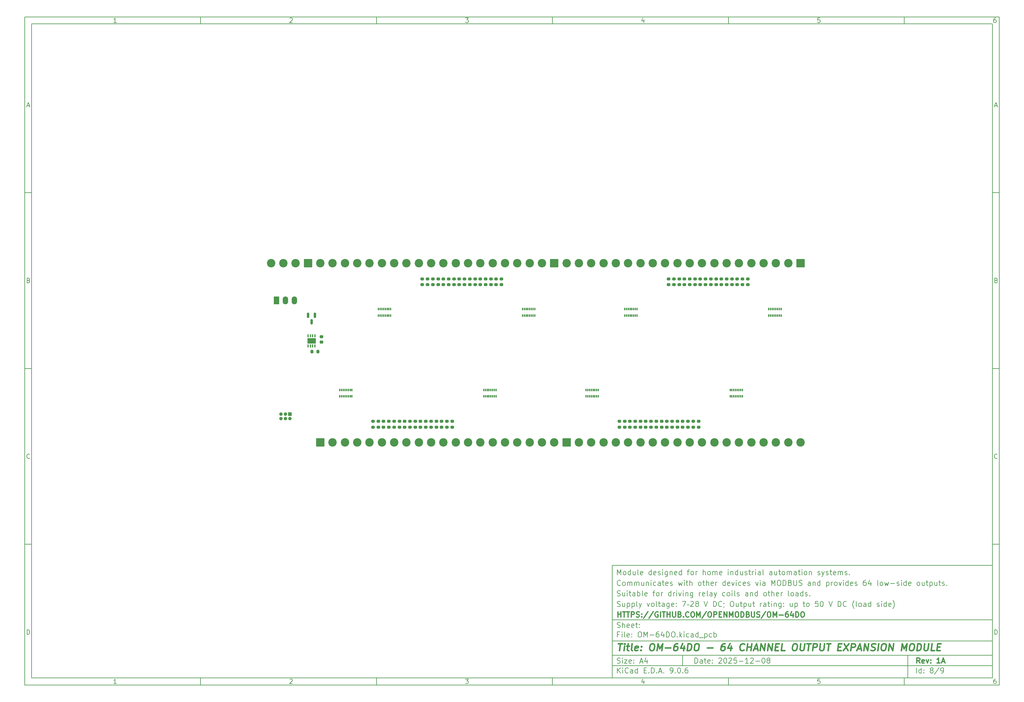
<source format=gbr>
G04 #@! TF.GenerationSoftware,KiCad,Pcbnew,9.0.6*
G04 #@! TF.CreationDate,2025-12-08T16:00:21+01:00*
G04 #@! TF.ProjectId,OM-64DO,4f4d2d36-3444-44f2-9e6b-696361645f70,1A*
G04 #@! TF.SameCoordinates,Original*
G04 #@! TF.FileFunction,Soldermask,Bot*
G04 #@! TF.FilePolarity,Negative*
%FSLAX46Y46*%
G04 Gerber Fmt 4.6, Leading zero omitted, Abs format (unit mm)*
G04 Created by KiCad (PCBNEW 9.0.6) date 2025-12-08 16:00:21*
%MOMM*%
%LPD*%
G01*
G04 APERTURE LIST*
G04 Aperture macros list*
%AMRoundRect*
0 Rectangle with rounded corners*
0 $1 Rounding radius*
0 $2 $3 $4 $5 $6 $7 $8 $9 X,Y pos of 4 corners*
0 Add a 4 corners polygon primitive as box body*
4,1,4,$2,$3,$4,$5,$6,$7,$8,$9,$2,$3,0*
0 Add four circle primitives for the rounded corners*
1,1,$1+$1,$2,$3*
1,1,$1+$1,$4,$5*
1,1,$1+$1,$6,$7*
1,1,$1+$1,$8,$9*
0 Add four rect primitives between the rounded corners*
20,1,$1+$1,$2,$3,$4,$5,0*
20,1,$1+$1,$4,$5,$6,$7,0*
20,1,$1+$1,$6,$7,$8,$9,0*
20,1,$1+$1,$8,$9,$2,$3,0*%
G04 Aperture macros list end*
%ADD10C,0.100000*%
%ADD11C,0.150000*%
%ADD12C,0.300000*%
%ADD13C,0.400000*%
%ADD14RoundRect,0.250001X0.949999X0.949999X-0.949999X0.949999X-0.949999X-0.949999X0.949999X-0.949999X0*%
%ADD15C,2.400000*%
%ADD16R,1.000000X1.000000*%
%ADD17C,1.000000*%
%ADD18RoundRect,0.250001X-0.949999X-0.949999X0.949999X-0.949999X0.949999X0.949999X-0.949999X0.949999X0*%
%ADD19R,1.500000X2.300000*%
%ADD20O,1.500000X2.300000*%
%ADD21R,0.300000X0.800000*%
%ADD22RoundRect,0.200000X0.275000X-0.200000X0.275000X0.200000X-0.275000X0.200000X-0.275000X-0.200000X0*%
%ADD23RoundRect,0.200000X-0.200000X-0.275000X0.200000X-0.275000X0.200000X0.275000X-0.200000X0.275000X0*%
%ADD24RoundRect,0.200000X-0.275000X0.200000X-0.275000X-0.200000X0.275000X-0.200000X0.275000X0.200000X0*%
%ADD25RoundRect,0.150000X-0.150000X0.587500X-0.150000X-0.587500X0.150000X-0.587500X0.150000X0.587500X0*%
%ADD26RoundRect,0.225000X0.250000X-0.225000X0.250000X0.225000X-0.250000X0.225000X-0.250000X-0.225000X0*%
%ADD27RoundRect,0.075000X0.075000X-0.362500X0.075000X0.362500X-0.075000X0.362500X-0.075000X-0.362500X0*%
%ADD28R,2.400000X1.600000*%
G04 APERTURE END LIST*
D10*
D11*
X177002200Y-166007200D02*
X285002200Y-166007200D01*
X285002200Y-198007200D01*
X177002200Y-198007200D01*
X177002200Y-166007200D01*
D10*
D11*
X10000000Y-10000000D02*
X287002200Y-10000000D01*
X287002200Y-200007200D01*
X10000000Y-200007200D01*
X10000000Y-10000000D01*
D10*
D11*
X12000000Y-12000000D02*
X285002200Y-12000000D01*
X285002200Y-198007200D01*
X12000000Y-198007200D01*
X12000000Y-12000000D01*
D10*
D11*
X60000000Y-12000000D02*
X60000000Y-10000000D01*
D10*
D11*
X110000000Y-12000000D02*
X110000000Y-10000000D01*
D10*
D11*
X160000000Y-12000000D02*
X160000000Y-10000000D01*
D10*
D11*
X210000000Y-12000000D02*
X210000000Y-10000000D01*
D10*
D11*
X260000000Y-12000000D02*
X260000000Y-10000000D01*
D10*
D11*
X36089160Y-11593604D02*
X35346303Y-11593604D01*
X35717731Y-11593604D02*
X35717731Y-10293604D01*
X35717731Y-10293604D02*
X35593922Y-10479319D01*
X35593922Y-10479319D02*
X35470112Y-10603128D01*
X35470112Y-10603128D02*
X35346303Y-10665033D01*
D10*
D11*
X85346303Y-10417414D02*
X85408207Y-10355509D01*
X85408207Y-10355509D02*
X85532017Y-10293604D01*
X85532017Y-10293604D02*
X85841541Y-10293604D01*
X85841541Y-10293604D02*
X85965350Y-10355509D01*
X85965350Y-10355509D02*
X86027255Y-10417414D01*
X86027255Y-10417414D02*
X86089160Y-10541223D01*
X86089160Y-10541223D02*
X86089160Y-10665033D01*
X86089160Y-10665033D02*
X86027255Y-10850747D01*
X86027255Y-10850747D02*
X85284398Y-11593604D01*
X85284398Y-11593604D02*
X86089160Y-11593604D01*
D10*
D11*
X135284398Y-10293604D02*
X136089160Y-10293604D01*
X136089160Y-10293604D02*
X135655826Y-10788842D01*
X135655826Y-10788842D02*
X135841541Y-10788842D01*
X135841541Y-10788842D02*
X135965350Y-10850747D01*
X135965350Y-10850747D02*
X136027255Y-10912652D01*
X136027255Y-10912652D02*
X136089160Y-11036461D01*
X136089160Y-11036461D02*
X136089160Y-11345985D01*
X136089160Y-11345985D02*
X136027255Y-11469795D01*
X136027255Y-11469795D02*
X135965350Y-11531700D01*
X135965350Y-11531700D02*
X135841541Y-11593604D01*
X135841541Y-11593604D02*
X135470112Y-11593604D01*
X135470112Y-11593604D02*
X135346303Y-11531700D01*
X135346303Y-11531700D02*
X135284398Y-11469795D01*
D10*
D11*
X185965350Y-10726938D02*
X185965350Y-11593604D01*
X185655826Y-10231700D02*
X185346303Y-11160271D01*
X185346303Y-11160271D02*
X186151064Y-11160271D01*
D10*
D11*
X236027255Y-10293604D02*
X235408207Y-10293604D01*
X235408207Y-10293604D02*
X235346303Y-10912652D01*
X235346303Y-10912652D02*
X235408207Y-10850747D01*
X235408207Y-10850747D02*
X235532017Y-10788842D01*
X235532017Y-10788842D02*
X235841541Y-10788842D01*
X235841541Y-10788842D02*
X235965350Y-10850747D01*
X235965350Y-10850747D02*
X236027255Y-10912652D01*
X236027255Y-10912652D02*
X236089160Y-11036461D01*
X236089160Y-11036461D02*
X236089160Y-11345985D01*
X236089160Y-11345985D02*
X236027255Y-11469795D01*
X236027255Y-11469795D02*
X235965350Y-11531700D01*
X235965350Y-11531700D02*
X235841541Y-11593604D01*
X235841541Y-11593604D02*
X235532017Y-11593604D01*
X235532017Y-11593604D02*
X235408207Y-11531700D01*
X235408207Y-11531700D02*
X235346303Y-11469795D01*
D10*
D11*
X285965350Y-10293604D02*
X285717731Y-10293604D01*
X285717731Y-10293604D02*
X285593922Y-10355509D01*
X285593922Y-10355509D02*
X285532017Y-10417414D01*
X285532017Y-10417414D02*
X285408207Y-10603128D01*
X285408207Y-10603128D02*
X285346303Y-10850747D01*
X285346303Y-10850747D02*
X285346303Y-11345985D01*
X285346303Y-11345985D02*
X285408207Y-11469795D01*
X285408207Y-11469795D02*
X285470112Y-11531700D01*
X285470112Y-11531700D02*
X285593922Y-11593604D01*
X285593922Y-11593604D02*
X285841541Y-11593604D01*
X285841541Y-11593604D02*
X285965350Y-11531700D01*
X285965350Y-11531700D02*
X286027255Y-11469795D01*
X286027255Y-11469795D02*
X286089160Y-11345985D01*
X286089160Y-11345985D02*
X286089160Y-11036461D01*
X286089160Y-11036461D02*
X286027255Y-10912652D01*
X286027255Y-10912652D02*
X285965350Y-10850747D01*
X285965350Y-10850747D02*
X285841541Y-10788842D01*
X285841541Y-10788842D02*
X285593922Y-10788842D01*
X285593922Y-10788842D02*
X285470112Y-10850747D01*
X285470112Y-10850747D02*
X285408207Y-10912652D01*
X285408207Y-10912652D02*
X285346303Y-11036461D01*
D10*
D11*
X60000000Y-198007200D02*
X60000000Y-200007200D01*
D10*
D11*
X110000000Y-198007200D02*
X110000000Y-200007200D01*
D10*
D11*
X160000000Y-198007200D02*
X160000000Y-200007200D01*
D10*
D11*
X210000000Y-198007200D02*
X210000000Y-200007200D01*
D10*
D11*
X260000000Y-198007200D02*
X260000000Y-200007200D01*
D10*
D11*
X36089160Y-199600804D02*
X35346303Y-199600804D01*
X35717731Y-199600804D02*
X35717731Y-198300804D01*
X35717731Y-198300804D02*
X35593922Y-198486519D01*
X35593922Y-198486519D02*
X35470112Y-198610328D01*
X35470112Y-198610328D02*
X35346303Y-198672233D01*
D10*
D11*
X85346303Y-198424614D02*
X85408207Y-198362709D01*
X85408207Y-198362709D02*
X85532017Y-198300804D01*
X85532017Y-198300804D02*
X85841541Y-198300804D01*
X85841541Y-198300804D02*
X85965350Y-198362709D01*
X85965350Y-198362709D02*
X86027255Y-198424614D01*
X86027255Y-198424614D02*
X86089160Y-198548423D01*
X86089160Y-198548423D02*
X86089160Y-198672233D01*
X86089160Y-198672233D02*
X86027255Y-198857947D01*
X86027255Y-198857947D02*
X85284398Y-199600804D01*
X85284398Y-199600804D02*
X86089160Y-199600804D01*
D10*
D11*
X135284398Y-198300804D02*
X136089160Y-198300804D01*
X136089160Y-198300804D02*
X135655826Y-198796042D01*
X135655826Y-198796042D02*
X135841541Y-198796042D01*
X135841541Y-198796042D02*
X135965350Y-198857947D01*
X135965350Y-198857947D02*
X136027255Y-198919852D01*
X136027255Y-198919852D02*
X136089160Y-199043661D01*
X136089160Y-199043661D02*
X136089160Y-199353185D01*
X136089160Y-199353185D02*
X136027255Y-199476995D01*
X136027255Y-199476995D02*
X135965350Y-199538900D01*
X135965350Y-199538900D02*
X135841541Y-199600804D01*
X135841541Y-199600804D02*
X135470112Y-199600804D01*
X135470112Y-199600804D02*
X135346303Y-199538900D01*
X135346303Y-199538900D02*
X135284398Y-199476995D01*
D10*
D11*
X185965350Y-198734138D02*
X185965350Y-199600804D01*
X185655826Y-198238900D02*
X185346303Y-199167471D01*
X185346303Y-199167471D02*
X186151064Y-199167471D01*
D10*
D11*
X236027255Y-198300804D02*
X235408207Y-198300804D01*
X235408207Y-198300804D02*
X235346303Y-198919852D01*
X235346303Y-198919852D02*
X235408207Y-198857947D01*
X235408207Y-198857947D02*
X235532017Y-198796042D01*
X235532017Y-198796042D02*
X235841541Y-198796042D01*
X235841541Y-198796042D02*
X235965350Y-198857947D01*
X235965350Y-198857947D02*
X236027255Y-198919852D01*
X236027255Y-198919852D02*
X236089160Y-199043661D01*
X236089160Y-199043661D02*
X236089160Y-199353185D01*
X236089160Y-199353185D02*
X236027255Y-199476995D01*
X236027255Y-199476995D02*
X235965350Y-199538900D01*
X235965350Y-199538900D02*
X235841541Y-199600804D01*
X235841541Y-199600804D02*
X235532017Y-199600804D01*
X235532017Y-199600804D02*
X235408207Y-199538900D01*
X235408207Y-199538900D02*
X235346303Y-199476995D01*
D10*
D11*
X285965350Y-198300804D02*
X285717731Y-198300804D01*
X285717731Y-198300804D02*
X285593922Y-198362709D01*
X285593922Y-198362709D02*
X285532017Y-198424614D01*
X285532017Y-198424614D02*
X285408207Y-198610328D01*
X285408207Y-198610328D02*
X285346303Y-198857947D01*
X285346303Y-198857947D02*
X285346303Y-199353185D01*
X285346303Y-199353185D02*
X285408207Y-199476995D01*
X285408207Y-199476995D02*
X285470112Y-199538900D01*
X285470112Y-199538900D02*
X285593922Y-199600804D01*
X285593922Y-199600804D02*
X285841541Y-199600804D01*
X285841541Y-199600804D02*
X285965350Y-199538900D01*
X285965350Y-199538900D02*
X286027255Y-199476995D01*
X286027255Y-199476995D02*
X286089160Y-199353185D01*
X286089160Y-199353185D02*
X286089160Y-199043661D01*
X286089160Y-199043661D02*
X286027255Y-198919852D01*
X286027255Y-198919852D02*
X285965350Y-198857947D01*
X285965350Y-198857947D02*
X285841541Y-198796042D01*
X285841541Y-198796042D02*
X285593922Y-198796042D01*
X285593922Y-198796042D02*
X285470112Y-198857947D01*
X285470112Y-198857947D02*
X285408207Y-198919852D01*
X285408207Y-198919852D02*
X285346303Y-199043661D01*
D10*
D11*
X10000000Y-60000000D02*
X12000000Y-60000000D01*
D10*
D11*
X10000000Y-110000000D02*
X12000000Y-110000000D01*
D10*
D11*
X10000000Y-160000000D02*
X12000000Y-160000000D01*
D10*
D11*
X10690476Y-35222176D02*
X11309523Y-35222176D01*
X10566666Y-35593604D02*
X10999999Y-34293604D01*
X10999999Y-34293604D02*
X11433333Y-35593604D01*
D10*
D11*
X11092857Y-84912652D02*
X11278571Y-84974557D01*
X11278571Y-84974557D02*
X11340476Y-85036461D01*
X11340476Y-85036461D02*
X11402380Y-85160271D01*
X11402380Y-85160271D02*
X11402380Y-85345985D01*
X11402380Y-85345985D02*
X11340476Y-85469795D01*
X11340476Y-85469795D02*
X11278571Y-85531700D01*
X11278571Y-85531700D02*
X11154761Y-85593604D01*
X11154761Y-85593604D02*
X10659523Y-85593604D01*
X10659523Y-85593604D02*
X10659523Y-84293604D01*
X10659523Y-84293604D02*
X11092857Y-84293604D01*
X11092857Y-84293604D02*
X11216666Y-84355509D01*
X11216666Y-84355509D02*
X11278571Y-84417414D01*
X11278571Y-84417414D02*
X11340476Y-84541223D01*
X11340476Y-84541223D02*
X11340476Y-84665033D01*
X11340476Y-84665033D02*
X11278571Y-84788842D01*
X11278571Y-84788842D02*
X11216666Y-84850747D01*
X11216666Y-84850747D02*
X11092857Y-84912652D01*
X11092857Y-84912652D02*
X10659523Y-84912652D01*
D10*
D11*
X11402380Y-135469795D02*
X11340476Y-135531700D01*
X11340476Y-135531700D02*
X11154761Y-135593604D01*
X11154761Y-135593604D02*
X11030952Y-135593604D01*
X11030952Y-135593604D02*
X10845238Y-135531700D01*
X10845238Y-135531700D02*
X10721428Y-135407890D01*
X10721428Y-135407890D02*
X10659523Y-135284080D01*
X10659523Y-135284080D02*
X10597619Y-135036461D01*
X10597619Y-135036461D02*
X10597619Y-134850747D01*
X10597619Y-134850747D02*
X10659523Y-134603128D01*
X10659523Y-134603128D02*
X10721428Y-134479319D01*
X10721428Y-134479319D02*
X10845238Y-134355509D01*
X10845238Y-134355509D02*
X11030952Y-134293604D01*
X11030952Y-134293604D02*
X11154761Y-134293604D01*
X11154761Y-134293604D02*
X11340476Y-134355509D01*
X11340476Y-134355509D02*
X11402380Y-134417414D01*
D10*
D11*
X10659523Y-185593604D02*
X10659523Y-184293604D01*
X10659523Y-184293604D02*
X10969047Y-184293604D01*
X10969047Y-184293604D02*
X11154761Y-184355509D01*
X11154761Y-184355509D02*
X11278571Y-184479319D01*
X11278571Y-184479319D02*
X11340476Y-184603128D01*
X11340476Y-184603128D02*
X11402380Y-184850747D01*
X11402380Y-184850747D02*
X11402380Y-185036461D01*
X11402380Y-185036461D02*
X11340476Y-185284080D01*
X11340476Y-185284080D02*
X11278571Y-185407890D01*
X11278571Y-185407890D02*
X11154761Y-185531700D01*
X11154761Y-185531700D02*
X10969047Y-185593604D01*
X10969047Y-185593604D02*
X10659523Y-185593604D01*
D10*
D11*
X287002200Y-60000000D02*
X285002200Y-60000000D01*
D10*
D11*
X287002200Y-110000000D02*
X285002200Y-110000000D01*
D10*
D11*
X287002200Y-160000000D02*
X285002200Y-160000000D01*
D10*
D11*
X285692676Y-35222176D02*
X286311723Y-35222176D01*
X285568866Y-35593604D02*
X286002199Y-34293604D01*
X286002199Y-34293604D02*
X286435533Y-35593604D01*
D10*
D11*
X286095057Y-84912652D02*
X286280771Y-84974557D01*
X286280771Y-84974557D02*
X286342676Y-85036461D01*
X286342676Y-85036461D02*
X286404580Y-85160271D01*
X286404580Y-85160271D02*
X286404580Y-85345985D01*
X286404580Y-85345985D02*
X286342676Y-85469795D01*
X286342676Y-85469795D02*
X286280771Y-85531700D01*
X286280771Y-85531700D02*
X286156961Y-85593604D01*
X286156961Y-85593604D02*
X285661723Y-85593604D01*
X285661723Y-85593604D02*
X285661723Y-84293604D01*
X285661723Y-84293604D02*
X286095057Y-84293604D01*
X286095057Y-84293604D02*
X286218866Y-84355509D01*
X286218866Y-84355509D02*
X286280771Y-84417414D01*
X286280771Y-84417414D02*
X286342676Y-84541223D01*
X286342676Y-84541223D02*
X286342676Y-84665033D01*
X286342676Y-84665033D02*
X286280771Y-84788842D01*
X286280771Y-84788842D02*
X286218866Y-84850747D01*
X286218866Y-84850747D02*
X286095057Y-84912652D01*
X286095057Y-84912652D02*
X285661723Y-84912652D01*
D10*
D11*
X286404580Y-135469795D02*
X286342676Y-135531700D01*
X286342676Y-135531700D02*
X286156961Y-135593604D01*
X286156961Y-135593604D02*
X286033152Y-135593604D01*
X286033152Y-135593604D02*
X285847438Y-135531700D01*
X285847438Y-135531700D02*
X285723628Y-135407890D01*
X285723628Y-135407890D02*
X285661723Y-135284080D01*
X285661723Y-135284080D02*
X285599819Y-135036461D01*
X285599819Y-135036461D02*
X285599819Y-134850747D01*
X285599819Y-134850747D02*
X285661723Y-134603128D01*
X285661723Y-134603128D02*
X285723628Y-134479319D01*
X285723628Y-134479319D02*
X285847438Y-134355509D01*
X285847438Y-134355509D02*
X286033152Y-134293604D01*
X286033152Y-134293604D02*
X286156961Y-134293604D01*
X286156961Y-134293604D02*
X286342676Y-134355509D01*
X286342676Y-134355509D02*
X286404580Y-134417414D01*
D10*
D11*
X285661723Y-185593604D02*
X285661723Y-184293604D01*
X285661723Y-184293604D02*
X285971247Y-184293604D01*
X285971247Y-184293604D02*
X286156961Y-184355509D01*
X286156961Y-184355509D02*
X286280771Y-184479319D01*
X286280771Y-184479319D02*
X286342676Y-184603128D01*
X286342676Y-184603128D02*
X286404580Y-184850747D01*
X286404580Y-184850747D02*
X286404580Y-185036461D01*
X286404580Y-185036461D02*
X286342676Y-185284080D01*
X286342676Y-185284080D02*
X286280771Y-185407890D01*
X286280771Y-185407890D02*
X286156961Y-185531700D01*
X286156961Y-185531700D02*
X285971247Y-185593604D01*
X285971247Y-185593604D02*
X285661723Y-185593604D01*
D10*
D11*
X200458026Y-193793328D02*
X200458026Y-192293328D01*
X200458026Y-192293328D02*
X200815169Y-192293328D01*
X200815169Y-192293328D02*
X201029455Y-192364757D01*
X201029455Y-192364757D02*
X201172312Y-192507614D01*
X201172312Y-192507614D02*
X201243741Y-192650471D01*
X201243741Y-192650471D02*
X201315169Y-192936185D01*
X201315169Y-192936185D02*
X201315169Y-193150471D01*
X201315169Y-193150471D02*
X201243741Y-193436185D01*
X201243741Y-193436185D02*
X201172312Y-193579042D01*
X201172312Y-193579042D02*
X201029455Y-193721900D01*
X201029455Y-193721900D02*
X200815169Y-193793328D01*
X200815169Y-193793328D02*
X200458026Y-193793328D01*
X202600884Y-193793328D02*
X202600884Y-193007614D01*
X202600884Y-193007614D02*
X202529455Y-192864757D01*
X202529455Y-192864757D02*
X202386598Y-192793328D01*
X202386598Y-192793328D02*
X202100884Y-192793328D01*
X202100884Y-192793328D02*
X201958026Y-192864757D01*
X202600884Y-193721900D02*
X202458026Y-193793328D01*
X202458026Y-193793328D02*
X202100884Y-193793328D01*
X202100884Y-193793328D02*
X201958026Y-193721900D01*
X201958026Y-193721900D02*
X201886598Y-193579042D01*
X201886598Y-193579042D02*
X201886598Y-193436185D01*
X201886598Y-193436185D02*
X201958026Y-193293328D01*
X201958026Y-193293328D02*
X202100884Y-193221900D01*
X202100884Y-193221900D02*
X202458026Y-193221900D01*
X202458026Y-193221900D02*
X202600884Y-193150471D01*
X203100884Y-192793328D02*
X203672312Y-192793328D01*
X203315169Y-192293328D02*
X203315169Y-193579042D01*
X203315169Y-193579042D02*
X203386598Y-193721900D01*
X203386598Y-193721900D02*
X203529455Y-193793328D01*
X203529455Y-193793328D02*
X203672312Y-193793328D01*
X204743741Y-193721900D02*
X204600884Y-193793328D01*
X204600884Y-193793328D02*
X204315170Y-193793328D01*
X204315170Y-193793328D02*
X204172312Y-193721900D01*
X204172312Y-193721900D02*
X204100884Y-193579042D01*
X204100884Y-193579042D02*
X204100884Y-193007614D01*
X204100884Y-193007614D02*
X204172312Y-192864757D01*
X204172312Y-192864757D02*
X204315170Y-192793328D01*
X204315170Y-192793328D02*
X204600884Y-192793328D01*
X204600884Y-192793328D02*
X204743741Y-192864757D01*
X204743741Y-192864757D02*
X204815170Y-193007614D01*
X204815170Y-193007614D02*
X204815170Y-193150471D01*
X204815170Y-193150471D02*
X204100884Y-193293328D01*
X205458026Y-193650471D02*
X205529455Y-193721900D01*
X205529455Y-193721900D02*
X205458026Y-193793328D01*
X205458026Y-193793328D02*
X205386598Y-193721900D01*
X205386598Y-193721900D02*
X205458026Y-193650471D01*
X205458026Y-193650471D02*
X205458026Y-193793328D01*
X205458026Y-192864757D02*
X205529455Y-192936185D01*
X205529455Y-192936185D02*
X205458026Y-193007614D01*
X205458026Y-193007614D02*
X205386598Y-192936185D01*
X205386598Y-192936185D02*
X205458026Y-192864757D01*
X205458026Y-192864757D02*
X205458026Y-193007614D01*
X207243741Y-192436185D02*
X207315169Y-192364757D01*
X207315169Y-192364757D02*
X207458027Y-192293328D01*
X207458027Y-192293328D02*
X207815169Y-192293328D01*
X207815169Y-192293328D02*
X207958027Y-192364757D01*
X207958027Y-192364757D02*
X208029455Y-192436185D01*
X208029455Y-192436185D02*
X208100884Y-192579042D01*
X208100884Y-192579042D02*
X208100884Y-192721900D01*
X208100884Y-192721900D02*
X208029455Y-192936185D01*
X208029455Y-192936185D02*
X207172312Y-193793328D01*
X207172312Y-193793328D02*
X208100884Y-193793328D01*
X209029455Y-192293328D02*
X209172312Y-192293328D01*
X209172312Y-192293328D02*
X209315169Y-192364757D01*
X209315169Y-192364757D02*
X209386598Y-192436185D01*
X209386598Y-192436185D02*
X209458026Y-192579042D01*
X209458026Y-192579042D02*
X209529455Y-192864757D01*
X209529455Y-192864757D02*
X209529455Y-193221900D01*
X209529455Y-193221900D02*
X209458026Y-193507614D01*
X209458026Y-193507614D02*
X209386598Y-193650471D01*
X209386598Y-193650471D02*
X209315169Y-193721900D01*
X209315169Y-193721900D02*
X209172312Y-193793328D01*
X209172312Y-193793328D02*
X209029455Y-193793328D01*
X209029455Y-193793328D02*
X208886598Y-193721900D01*
X208886598Y-193721900D02*
X208815169Y-193650471D01*
X208815169Y-193650471D02*
X208743740Y-193507614D01*
X208743740Y-193507614D02*
X208672312Y-193221900D01*
X208672312Y-193221900D02*
X208672312Y-192864757D01*
X208672312Y-192864757D02*
X208743740Y-192579042D01*
X208743740Y-192579042D02*
X208815169Y-192436185D01*
X208815169Y-192436185D02*
X208886598Y-192364757D01*
X208886598Y-192364757D02*
X209029455Y-192293328D01*
X210100883Y-192436185D02*
X210172311Y-192364757D01*
X210172311Y-192364757D02*
X210315169Y-192293328D01*
X210315169Y-192293328D02*
X210672311Y-192293328D01*
X210672311Y-192293328D02*
X210815169Y-192364757D01*
X210815169Y-192364757D02*
X210886597Y-192436185D01*
X210886597Y-192436185D02*
X210958026Y-192579042D01*
X210958026Y-192579042D02*
X210958026Y-192721900D01*
X210958026Y-192721900D02*
X210886597Y-192936185D01*
X210886597Y-192936185D02*
X210029454Y-193793328D01*
X210029454Y-193793328D02*
X210958026Y-193793328D01*
X212315168Y-192293328D02*
X211600882Y-192293328D01*
X211600882Y-192293328D02*
X211529454Y-193007614D01*
X211529454Y-193007614D02*
X211600882Y-192936185D01*
X211600882Y-192936185D02*
X211743740Y-192864757D01*
X211743740Y-192864757D02*
X212100882Y-192864757D01*
X212100882Y-192864757D02*
X212243740Y-192936185D01*
X212243740Y-192936185D02*
X212315168Y-193007614D01*
X212315168Y-193007614D02*
X212386597Y-193150471D01*
X212386597Y-193150471D02*
X212386597Y-193507614D01*
X212386597Y-193507614D02*
X212315168Y-193650471D01*
X212315168Y-193650471D02*
X212243740Y-193721900D01*
X212243740Y-193721900D02*
X212100882Y-193793328D01*
X212100882Y-193793328D02*
X211743740Y-193793328D01*
X211743740Y-193793328D02*
X211600882Y-193721900D01*
X211600882Y-193721900D02*
X211529454Y-193650471D01*
X213029453Y-193221900D02*
X214172311Y-193221900D01*
X215672311Y-193793328D02*
X214815168Y-193793328D01*
X215243739Y-193793328D02*
X215243739Y-192293328D01*
X215243739Y-192293328D02*
X215100882Y-192507614D01*
X215100882Y-192507614D02*
X214958025Y-192650471D01*
X214958025Y-192650471D02*
X214815168Y-192721900D01*
X216243739Y-192436185D02*
X216315167Y-192364757D01*
X216315167Y-192364757D02*
X216458025Y-192293328D01*
X216458025Y-192293328D02*
X216815167Y-192293328D01*
X216815167Y-192293328D02*
X216958025Y-192364757D01*
X216958025Y-192364757D02*
X217029453Y-192436185D01*
X217029453Y-192436185D02*
X217100882Y-192579042D01*
X217100882Y-192579042D02*
X217100882Y-192721900D01*
X217100882Y-192721900D02*
X217029453Y-192936185D01*
X217029453Y-192936185D02*
X216172310Y-193793328D01*
X216172310Y-193793328D02*
X217100882Y-193793328D01*
X217743738Y-193221900D02*
X218886596Y-193221900D01*
X219886596Y-192293328D02*
X220029453Y-192293328D01*
X220029453Y-192293328D02*
X220172310Y-192364757D01*
X220172310Y-192364757D02*
X220243739Y-192436185D01*
X220243739Y-192436185D02*
X220315167Y-192579042D01*
X220315167Y-192579042D02*
X220386596Y-192864757D01*
X220386596Y-192864757D02*
X220386596Y-193221900D01*
X220386596Y-193221900D02*
X220315167Y-193507614D01*
X220315167Y-193507614D02*
X220243739Y-193650471D01*
X220243739Y-193650471D02*
X220172310Y-193721900D01*
X220172310Y-193721900D02*
X220029453Y-193793328D01*
X220029453Y-193793328D02*
X219886596Y-193793328D01*
X219886596Y-193793328D02*
X219743739Y-193721900D01*
X219743739Y-193721900D02*
X219672310Y-193650471D01*
X219672310Y-193650471D02*
X219600881Y-193507614D01*
X219600881Y-193507614D02*
X219529453Y-193221900D01*
X219529453Y-193221900D02*
X219529453Y-192864757D01*
X219529453Y-192864757D02*
X219600881Y-192579042D01*
X219600881Y-192579042D02*
X219672310Y-192436185D01*
X219672310Y-192436185D02*
X219743739Y-192364757D01*
X219743739Y-192364757D02*
X219886596Y-192293328D01*
X221243738Y-192936185D02*
X221100881Y-192864757D01*
X221100881Y-192864757D02*
X221029452Y-192793328D01*
X221029452Y-192793328D02*
X220958024Y-192650471D01*
X220958024Y-192650471D02*
X220958024Y-192579042D01*
X220958024Y-192579042D02*
X221029452Y-192436185D01*
X221029452Y-192436185D02*
X221100881Y-192364757D01*
X221100881Y-192364757D02*
X221243738Y-192293328D01*
X221243738Y-192293328D02*
X221529452Y-192293328D01*
X221529452Y-192293328D02*
X221672310Y-192364757D01*
X221672310Y-192364757D02*
X221743738Y-192436185D01*
X221743738Y-192436185D02*
X221815167Y-192579042D01*
X221815167Y-192579042D02*
X221815167Y-192650471D01*
X221815167Y-192650471D02*
X221743738Y-192793328D01*
X221743738Y-192793328D02*
X221672310Y-192864757D01*
X221672310Y-192864757D02*
X221529452Y-192936185D01*
X221529452Y-192936185D02*
X221243738Y-192936185D01*
X221243738Y-192936185D02*
X221100881Y-193007614D01*
X221100881Y-193007614D02*
X221029452Y-193079042D01*
X221029452Y-193079042D02*
X220958024Y-193221900D01*
X220958024Y-193221900D02*
X220958024Y-193507614D01*
X220958024Y-193507614D02*
X221029452Y-193650471D01*
X221029452Y-193650471D02*
X221100881Y-193721900D01*
X221100881Y-193721900D02*
X221243738Y-193793328D01*
X221243738Y-193793328D02*
X221529452Y-193793328D01*
X221529452Y-193793328D02*
X221672310Y-193721900D01*
X221672310Y-193721900D02*
X221743738Y-193650471D01*
X221743738Y-193650471D02*
X221815167Y-193507614D01*
X221815167Y-193507614D02*
X221815167Y-193221900D01*
X221815167Y-193221900D02*
X221743738Y-193079042D01*
X221743738Y-193079042D02*
X221672310Y-193007614D01*
X221672310Y-193007614D02*
X221529452Y-192936185D01*
D10*
D11*
X177002200Y-194507200D02*
X285002200Y-194507200D01*
D10*
D11*
X178458026Y-196593328D02*
X178458026Y-195093328D01*
X179315169Y-196593328D02*
X178672312Y-195736185D01*
X179315169Y-195093328D02*
X178458026Y-195950471D01*
X179958026Y-196593328D02*
X179958026Y-195593328D01*
X179958026Y-195093328D02*
X179886598Y-195164757D01*
X179886598Y-195164757D02*
X179958026Y-195236185D01*
X179958026Y-195236185D02*
X180029455Y-195164757D01*
X180029455Y-195164757D02*
X179958026Y-195093328D01*
X179958026Y-195093328D02*
X179958026Y-195236185D01*
X181529455Y-196450471D02*
X181458027Y-196521900D01*
X181458027Y-196521900D02*
X181243741Y-196593328D01*
X181243741Y-196593328D02*
X181100884Y-196593328D01*
X181100884Y-196593328D02*
X180886598Y-196521900D01*
X180886598Y-196521900D02*
X180743741Y-196379042D01*
X180743741Y-196379042D02*
X180672312Y-196236185D01*
X180672312Y-196236185D02*
X180600884Y-195950471D01*
X180600884Y-195950471D02*
X180600884Y-195736185D01*
X180600884Y-195736185D02*
X180672312Y-195450471D01*
X180672312Y-195450471D02*
X180743741Y-195307614D01*
X180743741Y-195307614D02*
X180886598Y-195164757D01*
X180886598Y-195164757D02*
X181100884Y-195093328D01*
X181100884Y-195093328D02*
X181243741Y-195093328D01*
X181243741Y-195093328D02*
X181458027Y-195164757D01*
X181458027Y-195164757D02*
X181529455Y-195236185D01*
X182815170Y-196593328D02*
X182815170Y-195807614D01*
X182815170Y-195807614D02*
X182743741Y-195664757D01*
X182743741Y-195664757D02*
X182600884Y-195593328D01*
X182600884Y-195593328D02*
X182315170Y-195593328D01*
X182315170Y-195593328D02*
X182172312Y-195664757D01*
X182815170Y-196521900D02*
X182672312Y-196593328D01*
X182672312Y-196593328D02*
X182315170Y-196593328D01*
X182315170Y-196593328D02*
X182172312Y-196521900D01*
X182172312Y-196521900D02*
X182100884Y-196379042D01*
X182100884Y-196379042D02*
X182100884Y-196236185D01*
X182100884Y-196236185D02*
X182172312Y-196093328D01*
X182172312Y-196093328D02*
X182315170Y-196021900D01*
X182315170Y-196021900D02*
X182672312Y-196021900D01*
X182672312Y-196021900D02*
X182815170Y-195950471D01*
X184172313Y-196593328D02*
X184172313Y-195093328D01*
X184172313Y-196521900D02*
X184029455Y-196593328D01*
X184029455Y-196593328D02*
X183743741Y-196593328D01*
X183743741Y-196593328D02*
X183600884Y-196521900D01*
X183600884Y-196521900D02*
X183529455Y-196450471D01*
X183529455Y-196450471D02*
X183458027Y-196307614D01*
X183458027Y-196307614D02*
X183458027Y-195879042D01*
X183458027Y-195879042D02*
X183529455Y-195736185D01*
X183529455Y-195736185D02*
X183600884Y-195664757D01*
X183600884Y-195664757D02*
X183743741Y-195593328D01*
X183743741Y-195593328D02*
X184029455Y-195593328D01*
X184029455Y-195593328D02*
X184172313Y-195664757D01*
X186029455Y-195807614D02*
X186529455Y-195807614D01*
X186743741Y-196593328D02*
X186029455Y-196593328D01*
X186029455Y-196593328D02*
X186029455Y-195093328D01*
X186029455Y-195093328D02*
X186743741Y-195093328D01*
X187386598Y-196450471D02*
X187458027Y-196521900D01*
X187458027Y-196521900D02*
X187386598Y-196593328D01*
X187386598Y-196593328D02*
X187315170Y-196521900D01*
X187315170Y-196521900D02*
X187386598Y-196450471D01*
X187386598Y-196450471D02*
X187386598Y-196593328D01*
X188100884Y-196593328D02*
X188100884Y-195093328D01*
X188100884Y-195093328D02*
X188458027Y-195093328D01*
X188458027Y-195093328D02*
X188672313Y-195164757D01*
X188672313Y-195164757D02*
X188815170Y-195307614D01*
X188815170Y-195307614D02*
X188886599Y-195450471D01*
X188886599Y-195450471D02*
X188958027Y-195736185D01*
X188958027Y-195736185D02*
X188958027Y-195950471D01*
X188958027Y-195950471D02*
X188886599Y-196236185D01*
X188886599Y-196236185D02*
X188815170Y-196379042D01*
X188815170Y-196379042D02*
X188672313Y-196521900D01*
X188672313Y-196521900D02*
X188458027Y-196593328D01*
X188458027Y-196593328D02*
X188100884Y-196593328D01*
X189600884Y-196450471D02*
X189672313Y-196521900D01*
X189672313Y-196521900D02*
X189600884Y-196593328D01*
X189600884Y-196593328D02*
X189529456Y-196521900D01*
X189529456Y-196521900D02*
X189600884Y-196450471D01*
X189600884Y-196450471D02*
X189600884Y-196593328D01*
X190243742Y-196164757D02*
X190958028Y-196164757D01*
X190100885Y-196593328D02*
X190600885Y-195093328D01*
X190600885Y-195093328D02*
X191100885Y-196593328D01*
X191600884Y-196450471D02*
X191672313Y-196521900D01*
X191672313Y-196521900D02*
X191600884Y-196593328D01*
X191600884Y-196593328D02*
X191529456Y-196521900D01*
X191529456Y-196521900D02*
X191600884Y-196450471D01*
X191600884Y-196450471D02*
X191600884Y-196593328D01*
X193529456Y-196593328D02*
X193815170Y-196593328D01*
X193815170Y-196593328D02*
X193958027Y-196521900D01*
X193958027Y-196521900D02*
X194029456Y-196450471D01*
X194029456Y-196450471D02*
X194172313Y-196236185D01*
X194172313Y-196236185D02*
X194243742Y-195950471D01*
X194243742Y-195950471D02*
X194243742Y-195379042D01*
X194243742Y-195379042D02*
X194172313Y-195236185D01*
X194172313Y-195236185D02*
X194100885Y-195164757D01*
X194100885Y-195164757D02*
X193958027Y-195093328D01*
X193958027Y-195093328D02*
X193672313Y-195093328D01*
X193672313Y-195093328D02*
X193529456Y-195164757D01*
X193529456Y-195164757D02*
X193458027Y-195236185D01*
X193458027Y-195236185D02*
X193386599Y-195379042D01*
X193386599Y-195379042D02*
X193386599Y-195736185D01*
X193386599Y-195736185D02*
X193458027Y-195879042D01*
X193458027Y-195879042D02*
X193529456Y-195950471D01*
X193529456Y-195950471D02*
X193672313Y-196021900D01*
X193672313Y-196021900D02*
X193958027Y-196021900D01*
X193958027Y-196021900D02*
X194100885Y-195950471D01*
X194100885Y-195950471D02*
X194172313Y-195879042D01*
X194172313Y-195879042D02*
X194243742Y-195736185D01*
X194886598Y-196450471D02*
X194958027Y-196521900D01*
X194958027Y-196521900D02*
X194886598Y-196593328D01*
X194886598Y-196593328D02*
X194815170Y-196521900D01*
X194815170Y-196521900D02*
X194886598Y-196450471D01*
X194886598Y-196450471D02*
X194886598Y-196593328D01*
X195886599Y-195093328D02*
X196029456Y-195093328D01*
X196029456Y-195093328D02*
X196172313Y-195164757D01*
X196172313Y-195164757D02*
X196243742Y-195236185D01*
X196243742Y-195236185D02*
X196315170Y-195379042D01*
X196315170Y-195379042D02*
X196386599Y-195664757D01*
X196386599Y-195664757D02*
X196386599Y-196021900D01*
X196386599Y-196021900D02*
X196315170Y-196307614D01*
X196315170Y-196307614D02*
X196243742Y-196450471D01*
X196243742Y-196450471D02*
X196172313Y-196521900D01*
X196172313Y-196521900D02*
X196029456Y-196593328D01*
X196029456Y-196593328D02*
X195886599Y-196593328D01*
X195886599Y-196593328D02*
X195743742Y-196521900D01*
X195743742Y-196521900D02*
X195672313Y-196450471D01*
X195672313Y-196450471D02*
X195600884Y-196307614D01*
X195600884Y-196307614D02*
X195529456Y-196021900D01*
X195529456Y-196021900D02*
X195529456Y-195664757D01*
X195529456Y-195664757D02*
X195600884Y-195379042D01*
X195600884Y-195379042D02*
X195672313Y-195236185D01*
X195672313Y-195236185D02*
X195743742Y-195164757D01*
X195743742Y-195164757D02*
X195886599Y-195093328D01*
X197029455Y-196450471D02*
X197100884Y-196521900D01*
X197100884Y-196521900D02*
X197029455Y-196593328D01*
X197029455Y-196593328D02*
X196958027Y-196521900D01*
X196958027Y-196521900D02*
X197029455Y-196450471D01*
X197029455Y-196450471D02*
X197029455Y-196593328D01*
X198386599Y-195093328D02*
X198100884Y-195093328D01*
X198100884Y-195093328D02*
X197958027Y-195164757D01*
X197958027Y-195164757D02*
X197886599Y-195236185D01*
X197886599Y-195236185D02*
X197743741Y-195450471D01*
X197743741Y-195450471D02*
X197672313Y-195736185D01*
X197672313Y-195736185D02*
X197672313Y-196307614D01*
X197672313Y-196307614D02*
X197743741Y-196450471D01*
X197743741Y-196450471D02*
X197815170Y-196521900D01*
X197815170Y-196521900D02*
X197958027Y-196593328D01*
X197958027Y-196593328D02*
X198243741Y-196593328D01*
X198243741Y-196593328D02*
X198386599Y-196521900D01*
X198386599Y-196521900D02*
X198458027Y-196450471D01*
X198458027Y-196450471D02*
X198529456Y-196307614D01*
X198529456Y-196307614D02*
X198529456Y-195950471D01*
X198529456Y-195950471D02*
X198458027Y-195807614D01*
X198458027Y-195807614D02*
X198386599Y-195736185D01*
X198386599Y-195736185D02*
X198243741Y-195664757D01*
X198243741Y-195664757D02*
X197958027Y-195664757D01*
X197958027Y-195664757D02*
X197815170Y-195736185D01*
X197815170Y-195736185D02*
X197743741Y-195807614D01*
X197743741Y-195807614D02*
X197672313Y-195950471D01*
D10*
D11*
X177002200Y-191507200D02*
X285002200Y-191507200D01*
D10*
D12*
X264413853Y-193785528D02*
X263913853Y-193071242D01*
X263556710Y-193785528D02*
X263556710Y-192285528D01*
X263556710Y-192285528D02*
X264128139Y-192285528D01*
X264128139Y-192285528D02*
X264270996Y-192356957D01*
X264270996Y-192356957D02*
X264342425Y-192428385D01*
X264342425Y-192428385D02*
X264413853Y-192571242D01*
X264413853Y-192571242D02*
X264413853Y-192785528D01*
X264413853Y-192785528D02*
X264342425Y-192928385D01*
X264342425Y-192928385D02*
X264270996Y-192999814D01*
X264270996Y-192999814D02*
X264128139Y-193071242D01*
X264128139Y-193071242D02*
X263556710Y-193071242D01*
X265628139Y-193714100D02*
X265485282Y-193785528D01*
X265485282Y-193785528D02*
X265199568Y-193785528D01*
X265199568Y-193785528D02*
X265056710Y-193714100D01*
X265056710Y-193714100D02*
X264985282Y-193571242D01*
X264985282Y-193571242D02*
X264985282Y-192999814D01*
X264985282Y-192999814D02*
X265056710Y-192856957D01*
X265056710Y-192856957D02*
X265199568Y-192785528D01*
X265199568Y-192785528D02*
X265485282Y-192785528D01*
X265485282Y-192785528D02*
X265628139Y-192856957D01*
X265628139Y-192856957D02*
X265699568Y-192999814D01*
X265699568Y-192999814D02*
X265699568Y-193142671D01*
X265699568Y-193142671D02*
X264985282Y-193285528D01*
X266199567Y-192785528D02*
X266556710Y-193785528D01*
X266556710Y-193785528D02*
X266913853Y-192785528D01*
X267485281Y-193642671D02*
X267556710Y-193714100D01*
X267556710Y-193714100D02*
X267485281Y-193785528D01*
X267485281Y-193785528D02*
X267413853Y-193714100D01*
X267413853Y-193714100D02*
X267485281Y-193642671D01*
X267485281Y-193642671D02*
X267485281Y-193785528D01*
X267485281Y-192856957D02*
X267556710Y-192928385D01*
X267556710Y-192928385D02*
X267485281Y-192999814D01*
X267485281Y-192999814D02*
X267413853Y-192928385D01*
X267413853Y-192928385D02*
X267485281Y-192856957D01*
X267485281Y-192856957D02*
X267485281Y-192999814D01*
X270128139Y-193785528D02*
X269270996Y-193785528D01*
X269699567Y-193785528D02*
X269699567Y-192285528D01*
X269699567Y-192285528D02*
X269556710Y-192499814D01*
X269556710Y-192499814D02*
X269413853Y-192642671D01*
X269413853Y-192642671D02*
X269270996Y-192714100D01*
X270699567Y-193356957D02*
X271413853Y-193356957D01*
X270556710Y-193785528D02*
X271056710Y-192285528D01*
X271056710Y-192285528D02*
X271556710Y-193785528D01*
D10*
D11*
X178386598Y-193721900D02*
X178600884Y-193793328D01*
X178600884Y-193793328D02*
X178958026Y-193793328D01*
X178958026Y-193793328D02*
X179100884Y-193721900D01*
X179100884Y-193721900D02*
X179172312Y-193650471D01*
X179172312Y-193650471D02*
X179243741Y-193507614D01*
X179243741Y-193507614D02*
X179243741Y-193364757D01*
X179243741Y-193364757D02*
X179172312Y-193221900D01*
X179172312Y-193221900D02*
X179100884Y-193150471D01*
X179100884Y-193150471D02*
X178958026Y-193079042D01*
X178958026Y-193079042D02*
X178672312Y-193007614D01*
X178672312Y-193007614D02*
X178529455Y-192936185D01*
X178529455Y-192936185D02*
X178458026Y-192864757D01*
X178458026Y-192864757D02*
X178386598Y-192721900D01*
X178386598Y-192721900D02*
X178386598Y-192579042D01*
X178386598Y-192579042D02*
X178458026Y-192436185D01*
X178458026Y-192436185D02*
X178529455Y-192364757D01*
X178529455Y-192364757D02*
X178672312Y-192293328D01*
X178672312Y-192293328D02*
X179029455Y-192293328D01*
X179029455Y-192293328D02*
X179243741Y-192364757D01*
X179886597Y-193793328D02*
X179886597Y-192793328D01*
X179886597Y-192293328D02*
X179815169Y-192364757D01*
X179815169Y-192364757D02*
X179886597Y-192436185D01*
X179886597Y-192436185D02*
X179958026Y-192364757D01*
X179958026Y-192364757D02*
X179886597Y-192293328D01*
X179886597Y-192293328D02*
X179886597Y-192436185D01*
X180458026Y-192793328D02*
X181243741Y-192793328D01*
X181243741Y-192793328D02*
X180458026Y-193793328D01*
X180458026Y-193793328D02*
X181243741Y-193793328D01*
X182386598Y-193721900D02*
X182243741Y-193793328D01*
X182243741Y-193793328D02*
X181958027Y-193793328D01*
X181958027Y-193793328D02*
X181815169Y-193721900D01*
X181815169Y-193721900D02*
X181743741Y-193579042D01*
X181743741Y-193579042D02*
X181743741Y-193007614D01*
X181743741Y-193007614D02*
X181815169Y-192864757D01*
X181815169Y-192864757D02*
X181958027Y-192793328D01*
X181958027Y-192793328D02*
X182243741Y-192793328D01*
X182243741Y-192793328D02*
X182386598Y-192864757D01*
X182386598Y-192864757D02*
X182458027Y-193007614D01*
X182458027Y-193007614D02*
X182458027Y-193150471D01*
X182458027Y-193150471D02*
X181743741Y-193293328D01*
X183100883Y-193650471D02*
X183172312Y-193721900D01*
X183172312Y-193721900D02*
X183100883Y-193793328D01*
X183100883Y-193793328D02*
X183029455Y-193721900D01*
X183029455Y-193721900D02*
X183100883Y-193650471D01*
X183100883Y-193650471D02*
X183100883Y-193793328D01*
X183100883Y-192864757D02*
X183172312Y-192936185D01*
X183172312Y-192936185D02*
X183100883Y-193007614D01*
X183100883Y-193007614D02*
X183029455Y-192936185D01*
X183029455Y-192936185D02*
X183100883Y-192864757D01*
X183100883Y-192864757D02*
X183100883Y-193007614D01*
X184886598Y-193364757D02*
X185600884Y-193364757D01*
X184743741Y-193793328D02*
X185243741Y-192293328D01*
X185243741Y-192293328D02*
X185743741Y-193793328D01*
X186886598Y-192793328D02*
X186886598Y-193793328D01*
X186529455Y-192221900D02*
X186172312Y-193293328D01*
X186172312Y-193293328D02*
X187100883Y-193293328D01*
D10*
D11*
X263458026Y-196593328D02*
X263458026Y-195093328D01*
X264815170Y-196593328D02*
X264815170Y-195093328D01*
X264815170Y-196521900D02*
X264672312Y-196593328D01*
X264672312Y-196593328D02*
X264386598Y-196593328D01*
X264386598Y-196593328D02*
X264243741Y-196521900D01*
X264243741Y-196521900D02*
X264172312Y-196450471D01*
X264172312Y-196450471D02*
X264100884Y-196307614D01*
X264100884Y-196307614D02*
X264100884Y-195879042D01*
X264100884Y-195879042D02*
X264172312Y-195736185D01*
X264172312Y-195736185D02*
X264243741Y-195664757D01*
X264243741Y-195664757D02*
X264386598Y-195593328D01*
X264386598Y-195593328D02*
X264672312Y-195593328D01*
X264672312Y-195593328D02*
X264815170Y-195664757D01*
X265529455Y-196450471D02*
X265600884Y-196521900D01*
X265600884Y-196521900D02*
X265529455Y-196593328D01*
X265529455Y-196593328D02*
X265458027Y-196521900D01*
X265458027Y-196521900D02*
X265529455Y-196450471D01*
X265529455Y-196450471D02*
X265529455Y-196593328D01*
X265529455Y-195664757D02*
X265600884Y-195736185D01*
X265600884Y-195736185D02*
X265529455Y-195807614D01*
X265529455Y-195807614D02*
X265458027Y-195736185D01*
X265458027Y-195736185D02*
X265529455Y-195664757D01*
X265529455Y-195664757D02*
X265529455Y-195807614D01*
X267600884Y-195736185D02*
X267458027Y-195664757D01*
X267458027Y-195664757D02*
X267386598Y-195593328D01*
X267386598Y-195593328D02*
X267315170Y-195450471D01*
X267315170Y-195450471D02*
X267315170Y-195379042D01*
X267315170Y-195379042D02*
X267386598Y-195236185D01*
X267386598Y-195236185D02*
X267458027Y-195164757D01*
X267458027Y-195164757D02*
X267600884Y-195093328D01*
X267600884Y-195093328D02*
X267886598Y-195093328D01*
X267886598Y-195093328D02*
X268029456Y-195164757D01*
X268029456Y-195164757D02*
X268100884Y-195236185D01*
X268100884Y-195236185D02*
X268172313Y-195379042D01*
X268172313Y-195379042D02*
X268172313Y-195450471D01*
X268172313Y-195450471D02*
X268100884Y-195593328D01*
X268100884Y-195593328D02*
X268029456Y-195664757D01*
X268029456Y-195664757D02*
X267886598Y-195736185D01*
X267886598Y-195736185D02*
X267600884Y-195736185D01*
X267600884Y-195736185D02*
X267458027Y-195807614D01*
X267458027Y-195807614D02*
X267386598Y-195879042D01*
X267386598Y-195879042D02*
X267315170Y-196021900D01*
X267315170Y-196021900D02*
X267315170Y-196307614D01*
X267315170Y-196307614D02*
X267386598Y-196450471D01*
X267386598Y-196450471D02*
X267458027Y-196521900D01*
X267458027Y-196521900D02*
X267600884Y-196593328D01*
X267600884Y-196593328D02*
X267886598Y-196593328D01*
X267886598Y-196593328D02*
X268029456Y-196521900D01*
X268029456Y-196521900D02*
X268100884Y-196450471D01*
X268100884Y-196450471D02*
X268172313Y-196307614D01*
X268172313Y-196307614D02*
X268172313Y-196021900D01*
X268172313Y-196021900D02*
X268100884Y-195879042D01*
X268100884Y-195879042D02*
X268029456Y-195807614D01*
X268029456Y-195807614D02*
X267886598Y-195736185D01*
X269886598Y-195021900D02*
X268600884Y-196950471D01*
X270458027Y-196593328D02*
X270743741Y-196593328D01*
X270743741Y-196593328D02*
X270886598Y-196521900D01*
X270886598Y-196521900D02*
X270958027Y-196450471D01*
X270958027Y-196450471D02*
X271100884Y-196236185D01*
X271100884Y-196236185D02*
X271172313Y-195950471D01*
X271172313Y-195950471D02*
X271172313Y-195379042D01*
X271172313Y-195379042D02*
X271100884Y-195236185D01*
X271100884Y-195236185D02*
X271029456Y-195164757D01*
X271029456Y-195164757D02*
X270886598Y-195093328D01*
X270886598Y-195093328D02*
X270600884Y-195093328D01*
X270600884Y-195093328D02*
X270458027Y-195164757D01*
X270458027Y-195164757D02*
X270386598Y-195236185D01*
X270386598Y-195236185D02*
X270315170Y-195379042D01*
X270315170Y-195379042D02*
X270315170Y-195736185D01*
X270315170Y-195736185D02*
X270386598Y-195879042D01*
X270386598Y-195879042D02*
X270458027Y-195950471D01*
X270458027Y-195950471D02*
X270600884Y-196021900D01*
X270600884Y-196021900D02*
X270886598Y-196021900D01*
X270886598Y-196021900D02*
X271029456Y-195950471D01*
X271029456Y-195950471D02*
X271100884Y-195879042D01*
X271100884Y-195879042D02*
X271172313Y-195736185D01*
D10*
D11*
X177002200Y-187507200D02*
X285002200Y-187507200D01*
D10*
D13*
X178693928Y-188211638D02*
X179836785Y-188211638D01*
X179015357Y-190211638D02*
X179265357Y-188211638D01*
X180253452Y-190211638D02*
X180420119Y-188878304D01*
X180503452Y-188211638D02*
X180396309Y-188306876D01*
X180396309Y-188306876D02*
X180479643Y-188402114D01*
X180479643Y-188402114D02*
X180586786Y-188306876D01*
X180586786Y-188306876D02*
X180503452Y-188211638D01*
X180503452Y-188211638D02*
X180479643Y-188402114D01*
X181086786Y-188878304D02*
X181848690Y-188878304D01*
X181455833Y-188211638D02*
X181241548Y-189925923D01*
X181241548Y-189925923D02*
X181312976Y-190116400D01*
X181312976Y-190116400D02*
X181491548Y-190211638D01*
X181491548Y-190211638D02*
X181682024Y-190211638D01*
X182634405Y-190211638D02*
X182455833Y-190116400D01*
X182455833Y-190116400D02*
X182384405Y-189925923D01*
X182384405Y-189925923D02*
X182598690Y-188211638D01*
X184170119Y-190116400D02*
X183967738Y-190211638D01*
X183967738Y-190211638D02*
X183586785Y-190211638D01*
X183586785Y-190211638D02*
X183408214Y-190116400D01*
X183408214Y-190116400D02*
X183336785Y-189925923D01*
X183336785Y-189925923D02*
X183432024Y-189164019D01*
X183432024Y-189164019D02*
X183551071Y-188973542D01*
X183551071Y-188973542D02*
X183753452Y-188878304D01*
X183753452Y-188878304D02*
X184134404Y-188878304D01*
X184134404Y-188878304D02*
X184312976Y-188973542D01*
X184312976Y-188973542D02*
X184384404Y-189164019D01*
X184384404Y-189164019D02*
X184360595Y-189354495D01*
X184360595Y-189354495D02*
X183384404Y-189544971D01*
X185134405Y-190021161D02*
X185217738Y-190116400D01*
X185217738Y-190116400D02*
X185110595Y-190211638D01*
X185110595Y-190211638D02*
X185027262Y-190116400D01*
X185027262Y-190116400D02*
X185134405Y-190021161D01*
X185134405Y-190021161D02*
X185110595Y-190211638D01*
X185265357Y-188973542D02*
X185348690Y-189068780D01*
X185348690Y-189068780D02*
X185241548Y-189164019D01*
X185241548Y-189164019D02*
X185158214Y-189068780D01*
X185158214Y-189068780D02*
X185265357Y-188973542D01*
X185265357Y-188973542D02*
X185241548Y-189164019D01*
X188217739Y-188211638D02*
X188598691Y-188211638D01*
X188598691Y-188211638D02*
X188777262Y-188306876D01*
X188777262Y-188306876D02*
X188943929Y-188497352D01*
X188943929Y-188497352D02*
X188991548Y-188878304D01*
X188991548Y-188878304D02*
X188908215Y-189544971D01*
X188908215Y-189544971D02*
X188765358Y-189925923D01*
X188765358Y-189925923D02*
X188551072Y-190116400D01*
X188551072Y-190116400D02*
X188348691Y-190211638D01*
X188348691Y-190211638D02*
X187967739Y-190211638D01*
X187967739Y-190211638D02*
X187789167Y-190116400D01*
X187789167Y-190116400D02*
X187622501Y-189925923D01*
X187622501Y-189925923D02*
X187574881Y-189544971D01*
X187574881Y-189544971D02*
X187658215Y-188878304D01*
X187658215Y-188878304D02*
X187801072Y-188497352D01*
X187801072Y-188497352D02*
X188015358Y-188306876D01*
X188015358Y-188306876D02*
X188217739Y-188211638D01*
X189682024Y-190211638D02*
X189932024Y-188211638D01*
X189932024Y-188211638D02*
X190420119Y-189640209D01*
X190420119Y-189640209D02*
X191265358Y-188211638D01*
X191265358Y-188211638D02*
X191015358Y-190211638D01*
X192062976Y-189449733D02*
X193586786Y-189449733D01*
X195551071Y-188211638D02*
X195170119Y-188211638D01*
X195170119Y-188211638D02*
X194967738Y-188306876D01*
X194967738Y-188306876D02*
X194860595Y-188402114D01*
X194860595Y-188402114D02*
X194634404Y-188687828D01*
X194634404Y-188687828D02*
X194491547Y-189068780D01*
X194491547Y-189068780D02*
X194396309Y-189830685D01*
X194396309Y-189830685D02*
X194467738Y-190021161D01*
X194467738Y-190021161D02*
X194551071Y-190116400D01*
X194551071Y-190116400D02*
X194729643Y-190211638D01*
X194729643Y-190211638D02*
X195110595Y-190211638D01*
X195110595Y-190211638D02*
X195312976Y-190116400D01*
X195312976Y-190116400D02*
X195420119Y-190021161D01*
X195420119Y-190021161D02*
X195539166Y-189830685D01*
X195539166Y-189830685D02*
X195598690Y-189354495D01*
X195598690Y-189354495D02*
X195527262Y-189164019D01*
X195527262Y-189164019D02*
X195443928Y-189068780D01*
X195443928Y-189068780D02*
X195265357Y-188973542D01*
X195265357Y-188973542D02*
X194884404Y-188973542D01*
X194884404Y-188973542D02*
X194682023Y-189068780D01*
X194682023Y-189068780D02*
X194574881Y-189164019D01*
X194574881Y-189164019D02*
X194455833Y-189354495D01*
X197372500Y-188878304D02*
X197205833Y-190211638D01*
X196991547Y-188116400D02*
X196336785Y-189544971D01*
X196336785Y-189544971D02*
X197574881Y-189544971D01*
X198253452Y-190211638D02*
X198503452Y-188211638D01*
X198503452Y-188211638D02*
X198979643Y-188211638D01*
X198979643Y-188211638D02*
X199253452Y-188306876D01*
X199253452Y-188306876D02*
X199420119Y-188497352D01*
X199420119Y-188497352D02*
X199491547Y-188687828D01*
X199491547Y-188687828D02*
X199539167Y-189068780D01*
X199539167Y-189068780D02*
X199503452Y-189354495D01*
X199503452Y-189354495D02*
X199360595Y-189735447D01*
X199360595Y-189735447D02*
X199241547Y-189925923D01*
X199241547Y-189925923D02*
X199027262Y-190116400D01*
X199027262Y-190116400D02*
X198729643Y-190211638D01*
X198729643Y-190211638D02*
X198253452Y-190211638D01*
X200884405Y-188211638D02*
X201265357Y-188211638D01*
X201265357Y-188211638D02*
X201443928Y-188306876D01*
X201443928Y-188306876D02*
X201610595Y-188497352D01*
X201610595Y-188497352D02*
X201658214Y-188878304D01*
X201658214Y-188878304D02*
X201574881Y-189544971D01*
X201574881Y-189544971D02*
X201432024Y-189925923D01*
X201432024Y-189925923D02*
X201217738Y-190116400D01*
X201217738Y-190116400D02*
X201015357Y-190211638D01*
X201015357Y-190211638D02*
X200634405Y-190211638D01*
X200634405Y-190211638D02*
X200455833Y-190116400D01*
X200455833Y-190116400D02*
X200289167Y-189925923D01*
X200289167Y-189925923D02*
X200241547Y-189544971D01*
X200241547Y-189544971D02*
X200324881Y-188878304D01*
X200324881Y-188878304D02*
X200467738Y-188497352D01*
X200467738Y-188497352D02*
X200682024Y-188306876D01*
X200682024Y-188306876D02*
X200884405Y-188211638D01*
X203967738Y-189449733D02*
X205491548Y-189449733D01*
X208979643Y-188211638D02*
X208598691Y-188211638D01*
X208598691Y-188211638D02*
X208396310Y-188306876D01*
X208396310Y-188306876D02*
X208289167Y-188402114D01*
X208289167Y-188402114D02*
X208062976Y-188687828D01*
X208062976Y-188687828D02*
X207920119Y-189068780D01*
X207920119Y-189068780D02*
X207824881Y-189830685D01*
X207824881Y-189830685D02*
X207896310Y-190021161D01*
X207896310Y-190021161D02*
X207979643Y-190116400D01*
X207979643Y-190116400D02*
X208158215Y-190211638D01*
X208158215Y-190211638D02*
X208539167Y-190211638D01*
X208539167Y-190211638D02*
X208741548Y-190116400D01*
X208741548Y-190116400D02*
X208848691Y-190021161D01*
X208848691Y-190021161D02*
X208967738Y-189830685D01*
X208967738Y-189830685D02*
X209027262Y-189354495D01*
X209027262Y-189354495D02*
X208955834Y-189164019D01*
X208955834Y-189164019D02*
X208872500Y-189068780D01*
X208872500Y-189068780D02*
X208693929Y-188973542D01*
X208693929Y-188973542D02*
X208312976Y-188973542D01*
X208312976Y-188973542D02*
X208110595Y-189068780D01*
X208110595Y-189068780D02*
X208003453Y-189164019D01*
X208003453Y-189164019D02*
X207884405Y-189354495D01*
X210801072Y-188878304D02*
X210634405Y-190211638D01*
X210420119Y-188116400D02*
X209765357Y-189544971D01*
X209765357Y-189544971D02*
X211003453Y-189544971D01*
X214372501Y-190021161D02*
X214265358Y-190116400D01*
X214265358Y-190116400D02*
X213967739Y-190211638D01*
X213967739Y-190211638D02*
X213777263Y-190211638D01*
X213777263Y-190211638D02*
X213503453Y-190116400D01*
X213503453Y-190116400D02*
X213336787Y-189925923D01*
X213336787Y-189925923D02*
X213265358Y-189735447D01*
X213265358Y-189735447D02*
X213217739Y-189354495D01*
X213217739Y-189354495D02*
X213253453Y-189068780D01*
X213253453Y-189068780D02*
X213396310Y-188687828D01*
X213396310Y-188687828D02*
X213515358Y-188497352D01*
X213515358Y-188497352D02*
X213729644Y-188306876D01*
X213729644Y-188306876D02*
X214027263Y-188211638D01*
X214027263Y-188211638D02*
X214217739Y-188211638D01*
X214217739Y-188211638D02*
X214491549Y-188306876D01*
X214491549Y-188306876D02*
X214574882Y-188402114D01*
X215205834Y-190211638D02*
X215455834Y-188211638D01*
X215336787Y-189164019D02*
X216479644Y-189164019D01*
X216348691Y-190211638D02*
X216598691Y-188211638D01*
X217277263Y-189640209D02*
X218229644Y-189640209D01*
X217015358Y-190211638D02*
X217932025Y-188211638D01*
X217932025Y-188211638D02*
X218348691Y-190211638D01*
X219015358Y-190211638D02*
X219265358Y-188211638D01*
X219265358Y-188211638D02*
X220158215Y-190211638D01*
X220158215Y-190211638D02*
X220408215Y-188211638D01*
X221110596Y-190211638D02*
X221360596Y-188211638D01*
X221360596Y-188211638D02*
X222253453Y-190211638D01*
X222253453Y-190211638D02*
X222503453Y-188211638D01*
X223336787Y-189164019D02*
X224003453Y-189164019D01*
X224158215Y-190211638D02*
X223205834Y-190211638D01*
X223205834Y-190211638D02*
X223455834Y-188211638D01*
X223455834Y-188211638D02*
X224408215Y-188211638D01*
X225967739Y-190211638D02*
X225015358Y-190211638D01*
X225015358Y-190211638D02*
X225265358Y-188211638D01*
X228789169Y-188211638D02*
X229170121Y-188211638D01*
X229170121Y-188211638D02*
X229348692Y-188306876D01*
X229348692Y-188306876D02*
X229515359Y-188497352D01*
X229515359Y-188497352D02*
X229562978Y-188878304D01*
X229562978Y-188878304D02*
X229479645Y-189544971D01*
X229479645Y-189544971D02*
X229336788Y-189925923D01*
X229336788Y-189925923D02*
X229122502Y-190116400D01*
X229122502Y-190116400D02*
X228920121Y-190211638D01*
X228920121Y-190211638D02*
X228539169Y-190211638D01*
X228539169Y-190211638D02*
X228360597Y-190116400D01*
X228360597Y-190116400D02*
X228193931Y-189925923D01*
X228193931Y-189925923D02*
X228146311Y-189544971D01*
X228146311Y-189544971D02*
X228229645Y-188878304D01*
X228229645Y-188878304D02*
X228372502Y-188497352D01*
X228372502Y-188497352D02*
X228586788Y-188306876D01*
X228586788Y-188306876D02*
X228789169Y-188211638D01*
X230503454Y-188211638D02*
X230301073Y-189830685D01*
X230301073Y-189830685D02*
X230372502Y-190021161D01*
X230372502Y-190021161D02*
X230455835Y-190116400D01*
X230455835Y-190116400D02*
X230634407Y-190211638D01*
X230634407Y-190211638D02*
X231015359Y-190211638D01*
X231015359Y-190211638D02*
X231217740Y-190116400D01*
X231217740Y-190116400D02*
X231324883Y-190021161D01*
X231324883Y-190021161D02*
X231443930Y-189830685D01*
X231443930Y-189830685D02*
X231646311Y-188211638D01*
X232312978Y-188211638D02*
X233455835Y-188211638D01*
X232634407Y-190211638D02*
X232884407Y-188211638D01*
X233872502Y-190211638D02*
X234122502Y-188211638D01*
X234122502Y-188211638D02*
X234884407Y-188211638D01*
X234884407Y-188211638D02*
X235062978Y-188306876D01*
X235062978Y-188306876D02*
X235146312Y-188402114D01*
X235146312Y-188402114D02*
X235217740Y-188592590D01*
X235217740Y-188592590D02*
X235182026Y-188878304D01*
X235182026Y-188878304D02*
X235062978Y-189068780D01*
X235062978Y-189068780D02*
X234955836Y-189164019D01*
X234955836Y-189164019D02*
X234753455Y-189259257D01*
X234753455Y-189259257D02*
X233991550Y-189259257D01*
X236122502Y-188211638D02*
X235920121Y-189830685D01*
X235920121Y-189830685D02*
X235991550Y-190021161D01*
X235991550Y-190021161D02*
X236074883Y-190116400D01*
X236074883Y-190116400D02*
X236253455Y-190211638D01*
X236253455Y-190211638D02*
X236634407Y-190211638D01*
X236634407Y-190211638D02*
X236836788Y-190116400D01*
X236836788Y-190116400D02*
X236943931Y-190021161D01*
X236943931Y-190021161D02*
X237062978Y-189830685D01*
X237062978Y-189830685D02*
X237265359Y-188211638D01*
X237932026Y-188211638D02*
X239074883Y-188211638D01*
X238253455Y-190211638D02*
X238503455Y-188211638D01*
X241146313Y-189164019D02*
X241812979Y-189164019D01*
X241967741Y-190211638D02*
X241015360Y-190211638D01*
X241015360Y-190211638D02*
X241265360Y-188211638D01*
X241265360Y-188211638D02*
X242217741Y-188211638D01*
X242884408Y-188211638D02*
X243967741Y-190211638D01*
X244217741Y-188211638D02*
X242634408Y-190211638D01*
X244729646Y-190211638D02*
X244979646Y-188211638D01*
X244979646Y-188211638D02*
X245741551Y-188211638D01*
X245741551Y-188211638D02*
X245920122Y-188306876D01*
X245920122Y-188306876D02*
X246003456Y-188402114D01*
X246003456Y-188402114D02*
X246074884Y-188592590D01*
X246074884Y-188592590D02*
X246039170Y-188878304D01*
X246039170Y-188878304D02*
X245920122Y-189068780D01*
X245920122Y-189068780D02*
X245812980Y-189164019D01*
X245812980Y-189164019D02*
X245610599Y-189259257D01*
X245610599Y-189259257D02*
X244848694Y-189259257D01*
X246705837Y-189640209D02*
X247658218Y-189640209D01*
X246443932Y-190211638D02*
X247360599Y-188211638D01*
X247360599Y-188211638D02*
X247777265Y-190211638D01*
X248443932Y-190211638D02*
X248693932Y-188211638D01*
X248693932Y-188211638D02*
X249586789Y-190211638D01*
X249586789Y-190211638D02*
X249836789Y-188211638D01*
X250455837Y-190116400D02*
X250729646Y-190211638D01*
X250729646Y-190211638D02*
X251205837Y-190211638D01*
X251205837Y-190211638D02*
X251408218Y-190116400D01*
X251408218Y-190116400D02*
X251515361Y-190021161D01*
X251515361Y-190021161D02*
X251634408Y-189830685D01*
X251634408Y-189830685D02*
X251658218Y-189640209D01*
X251658218Y-189640209D02*
X251586789Y-189449733D01*
X251586789Y-189449733D02*
X251503456Y-189354495D01*
X251503456Y-189354495D02*
X251324885Y-189259257D01*
X251324885Y-189259257D02*
X250955837Y-189164019D01*
X250955837Y-189164019D02*
X250777265Y-189068780D01*
X250777265Y-189068780D02*
X250693932Y-188973542D01*
X250693932Y-188973542D02*
X250622504Y-188783066D01*
X250622504Y-188783066D02*
X250646313Y-188592590D01*
X250646313Y-188592590D02*
X250765361Y-188402114D01*
X250765361Y-188402114D02*
X250872504Y-188306876D01*
X250872504Y-188306876D02*
X251074885Y-188211638D01*
X251074885Y-188211638D02*
X251551075Y-188211638D01*
X251551075Y-188211638D02*
X251824885Y-188306876D01*
X252443932Y-190211638D02*
X252693932Y-188211638D01*
X254027266Y-188211638D02*
X254408218Y-188211638D01*
X254408218Y-188211638D02*
X254586789Y-188306876D01*
X254586789Y-188306876D02*
X254753456Y-188497352D01*
X254753456Y-188497352D02*
X254801075Y-188878304D01*
X254801075Y-188878304D02*
X254717742Y-189544971D01*
X254717742Y-189544971D02*
X254574885Y-189925923D01*
X254574885Y-189925923D02*
X254360599Y-190116400D01*
X254360599Y-190116400D02*
X254158218Y-190211638D01*
X254158218Y-190211638D02*
X253777266Y-190211638D01*
X253777266Y-190211638D02*
X253598694Y-190116400D01*
X253598694Y-190116400D02*
X253432028Y-189925923D01*
X253432028Y-189925923D02*
X253384408Y-189544971D01*
X253384408Y-189544971D02*
X253467742Y-188878304D01*
X253467742Y-188878304D02*
X253610599Y-188497352D01*
X253610599Y-188497352D02*
X253824885Y-188306876D01*
X253824885Y-188306876D02*
X254027266Y-188211638D01*
X255491551Y-190211638D02*
X255741551Y-188211638D01*
X255741551Y-188211638D02*
X256634408Y-190211638D01*
X256634408Y-190211638D02*
X256884408Y-188211638D01*
X259110599Y-190211638D02*
X259360599Y-188211638D01*
X259360599Y-188211638D02*
X259848694Y-189640209D01*
X259848694Y-189640209D02*
X260693933Y-188211638D01*
X260693933Y-188211638D02*
X260443933Y-190211638D01*
X262027266Y-188211638D02*
X262408218Y-188211638D01*
X262408218Y-188211638D02*
X262586789Y-188306876D01*
X262586789Y-188306876D02*
X262753456Y-188497352D01*
X262753456Y-188497352D02*
X262801075Y-188878304D01*
X262801075Y-188878304D02*
X262717742Y-189544971D01*
X262717742Y-189544971D02*
X262574885Y-189925923D01*
X262574885Y-189925923D02*
X262360599Y-190116400D01*
X262360599Y-190116400D02*
X262158218Y-190211638D01*
X262158218Y-190211638D02*
X261777266Y-190211638D01*
X261777266Y-190211638D02*
X261598694Y-190116400D01*
X261598694Y-190116400D02*
X261432028Y-189925923D01*
X261432028Y-189925923D02*
X261384408Y-189544971D01*
X261384408Y-189544971D02*
X261467742Y-188878304D01*
X261467742Y-188878304D02*
X261610599Y-188497352D01*
X261610599Y-188497352D02*
X261824885Y-188306876D01*
X261824885Y-188306876D02*
X262027266Y-188211638D01*
X263491551Y-190211638D02*
X263741551Y-188211638D01*
X263741551Y-188211638D02*
X264217742Y-188211638D01*
X264217742Y-188211638D02*
X264491551Y-188306876D01*
X264491551Y-188306876D02*
X264658218Y-188497352D01*
X264658218Y-188497352D02*
X264729646Y-188687828D01*
X264729646Y-188687828D02*
X264777266Y-189068780D01*
X264777266Y-189068780D02*
X264741551Y-189354495D01*
X264741551Y-189354495D02*
X264598694Y-189735447D01*
X264598694Y-189735447D02*
X264479646Y-189925923D01*
X264479646Y-189925923D02*
X264265361Y-190116400D01*
X264265361Y-190116400D02*
X263967742Y-190211638D01*
X263967742Y-190211638D02*
X263491551Y-190211638D01*
X265741551Y-188211638D02*
X265539170Y-189830685D01*
X265539170Y-189830685D02*
X265610599Y-190021161D01*
X265610599Y-190021161D02*
X265693932Y-190116400D01*
X265693932Y-190116400D02*
X265872504Y-190211638D01*
X265872504Y-190211638D02*
X266253456Y-190211638D01*
X266253456Y-190211638D02*
X266455837Y-190116400D01*
X266455837Y-190116400D02*
X266562980Y-190021161D01*
X266562980Y-190021161D02*
X266682027Y-189830685D01*
X266682027Y-189830685D02*
X266884408Y-188211638D01*
X268539170Y-190211638D02*
X267586789Y-190211638D01*
X267586789Y-190211638D02*
X267836789Y-188211638D01*
X269336790Y-189164019D02*
X270003456Y-189164019D01*
X270158218Y-190211638D02*
X269205837Y-190211638D01*
X269205837Y-190211638D02*
X269455837Y-188211638D01*
X269455837Y-188211638D02*
X270408218Y-188211638D01*
D10*
D11*
X178958026Y-185607614D02*
X178458026Y-185607614D01*
X178458026Y-186393328D02*
X178458026Y-184893328D01*
X178458026Y-184893328D02*
X179172312Y-184893328D01*
X179743740Y-186393328D02*
X179743740Y-185393328D01*
X179743740Y-184893328D02*
X179672312Y-184964757D01*
X179672312Y-184964757D02*
X179743740Y-185036185D01*
X179743740Y-185036185D02*
X179815169Y-184964757D01*
X179815169Y-184964757D02*
X179743740Y-184893328D01*
X179743740Y-184893328D02*
X179743740Y-185036185D01*
X180672312Y-186393328D02*
X180529455Y-186321900D01*
X180529455Y-186321900D02*
X180458026Y-186179042D01*
X180458026Y-186179042D02*
X180458026Y-184893328D01*
X181815169Y-186321900D02*
X181672312Y-186393328D01*
X181672312Y-186393328D02*
X181386598Y-186393328D01*
X181386598Y-186393328D02*
X181243740Y-186321900D01*
X181243740Y-186321900D02*
X181172312Y-186179042D01*
X181172312Y-186179042D02*
X181172312Y-185607614D01*
X181172312Y-185607614D02*
X181243740Y-185464757D01*
X181243740Y-185464757D02*
X181386598Y-185393328D01*
X181386598Y-185393328D02*
X181672312Y-185393328D01*
X181672312Y-185393328D02*
X181815169Y-185464757D01*
X181815169Y-185464757D02*
X181886598Y-185607614D01*
X181886598Y-185607614D02*
X181886598Y-185750471D01*
X181886598Y-185750471D02*
X181172312Y-185893328D01*
X182529454Y-186250471D02*
X182600883Y-186321900D01*
X182600883Y-186321900D02*
X182529454Y-186393328D01*
X182529454Y-186393328D02*
X182458026Y-186321900D01*
X182458026Y-186321900D02*
X182529454Y-186250471D01*
X182529454Y-186250471D02*
X182529454Y-186393328D01*
X182529454Y-185464757D02*
X182600883Y-185536185D01*
X182600883Y-185536185D02*
X182529454Y-185607614D01*
X182529454Y-185607614D02*
X182458026Y-185536185D01*
X182458026Y-185536185D02*
X182529454Y-185464757D01*
X182529454Y-185464757D02*
X182529454Y-185607614D01*
X184672312Y-184893328D02*
X184958026Y-184893328D01*
X184958026Y-184893328D02*
X185100883Y-184964757D01*
X185100883Y-184964757D02*
X185243740Y-185107614D01*
X185243740Y-185107614D02*
X185315169Y-185393328D01*
X185315169Y-185393328D02*
X185315169Y-185893328D01*
X185315169Y-185893328D02*
X185243740Y-186179042D01*
X185243740Y-186179042D02*
X185100883Y-186321900D01*
X185100883Y-186321900D02*
X184958026Y-186393328D01*
X184958026Y-186393328D02*
X184672312Y-186393328D01*
X184672312Y-186393328D02*
X184529455Y-186321900D01*
X184529455Y-186321900D02*
X184386597Y-186179042D01*
X184386597Y-186179042D02*
X184315169Y-185893328D01*
X184315169Y-185893328D02*
X184315169Y-185393328D01*
X184315169Y-185393328D02*
X184386597Y-185107614D01*
X184386597Y-185107614D02*
X184529455Y-184964757D01*
X184529455Y-184964757D02*
X184672312Y-184893328D01*
X185958026Y-186393328D02*
X185958026Y-184893328D01*
X185958026Y-184893328D02*
X186458026Y-185964757D01*
X186458026Y-185964757D02*
X186958026Y-184893328D01*
X186958026Y-184893328D02*
X186958026Y-186393328D01*
X187672312Y-185821900D02*
X188815170Y-185821900D01*
X190172313Y-184893328D02*
X189886598Y-184893328D01*
X189886598Y-184893328D02*
X189743741Y-184964757D01*
X189743741Y-184964757D02*
X189672313Y-185036185D01*
X189672313Y-185036185D02*
X189529455Y-185250471D01*
X189529455Y-185250471D02*
X189458027Y-185536185D01*
X189458027Y-185536185D02*
X189458027Y-186107614D01*
X189458027Y-186107614D02*
X189529455Y-186250471D01*
X189529455Y-186250471D02*
X189600884Y-186321900D01*
X189600884Y-186321900D02*
X189743741Y-186393328D01*
X189743741Y-186393328D02*
X190029455Y-186393328D01*
X190029455Y-186393328D02*
X190172313Y-186321900D01*
X190172313Y-186321900D02*
X190243741Y-186250471D01*
X190243741Y-186250471D02*
X190315170Y-186107614D01*
X190315170Y-186107614D02*
X190315170Y-185750471D01*
X190315170Y-185750471D02*
X190243741Y-185607614D01*
X190243741Y-185607614D02*
X190172313Y-185536185D01*
X190172313Y-185536185D02*
X190029455Y-185464757D01*
X190029455Y-185464757D02*
X189743741Y-185464757D01*
X189743741Y-185464757D02*
X189600884Y-185536185D01*
X189600884Y-185536185D02*
X189529455Y-185607614D01*
X189529455Y-185607614D02*
X189458027Y-185750471D01*
X191600884Y-185393328D02*
X191600884Y-186393328D01*
X191243741Y-184821900D02*
X190886598Y-185893328D01*
X190886598Y-185893328D02*
X191815169Y-185893328D01*
X192386597Y-186393328D02*
X192386597Y-184893328D01*
X192386597Y-184893328D02*
X192743740Y-184893328D01*
X192743740Y-184893328D02*
X192958026Y-184964757D01*
X192958026Y-184964757D02*
X193100883Y-185107614D01*
X193100883Y-185107614D02*
X193172312Y-185250471D01*
X193172312Y-185250471D02*
X193243740Y-185536185D01*
X193243740Y-185536185D02*
X193243740Y-185750471D01*
X193243740Y-185750471D02*
X193172312Y-186036185D01*
X193172312Y-186036185D02*
X193100883Y-186179042D01*
X193100883Y-186179042D02*
X192958026Y-186321900D01*
X192958026Y-186321900D02*
X192743740Y-186393328D01*
X192743740Y-186393328D02*
X192386597Y-186393328D01*
X194172312Y-184893328D02*
X194458026Y-184893328D01*
X194458026Y-184893328D02*
X194600883Y-184964757D01*
X194600883Y-184964757D02*
X194743740Y-185107614D01*
X194743740Y-185107614D02*
X194815169Y-185393328D01*
X194815169Y-185393328D02*
X194815169Y-185893328D01*
X194815169Y-185893328D02*
X194743740Y-186179042D01*
X194743740Y-186179042D02*
X194600883Y-186321900D01*
X194600883Y-186321900D02*
X194458026Y-186393328D01*
X194458026Y-186393328D02*
X194172312Y-186393328D01*
X194172312Y-186393328D02*
X194029455Y-186321900D01*
X194029455Y-186321900D02*
X193886597Y-186179042D01*
X193886597Y-186179042D02*
X193815169Y-185893328D01*
X193815169Y-185893328D02*
X193815169Y-185393328D01*
X193815169Y-185393328D02*
X193886597Y-185107614D01*
X193886597Y-185107614D02*
X194029455Y-184964757D01*
X194029455Y-184964757D02*
X194172312Y-184893328D01*
X195458026Y-186250471D02*
X195529455Y-186321900D01*
X195529455Y-186321900D02*
X195458026Y-186393328D01*
X195458026Y-186393328D02*
X195386598Y-186321900D01*
X195386598Y-186321900D02*
X195458026Y-186250471D01*
X195458026Y-186250471D02*
X195458026Y-186393328D01*
X196172312Y-186393328D02*
X196172312Y-184893328D01*
X196315170Y-185821900D02*
X196743741Y-186393328D01*
X196743741Y-185393328D02*
X196172312Y-185964757D01*
X197386598Y-186393328D02*
X197386598Y-185393328D01*
X197386598Y-184893328D02*
X197315170Y-184964757D01*
X197315170Y-184964757D02*
X197386598Y-185036185D01*
X197386598Y-185036185D02*
X197458027Y-184964757D01*
X197458027Y-184964757D02*
X197386598Y-184893328D01*
X197386598Y-184893328D02*
X197386598Y-185036185D01*
X198743742Y-186321900D02*
X198600884Y-186393328D01*
X198600884Y-186393328D02*
X198315170Y-186393328D01*
X198315170Y-186393328D02*
X198172313Y-186321900D01*
X198172313Y-186321900D02*
X198100884Y-186250471D01*
X198100884Y-186250471D02*
X198029456Y-186107614D01*
X198029456Y-186107614D02*
X198029456Y-185679042D01*
X198029456Y-185679042D02*
X198100884Y-185536185D01*
X198100884Y-185536185D02*
X198172313Y-185464757D01*
X198172313Y-185464757D02*
X198315170Y-185393328D01*
X198315170Y-185393328D02*
X198600884Y-185393328D01*
X198600884Y-185393328D02*
X198743742Y-185464757D01*
X200029456Y-186393328D02*
X200029456Y-185607614D01*
X200029456Y-185607614D02*
X199958027Y-185464757D01*
X199958027Y-185464757D02*
X199815170Y-185393328D01*
X199815170Y-185393328D02*
X199529456Y-185393328D01*
X199529456Y-185393328D02*
X199386598Y-185464757D01*
X200029456Y-186321900D02*
X199886598Y-186393328D01*
X199886598Y-186393328D02*
X199529456Y-186393328D01*
X199529456Y-186393328D02*
X199386598Y-186321900D01*
X199386598Y-186321900D02*
X199315170Y-186179042D01*
X199315170Y-186179042D02*
X199315170Y-186036185D01*
X199315170Y-186036185D02*
X199386598Y-185893328D01*
X199386598Y-185893328D02*
X199529456Y-185821900D01*
X199529456Y-185821900D02*
X199886598Y-185821900D01*
X199886598Y-185821900D02*
X200029456Y-185750471D01*
X201386599Y-186393328D02*
X201386599Y-184893328D01*
X201386599Y-186321900D02*
X201243741Y-186393328D01*
X201243741Y-186393328D02*
X200958027Y-186393328D01*
X200958027Y-186393328D02*
X200815170Y-186321900D01*
X200815170Y-186321900D02*
X200743741Y-186250471D01*
X200743741Y-186250471D02*
X200672313Y-186107614D01*
X200672313Y-186107614D02*
X200672313Y-185679042D01*
X200672313Y-185679042D02*
X200743741Y-185536185D01*
X200743741Y-185536185D02*
X200815170Y-185464757D01*
X200815170Y-185464757D02*
X200958027Y-185393328D01*
X200958027Y-185393328D02*
X201243741Y-185393328D01*
X201243741Y-185393328D02*
X201386599Y-185464757D01*
X201743742Y-186536185D02*
X202886599Y-186536185D01*
X203243741Y-185393328D02*
X203243741Y-186893328D01*
X203243741Y-185464757D02*
X203386599Y-185393328D01*
X203386599Y-185393328D02*
X203672313Y-185393328D01*
X203672313Y-185393328D02*
X203815170Y-185464757D01*
X203815170Y-185464757D02*
X203886599Y-185536185D01*
X203886599Y-185536185D02*
X203958027Y-185679042D01*
X203958027Y-185679042D02*
X203958027Y-186107614D01*
X203958027Y-186107614D02*
X203886599Y-186250471D01*
X203886599Y-186250471D02*
X203815170Y-186321900D01*
X203815170Y-186321900D02*
X203672313Y-186393328D01*
X203672313Y-186393328D02*
X203386599Y-186393328D01*
X203386599Y-186393328D02*
X203243741Y-186321900D01*
X205243742Y-186321900D02*
X205100884Y-186393328D01*
X205100884Y-186393328D02*
X204815170Y-186393328D01*
X204815170Y-186393328D02*
X204672313Y-186321900D01*
X204672313Y-186321900D02*
X204600884Y-186250471D01*
X204600884Y-186250471D02*
X204529456Y-186107614D01*
X204529456Y-186107614D02*
X204529456Y-185679042D01*
X204529456Y-185679042D02*
X204600884Y-185536185D01*
X204600884Y-185536185D02*
X204672313Y-185464757D01*
X204672313Y-185464757D02*
X204815170Y-185393328D01*
X204815170Y-185393328D02*
X205100884Y-185393328D01*
X205100884Y-185393328D02*
X205243742Y-185464757D01*
X205886598Y-186393328D02*
X205886598Y-184893328D01*
X205886598Y-185464757D02*
X206029456Y-185393328D01*
X206029456Y-185393328D02*
X206315170Y-185393328D01*
X206315170Y-185393328D02*
X206458027Y-185464757D01*
X206458027Y-185464757D02*
X206529456Y-185536185D01*
X206529456Y-185536185D02*
X206600884Y-185679042D01*
X206600884Y-185679042D02*
X206600884Y-186107614D01*
X206600884Y-186107614D02*
X206529456Y-186250471D01*
X206529456Y-186250471D02*
X206458027Y-186321900D01*
X206458027Y-186321900D02*
X206315170Y-186393328D01*
X206315170Y-186393328D02*
X206029456Y-186393328D01*
X206029456Y-186393328D02*
X205886598Y-186321900D01*
D10*
D11*
X177002200Y-181507200D02*
X285002200Y-181507200D01*
D10*
D11*
X178386598Y-183621900D02*
X178600884Y-183693328D01*
X178600884Y-183693328D02*
X178958026Y-183693328D01*
X178958026Y-183693328D02*
X179100884Y-183621900D01*
X179100884Y-183621900D02*
X179172312Y-183550471D01*
X179172312Y-183550471D02*
X179243741Y-183407614D01*
X179243741Y-183407614D02*
X179243741Y-183264757D01*
X179243741Y-183264757D02*
X179172312Y-183121900D01*
X179172312Y-183121900D02*
X179100884Y-183050471D01*
X179100884Y-183050471D02*
X178958026Y-182979042D01*
X178958026Y-182979042D02*
X178672312Y-182907614D01*
X178672312Y-182907614D02*
X178529455Y-182836185D01*
X178529455Y-182836185D02*
X178458026Y-182764757D01*
X178458026Y-182764757D02*
X178386598Y-182621900D01*
X178386598Y-182621900D02*
X178386598Y-182479042D01*
X178386598Y-182479042D02*
X178458026Y-182336185D01*
X178458026Y-182336185D02*
X178529455Y-182264757D01*
X178529455Y-182264757D02*
X178672312Y-182193328D01*
X178672312Y-182193328D02*
X179029455Y-182193328D01*
X179029455Y-182193328D02*
X179243741Y-182264757D01*
X179886597Y-183693328D02*
X179886597Y-182193328D01*
X180529455Y-183693328D02*
X180529455Y-182907614D01*
X180529455Y-182907614D02*
X180458026Y-182764757D01*
X180458026Y-182764757D02*
X180315169Y-182693328D01*
X180315169Y-182693328D02*
X180100883Y-182693328D01*
X180100883Y-182693328D02*
X179958026Y-182764757D01*
X179958026Y-182764757D02*
X179886597Y-182836185D01*
X181815169Y-183621900D02*
X181672312Y-183693328D01*
X181672312Y-183693328D02*
X181386598Y-183693328D01*
X181386598Y-183693328D02*
X181243740Y-183621900D01*
X181243740Y-183621900D02*
X181172312Y-183479042D01*
X181172312Y-183479042D02*
X181172312Y-182907614D01*
X181172312Y-182907614D02*
X181243740Y-182764757D01*
X181243740Y-182764757D02*
X181386598Y-182693328D01*
X181386598Y-182693328D02*
X181672312Y-182693328D01*
X181672312Y-182693328D02*
X181815169Y-182764757D01*
X181815169Y-182764757D02*
X181886598Y-182907614D01*
X181886598Y-182907614D02*
X181886598Y-183050471D01*
X181886598Y-183050471D02*
X181172312Y-183193328D01*
X183100883Y-183621900D02*
X182958026Y-183693328D01*
X182958026Y-183693328D02*
X182672312Y-183693328D01*
X182672312Y-183693328D02*
X182529454Y-183621900D01*
X182529454Y-183621900D02*
X182458026Y-183479042D01*
X182458026Y-183479042D02*
X182458026Y-182907614D01*
X182458026Y-182907614D02*
X182529454Y-182764757D01*
X182529454Y-182764757D02*
X182672312Y-182693328D01*
X182672312Y-182693328D02*
X182958026Y-182693328D01*
X182958026Y-182693328D02*
X183100883Y-182764757D01*
X183100883Y-182764757D02*
X183172312Y-182907614D01*
X183172312Y-182907614D02*
X183172312Y-183050471D01*
X183172312Y-183050471D02*
X182458026Y-183193328D01*
X183600883Y-182693328D02*
X184172311Y-182693328D01*
X183815168Y-182193328D02*
X183815168Y-183479042D01*
X183815168Y-183479042D02*
X183886597Y-183621900D01*
X183886597Y-183621900D02*
X184029454Y-183693328D01*
X184029454Y-183693328D02*
X184172311Y-183693328D01*
X184672311Y-183550471D02*
X184743740Y-183621900D01*
X184743740Y-183621900D02*
X184672311Y-183693328D01*
X184672311Y-183693328D02*
X184600883Y-183621900D01*
X184600883Y-183621900D02*
X184672311Y-183550471D01*
X184672311Y-183550471D02*
X184672311Y-183693328D01*
X184672311Y-182764757D02*
X184743740Y-182836185D01*
X184743740Y-182836185D02*
X184672311Y-182907614D01*
X184672311Y-182907614D02*
X184600883Y-182836185D01*
X184600883Y-182836185D02*
X184672311Y-182764757D01*
X184672311Y-182764757D02*
X184672311Y-182907614D01*
D10*
D12*
X178556710Y-180685528D02*
X178556710Y-179185528D01*
X178556710Y-179899814D02*
X179413853Y-179899814D01*
X179413853Y-180685528D02*
X179413853Y-179185528D01*
X179913854Y-179185528D02*
X180770997Y-179185528D01*
X180342425Y-180685528D02*
X180342425Y-179185528D01*
X181056711Y-179185528D02*
X181913854Y-179185528D01*
X181485282Y-180685528D02*
X181485282Y-179185528D01*
X182413853Y-180685528D02*
X182413853Y-179185528D01*
X182413853Y-179185528D02*
X182985282Y-179185528D01*
X182985282Y-179185528D02*
X183128139Y-179256957D01*
X183128139Y-179256957D02*
X183199568Y-179328385D01*
X183199568Y-179328385D02*
X183270996Y-179471242D01*
X183270996Y-179471242D02*
X183270996Y-179685528D01*
X183270996Y-179685528D02*
X183199568Y-179828385D01*
X183199568Y-179828385D02*
X183128139Y-179899814D01*
X183128139Y-179899814D02*
X182985282Y-179971242D01*
X182985282Y-179971242D02*
X182413853Y-179971242D01*
X183842425Y-180614100D02*
X184056711Y-180685528D01*
X184056711Y-180685528D02*
X184413853Y-180685528D01*
X184413853Y-180685528D02*
X184556711Y-180614100D01*
X184556711Y-180614100D02*
X184628139Y-180542671D01*
X184628139Y-180542671D02*
X184699568Y-180399814D01*
X184699568Y-180399814D02*
X184699568Y-180256957D01*
X184699568Y-180256957D02*
X184628139Y-180114100D01*
X184628139Y-180114100D02*
X184556711Y-180042671D01*
X184556711Y-180042671D02*
X184413853Y-179971242D01*
X184413853Y-179971242D02*
X184128139Y-179899814D01*
X184128139Y-179899814D02*
X183985282Y-179828385D01*
X183985282Y-179828385D02*
X183913853Y-179756957D01*
X183913853Y-179756957D02*
X183842425Y-179614100D01*
X183842425Y-179614100D02*
X183842425Y-179471242D01*
X183842425Y-179471242D02*
X183913853Y-179328385D01*
X183913853Y-179328385D02*
X183985282Y-179256957D01*
X183985282Y-179256957D02*
X184128139Y-179185528D01*
X184128139Y-179185528D02*
X184485282Y-179185528D01*
X184485282Y-179185528D02*
X184699568Y-179256957D01*
X185342424Y-180542671D02*
X185413853Y-180614100D01*
X185413853Y-180614100D02*
X185342424Y-180685528D01*
X185342424Y-180685528D02*
X185270996Y-180614100D01*
X185270996Y-180614100D02*
X185342424Y-180542671D01*
X185342424Y-180542671D02*
X185342424Y-180685528D01*
X185342424Y-179756957D02*
X185413853Y-179828385D01*
X185413853Y-179828385D02*
X185342424Y-179899814D01*
X185342424Y-179899814D02*
X185270996Y-179828385D01*
X185270996Y-179828385D02*
X185342424Y-179756957D01*
X185342424Y-179756957D02*
X185342424Y-179899814D01*
X187128139Y-179114100D02*
X185842425Y-181042671D01*
X188699568Y-179114100D02*
X187413854Y-181042671D01*
X189985283Y-179256957D02*
X189842426Y-179185528D01*
X189842426Y-179185528D02*
X189628140Y-179185528D01*
X189628140Y-179185528D02*
X189413854Y-179256957D01*
X189413854Y-179256957D02*
X189270997Y-179399814D01*
X189270997Y-179399814D02*
X189199568Y-179542671D01*
X189199568Y-179542671D02*
X189128140Y-179828385D01*
X189128140Y-179828385D02*
X189128140Y-180042671D01*
X189128140Y-180042671D02*
X189199568Y-180328385D01*
X189199568Y-180328385D02*
X189270997Y-180471242D01*
X189270997Y-180471242D02*
X189413854Y-180614100D01*
X189413854Y-180614100D02*
X189628140Y-180685528D01*
X189628140Y-180685528D02*
X189770997Y-180685528D01*
X189770997Y-180685528D02*
X189985283Y-180614100D01*
X189985283Y-180614100D02*
X190056711Y-180542671D01*
X190056711Y-180542671D02*
X190056711Y-180042671D01*
X190056711Y-180042671D02*
X189770997Y-180042671D01*
X190699568Y-180685528D02*
X190699568Y-179185528D01*
X191199569Y-179185528D02*
X192056712Y-179185528D01*
X191628140Y-180685528D02*
X191628140Y-179185528D01*
X192556711Y-180685528D02*
X192556711Y-179185528D01*
X192556711Y-179899814D02*
X193413854Y-179899814D01*
X193413854Y-180685528D02*
X193413854Y-179185528D01*
X194128140Y-179185528D02*
X194128140Y-180399814D01*
X194128140Y-180399814D02*
X194199569Y-180542671D01*
X194199569Y-180542671D02*
X194270998Y-180614100D01*
X194270998Y-180614100D02*
X194413855Y-180685528D01*
X194413855Y-180685528D02*
X194699569Y-180685528D01*
X194699569Y-180685528D02*
X194842426Y-180614100D01*
X194842426Y-180614100D02*
X194913855Y-180542671D01*
X194913855Y-180542671D02*
X194985283Y-180399814D01*
X194985283Y-180399814D02*
X194985283Y-179185528D01*
X196199569Y-179899814D02*
X196413855Y-179971242D01*
X196413855Y-179971242D02*
X196485284Y-180042671D01*
X196485284Y-180042671D02*
X196556712Y-180185528D01*
X196556712Y-180185528D02*
X196556712Y-180399814D01*
X196556712Y-180399814D02*
X196485284Y-180542671D01*
X196485284Y-180542671D02*
X196413855Y-180614100D01*
X196413855Y-180614100D02*
X196270998Y-180685528D01*
X196270998Y-180685528D02*
X195699569Y-180685528D01*
X195699569Y-180685528D02*
X195699569Y-179185528D01*
X195699569Y-179185528D02*
X196199569Y-179185528D01*
X196199569Y-179185528D02*
X196342427Y-179256957D01*
X196342427Y-179256957D02*
X196413855Y-179328385D01*
X196413855Y-179328385D02*
X196485284Y-179471242D01*
X196485284Y-179471242D02*
X196485284Y-179614100D01*
X196485284Y-179614100D02*
X196413855Y-179756957D01*
X196413855Y-179756957D02*
X196342427Y-179828385D01*
X196342427Y-179828385D02*
X196199569Y-179899814D01*
X196199569Y-179899814D02*
X195699569Y-179899814D01*
X197199569Y-180542671D02*
X197270998Y-180614100D01*
X197270998Y-180614100D02*
X197199569Y-180685528D01*
X197199569Y-180685528D02*
X197128141Y-180614100D01*
X197128141Y-180614100D02*
X197199569Y-180542671D01*
X197199569Y-180542671D02*
X197199569Y-180685528D01*
X198770998Y-180542671D02*
X198699570Y-180614100D01*
X198699570Y-180614100D02*
X198485284Y-180685528D01*
X198485284Y-180685528D02*
X198342427Y-180685528D01*
X198342427Y-180685528D02*
X198128141Y-180614100D01*
X198128141Y-180614100D02*
X197985284Y-180471242D01*
X197985284Y-180471242D02*
X197913855Y-180328385D01*
X197913855Y-180328385D02*
X197842427Y-180042671D01*
X197842427Y-180042671D02*
X197842427Y-179828385D01*
X197842427Y-179828385D02*
X197913855Y-179542671D01*
X197913855Y-179542671D02*
X197985284Y-179399814D01*
X197985284Y-179399814D02*
X198128141Y-179256957D01*
X198128141Y-179256957D02*
X198342427Y-179185528D01*
X198342427Y-179185528D02*
X198485284Y-179185528D01*
X198485284Y-179185528D02*
X198699570Y-179256957D01*
X198699570Y-179256957D02*
X198770998Y-179328385D01*
X199699570Y-179185528D02*
X199985284Y-179185528D01*
X199985284Y-179185528D02*
X200128141Y-179256957D01*
X200128141Y-179256957D02*
X200270998Y-179399814D01*
X200270998Y-179399814D02*
X200342427Y-179685528D01*
X200342427Y-179685528D02*
X200342427Y-180185528D01*
X200342427Y-180185528D02*
X200270998Y-180471242D01*
X200270998Y-180471242D02*
X200128141Y-180614100D01*
X200128141Y-180614100D02*
X199985284Y-180685528D01*
X199985284Y-180685528D02*
X199699570Y-180685528D01*
X199699570Y-180685528D02*
X199556713Y-180614100D01*
X199556713Y-180614100D02*
X199413855Y-180471242D01*
X199413855Y-180471242D02*
X199342427Y-180185528D01*
X199342427Y-180185528D02*
X199342427Y-179685528D01*
X199342427Y-179685528D02*
X199413855Y-179399814D01*
X199413855Y-179399814D02*
X199556713Y-179256957D01*
X199556713Y-179256957D02*
X199699570Y-179185528D01*
X200985284Y-180685528D02*
X200985284Y-179185528D01*
X200985284Y-179185528D02*
X201485284Y-180256957D01*
X201485284Y-180256957D02*
X201985284Y-179185528D01*
X201985284Y-179185528D02*
X201985284Y-180685528D01*
X203770999Y-179114100D02*
X202485285Y-181042671D01*
X204556714Y-179185528D02*
X204842428Y-179185528D01*
X204842428Y-179185528D02*
X204985285Y-179256957D01*
X204985285Y-179256957D02*
X205128142Y-179399814D01*
X205128142Y-179399814D02*
X205199571Y-179685528D01*
X205199571Y-179685528D02*
X205199571Y-180185528D01*
X205199571Y-180185528D02*
X205128142Y-180471242D01*
X205128142Y-180471242D02*
X204985285Y-180614100D01*
X204985285Y-180614100D02*
X204842428Y-180685528D01*
X204842428Y-180685528D02*
X204556714Y-180685528D01*
X204556714Y-180685528D02*
X204413857Y-180614100D01*
X204413857Y-180614100D02*
X204270999Y-180471242D01*
X204270999Y-180471242D02*
X204199571Y-180185528D01*
X204199571Y-180185528D02*
X204199571Y-179685528D01*
X204199571Y-179685528D02*
X204270999Y-179399814D01*
X204270999Y-179399814D02*
X204413857Y-179256957D01*
X204413857Y-179256957D02*
X204556714Y-179185528D01*
X205842428Y-180685528D02*
X205842428Y-179185528D01*
X205842428Y-179185528D02*
X206413857Y-179185528D01*
X206413857Y-179185528D02*
X206556714Y-179256957D01*
X206556714Y-179256957D02*
X206628143Y-179328385D01*
X206628143Y-179328385D02*
X206699571Y-179471242D01*
X206699571Y-179471242D02*
X206699571Y-179685528D01*
X206699571Y-179685528D02*
X206628143Y-179828385D01*
X206628143Y-179828385D02*
X206556714Y-179899814D01*
X206556714Y-179899814D02*
X206413857Y-179971242D01*
X206413857Y-179971242D02*
X205842428Y-179971242D01*
X207342428Y-179899814D02*
X207842428Y-179899814D01*
X208056714Y-180685528D02*
X207342428Y-180685528D01*
X207342428Y-180685528D02*
X207342428Y-179185528D01*
X207342428Y-179185528D02*
X208056714Y-179185528D01*
X208699571Y-180685528D02*
X208699571Y-179185528D01*
X208699571Y-179185528D02*
X209556714Y-180685528D01*
X209556714Y-180685528D02*
X209556714Y-179185528D01*
X210271000Y-180685528D02*
X210271000Y-179185528D01*
X210271000Y-179185528D02*
X210771000Y-180256957D01*
X210771000Y-180256957D02*
X211271000Y-179185528D01*
X211271000Y-179185528D02*
X211271000Y-180685528D01*
X212271001Y-179185528D02*
X212556715Y-179185528D01*
X212556715Y-179185528D02*
X212699572Y-179256957D01*
X212699572Y-179256957D02*
X212842429Y-179399814D01*
X212842429Y-179399814D02*
X212913858Y-179685528D01*
X212913858Y-179685528D02*
X212913858Y-180185528D01*
X212913858Y-180185528D02*
X212842429Y-180471242D01*
X212842429Y-180471242D02*
X212699572Y-180614100D01*
X212699572Y-180614100D02*
X212556715Y-180685528D01*
X212556715Y-180685528D02*
X212271001Y-180685528D01*
X212271001Y-180685528D02*
X212128144Y-180614100D01*
X212128144Y-180614100D02*
X211985286Y-180471242D01*
X211985286Y-180471242D02*
X211913858Y-180185528D01*
X211913858Y-180185528D02*
X211913858Y-179685528D01*
X211913858Y-179685528D02*
X211985286Y-179399814D01*
X211985286Y-179399814D02*
X212128144Y-179256957D01*
X212128144Y-179256957D02*
X212271001Y-179185528D01*
X213556715Y-180685528D02*
X213556715Y-179185528D01*
X213556715Y-179185528D02*
X213913858Y-179185528D01*
X213913858Y-179185528D02*
X214128144Y-179256957D01*
X214128144Y-179256957D02*
X214271001Y-179399814D01*
X214271001Y-179399814D02*
X214342430Y-179542671D01*
X214342430Y-179542671D02*
X214413858Y-179828385D01*
X214413858Y-179828385D02*
X214413858Y-180042671D01*
X214413858Y-180042671D02*
X214342430Y-180328385D01*
X214342430Y-180328385D02*
X214271001Y-180471242D01*
X214271001Y-180471242D02*
X214128144Y-180614100D01*
X214128144Y-180614100D02*
X213913858Y-180685528D01*
X213913858Y-180685528D02*
X213556715Y-180685528D01*
X215556715Y-179899814D02*
X215771001Y-179971242D01*
X215771001Y-179971242D02*
X215842430Y-180042671D01*
X215842430Y-180042671D02*
X215913858Y-180185528D01*
X215913858Y-180185528D02*
X215913858Y-180399814D01*
X215913858Y-180399814D02*
X215842430Y-180542671D01*
X215842430Y-180542671D02*
X215771001Y-180614100D01*
X215771001Y-180614100D02*
X215628144Y-180685528D01*
X215628144Y-180685528D02*
X215056715Y-180685528D01*
X215056715Y-180685528D02*
X215056715Y-179185528D01*
X215056715Y-179185528D02*
X215556715Y-179185528D01*
X215556715Y-179185528D02*
X215699573Y-179256957D01*
X215699573Y-179256957D02*
X215771001Y-179328385D01*
X215771001Y-179328385D02*
X215842430Y-179471242D01*
X215842430Y-179471242D02*
X215842430Y-179614100D01*
X215842430Y-179614100D02*
X215771001Y-179756957D01*
X215771001Y-179756957D02*
X215699573Y-179828385D01*
X215699573Y-179828385D02*
X215556715Y-179899814D01*
X215556715Y-179899814D02*
X215056715Y-179899814D01*
X216556715Y-179185528D02*
X216556715Y-180399814D01*
X216556715Y-180399814D02*
X216628144Y-180542671D01*
X216628144Y-180542671D02*
X216699573Y-180614100D01*
X216699573Y-180614100D02*
X216842430Y-180685528D01*
X216842430Y-180685528D02*
X217128144Y-180685528D01*
X217128144Y-180685528D02*
X217271001Y-180614100D01*
X217271001Y-180614100D02*
X217342430Y-180542671D01*
X217342430Y-180542671D02*
X217413858Y-180399814D01*
X217413858Y-180399814D02*
X217413858Y-179185528D01*
X218056716Y-180614100D02*
X218271002Y-180685528D01*
X218271002Y-180685528D02*
X218628144Y-180685528D01*
X218628144Y-180685528D02*
X218771002Y-180614100D01*
X218771002Y-180614100D02*
X218842430Y-180542671D01*
X218842430Y-180542671D02*
X218913859Y-180399814D01*
X218913859Y-180399814D02*
X218913859Y-180256957D01*
X218913859Y-180256957D02*
X218842430Y-180114100D01*
X218842430Y-180114100D02*
X218771002Y-180042671D01*
X218771002Y-180042671D02*
X218628144Y-179971242D01*
X218628144Y-179971242D02*
X218342430Y-179899814D01*
X218342430Y-179899814D02*
X218199573Y-179828385D01*
X218199573Y-179828385D02*
X218128144Y-179756957D01*
X218128144Y-179756957D02*
X218056716Y-179614100D01*
X218056716Y-179614100D02*
X218056716Y-179471242D01*
X218056716Y-179471242D02*
X218128144Y-179328385D01*
X218128144Y-179328385D02*
X218199573Y-179256957D01*
X218199573Y-179256957D02*
X218342430Y-179185528D01*
X218342430Y-179185528D02*
X218699573Y-179185528D01*
X218699573Y-179185528D02*
X218913859Y-179256957D01*
X220628144Y-179114100D02*
X219342430Y-181042671D01*
X221413859Y-179185528D02*
X221699573Y-179185528D01*
X221699573Y-179185528D02*
X221842430Y-179256957D01*
X221842430Y-179256957D02*
X221985287Y-179399814D01*
X221985287Y-179399814D02*
X222056716Y-179685528D01*
X222056716Y-179685528D02*
X222056716Y-180185528D01*
X222056716Y-180185528D02*
X221985287Y-180471242D01*
X221985287Y-180471242D02*
X221842430Y-180614100D01*
X221842430Y-180614100D02*
X221699573Y-180685528D01*
X221699573Y-180685528D02*
X221413859Y-180685528D01*
X221413859Y-180685528D02*
X221271002Y-180614100D01*
X221271002Y-180614100D02*
X221128144Y-180471242D01*
X221128144Y-180471242D02*
X221056716Y-180185528D01*
X221056716Y-180185528D02*
X221056716Y-179685528D01*
X221056716Y-179685528D02*
X221128144Y-179399814D01*
X221128144Y-179399814D02*
X221271002Y-179256957D01*
X221271002Y-179256957D02*
X221413859Y-179185528D01*
X222699573Y-180685528D02*
X222699573Y-179185528D01*
X222699573Y-179185528D02*
X223199573Y-180256957D01*
X223199573Y-180256957D02*
X223699573Y-179185528D01*
X223699573Y-179185528D02*
X223699573Y-180685528D01*
X224413859Y-180114100D02*
X225556717Y-180114100D01*
X226913860Y-179185528D02*
X226628145Y-179185528D01*
X226628145Y-179185528D02*
X226485288Y-179256957D01*
X226485288Y-179256957D02*
X226413860Y-179328385D01*
X226413860Y-179328385D02*
X226271002Y-179542671D01*
X226271002Y-179542671D02*
X226199574Y-179828385D01*
X226199574Y-179828385D02*
X226199574Y-180399814D01*
X226199574Y-180399814D02*
X226271002Y-180542671D01*
X226271002Y-180542671D02*
X226342431Y-180614100D01*
X226342431Y-180614100D02*
X226485288Y-180685528D01*
X226485288Y-180685528D02*
X226771002Y-180685528D01*
X226771002Y-180685528D02*
X226913860Y-180614100D01*
X226913860Y-180614100D02*
X226985288Y-180542671D01*
X226985288Y-180542671D02*
X227056717Y-180399814D01*
X227056717Y-180399814D02*
X227056717Y-180042671D01*
X227056717Y-180042671D02*
X226985288Y-179899814D01*
X226985288Y-179899814D02*
X226913860Y-179828385D01*
X226913860Y-179828385D02*
X226771002Y-179756957D01*
X226771002Y-179756957D02*
X226485288Y-179756957D01*
X226485288Y-179756957D02*
X226342431Y-179828385D01*
X226342431Y-179828385D02*
X226271002Y-179899814D01*
X226271002Y-179899814D02*
X226199574Y-180042671D01*
X228342431Y-179685528D02*
X228342431Y-180685528D01*
X227985288Y-179114100D02*
X227628145Y-180185528D01*
X227628145Y-180185528D02*
X228556716Y-180185528D01*
X229128144Y-180685528D02*
X229128144Y-179185528D01*
X229128144Y-179185528D02*
X229485287Y-179185528D01*
X229485287Y-179185528D02*
X229699573Y-179256957D01*
X229699573Y-179256957D02*
X229842430Y-179399814D01*
X229842430Y-179399814D02*
X229913859Y-179542671D01*
X229913859Y-179542671D02*
X229985287Y-179828385D01*
X229985287Y-179828385D02*
X229985287Y-180042671D01*
X229985287Y-180042671D02*
X229913859Y-180328385D01*
X229913859Y-180328385D02*
X229842430Y-180471242D01*
X229842430Y-180471242D02*
X229699573Y-180614100D01*
X229699573Y-180614100D02*
X229485287Y-180685528D01*
X229485287Y-180685528D02*
X229128144Y-180685528D01*
X230913859Y-179185528D02*
X231199573Y-179185528D01*
X231199573Y-179185528D02*
X231342430Y-179256957D01*
X231342430Y-179256957D02*
X231485287Y-179399814D01*
X231485287Y-179399814D02*
X231556716Y-179685528D01*
X231556716Y-179685528D02*
X231556716Y-180185528D01*
X231556716Y-180185528D02*
X231485287Y-180471242D01*
X231485287Y-180471242D02*
X231342430Y-180614100D01*
X231342430Y-180614100D02*
X231199573Y-180685528D01*
X231199573Y-180685528D02*
X230913859Y-180685528D01*
X230913859Y-180685528D02*
X230771002Y-180614100D01*
X230771002Y-180614100D02*
X230628144Y-180471242D01*
X230628144Y-180471242D02*
X230556716Y-180185528D01*
X230556716Y-180185528D02*
X230556716Y-179685528D01*
X230556716Y-179685528D02*
X230628144Y-179399814D01*
X230628144Y-179399814D02*
X230771002Y-179256957D01*
X230771002Y-179256957D02*
X230913859Y-179185528D01*
D10*
D11*
X178386598Y-177621900D02*
X178600884Y-177693328D01*
X178600884Y-177693328D02*
X178958026Y-177693328D01*
X178958026Y-177693328D02*
X179100884Y-177621900D01*
X179100884Y-177621900D02*
X179172312Y-177550471D01*
X179172312Y-177550471D02*
X179243741Y-177407614D01*
X179243741Y-177407614D02*
X179243741Y-177264757D01*
X179243741Y-177264757D02*
X179172312Y-177121900D01*
X179172312Y-177121900D02*
X179100884Y-177050471D01*
X179100884Y-177050471D02*
X178958026Y-176979042D01*
X178958026Y-176979042D02*
X178672312Y-176907614D01*
X178672312Y-176907614D02*
X178529455Y-176836185D01*
X178529455Y-176836185D02*
X178458026Y-176764757D01*
X178458026Y-176764757D02*
X178386598Y-176621900D01*
X178386598Y-176621900D02*
X178386598Y-176479042D01*
X178386598Y-176479042D02*
X178458026Y-176336185D01*
X178458026Y-176336185D02*
X178529455Y-176264757D01*
X178529455Y-176264757D02*
X178672312Y-176193328D01*
X178672312Y-176193328D02*
X179029455Y-176193328D01*
X179029455Y-176193328D02*
X179243741Y-176264757D01*
X180529455Y-176693328D02*
X180529455Y-177693328D01*
X179886597Y-176693328D02*
X179886597Y-177479042D01*
X179886597Y-177479042D02*
X179958026Y-177621900D01*
X179958026Y-177621900D02*
X180100883Y-177693328D01*
X180100883Y-177693328D02*
X180315169Y-177693328D01*
X180315169Y-177693328D02*
X180458026Y-177621900D01*
X180458026Y-177621900D02*
X180529455Y-177550471D01*
X181243740Y-176693328D02*
X181243740Y-178193328D01*
X181243740Y-176764757D02*
X181386598Y-176693328D01*
X181386598Y-176693328D02*
X181672312Y-176693328D01*
X181672312Y-176693328D02*
X181815169Y-176764757D01*
X181815169Y-176764757D02*
X181886598Y-176836185D01*
X181886598Y-176836185D02*
X181958026Y-176979042D01*
X181958026Y-176979042D02*
X181958026Y-177407614D01*
X181958026Y-177407614D02*
X181886598Y-177550471D01*
X181886598Y-177550471D02*
X181815169Y-177621900D01*
X181815169Y-177621900D02*
X181672312Y-177693328D01*
X181672312Y-177693328D02*
X181386598Y-177693328D01*
X181386598Y-177693328D02*
X181243740Y-177621900D01*
X182600883Y-176693328D02*
X182600883Y-178193328D01*
X182600883Y-176764757D02*
X182743741Y-176693328D01*
X182743741Y-176693328D02*
X183029455Y-176693328D01*
X183029455Y-176693328D02*
X183172312Y-176764757D01*
X183172312Y-176764757D02*
X183243741Y-176836185D01*
X183243741Y-176836185D02*
X183315169Y-176979042D01*
X183315169Y-176979042D02*
X183315169Y-177407614D01*
X183315169Y-177407614D02*
X183243741Y-177550471D01*
X183243741Y-177550471D02*
X183172312Y-177621900D01*
X183172312Y-177621900D02*
X183029455Y-177693328D01*
X183029455Y-177693328D02*
X182743741Y-177693328D01*
X182743741Y-177693328D02*
X182600883Y-177621900D01*
X184172312Y-177693328D02*
X184029455Y-177621900D01*
X184029455Y-177621900D02*
X183958026Y-177479042D01*
X183958026Y-177479042D02*
X183958026Y-176193328D01*
X184600883Y-176693328D02*
X184958026Y-177693328D01*
X185315169Y-176693328D02*
X184958026Y-177693328D01*
X184958026Y-177693328D02*
X184815169Y-178050471D01*
X184815169Y-178050471D02*
X184743740Y-178121900D01*
X184743740Y-178121900D02*
X184600883Y-178193328D01*
X186886597Y-176693328D02*
X187243740Y-177693328D01*
X187243740Y-177693328D02*
X187600883Y-176693328D01*
X188386597Y-177693328D02*
X188243740Y-177621900D01*
X188243740Y-177621900D02*
X188172311Y-177550471D01*
X188172311Y-177550471D02*
X188100883Y-177407614D01*
X188100883Y-177407614D02*
X188100883Y-176979042D01*
X188100883Y-176979042D02*
X188172311Y-176836185D01*
X188172311Y-176836185D02*
X188243740Y-176764757D01*
X188243740Y-176764757D02*
X188386597Y-176693328D01*
X188386597Y-176693328D02*
X188600883Y-176693328D01*
X188600883Y-176693328D02*
X188743740Y-176764757D01*
X188743740Y-176764757D02*
X188815169Y-176836185D01*
X188815169Y-176836185D02*
X188886597Y-176979042D01*
X188886597Y-176979042D02*
X188886597Y-177407614D01*
X188886597Y-177407614D02*
X188815169Y-177550471D01*
X188815169Y-177550471D02*
X188743740Y-177621900D01*
X188743740Y-177621900D02*
X188600883Y-177693328D01*
X188600883Y-177693328D02*
X188386597Y-177693328D01*
X189743740Y-177693328D02*
X189600883Y-177621900D01*
X189600883Y-177621900D02*
X189529454Y-177479042D01*
X189529454Y-177479042D02*
X189529454Y-176193328D01*
X190100883Y-176693328D02*
X190672311Y-176693328D01*
X190315168Y-176193328D02*
X190315168Y-177479042D01*
X190315168Y-177479042D02*
X190386597Y-177621900D01*
X190386597Y-177621900D02*
X190529454Y-177693328D01*
X190529454Y-177693328D02*
X190672311Y-177693328D01*
X191815169Y-177693328D02*
X191815169Y-176907614D01*
X191815169Y-176907614D02*
X191743740Y-176764757D01*
X191743740Y-176764757D02*
X191600883Y-176693328D01*
X191600883Y-176693328D02*
X191315169Y-176693328D01*
X191315169Y-176693328D02*
X191172311Y-176764757D01*
X191815169Y-177621900D02*
X191672311Y-177693328D01*
X191672311Y-177693328D02*
X191315169Y-177693328D01*
X191315169Y-177693328D02*
X191172311Y-177621900D01*
X191172311Y-177621900D02*
X191100883Y-177479042D01*
X191100883Y-177479042D02*
X191100883Y-177336185D01*
X191100883Y-177336185D02*
X191172311Y-177193328D01*
X191172311Y-177193328D02*
X191315169Y-177121900D01*
X191315169Y-177121900D02*
X191672311Y-177121900D01*
X191672311Y-177121900D02*
X191815169Y-177050471D01*
X193172312Y-176693328D02*
X193172312Y-177907614D01*
X193172312Y-177907614D02*
X193100883Y-178050471D01*
X193100883Y-178050471D02*
X193029454Y-178121900D01*
X193029454Y-178121900D02*
X192886597Y-178193328D01*
X192886597Y-178193328D02*
X192672312Y-178193328D01*
X192672312Y-178193328D02*
X192529454Y-178121900D01*
X193172312Y-177621900D02*
X193029454Y-177693328D01*
X193029454Y-177693328D02*
X192743740Y-177693328D01*
X192743740Y-177693328D02*
X192600883Y-177621900D01*
X192600883Y-177621900D02*
X192529454Y-177550471D01*
X192529454Y-177550471D02*
X192458026Y-177407614D01*
X192458026Y-177407614D02*
X192458026Y-176979042D01*
X192458026Y-176979042D02*
X192529454Y-176836185D01*
X192529454Y-176836185D02*
X192600883Y-176764757D01*
X192600883Y-176764757D02*
X192743740Y-176693328D01*
X192743740Y-176693328D02*
X193029454Y-176693328D01*
X193029454Y-176693328D02*
X193172312Y-176764757D01*
X194458026Y-177621900D02*
X194315169Y-177693328D01*
X194315169Y-177693328D02*
X194029455Y-177693328D01*
X194029455Y-177693328D02*
X193886597Y-177621900D01*
X193886597Y-177621900D02*
X193815169Y-177479042D01*
X193815169Y-177479042D02*
X193815169Y-176907614D01*
X193815169Y-176907614D02*
X193886597Y-176764757D01*
X193886597Y-176764757D02*
X194029455Y-176693328D01*
X194029455Y-176693328D02*
X194315169Y-176693328D01*
X194315169Y-176693328D02*
X194458026Y-176764757D01*
X194458026Y-176764757D02*
X194529455Y-176907614D01*
X194529455Y-176907614D02*
X194529455Y-177050471D01*
X194529455Y-177050471D02*
X193815169Y-177193328D01*
X195172311Y-177550471D02*
X195243740Y-177621900D01*
X195243740Y-177621900D02*
X195172311Y-177693328D01*
X195172311Y-177693328D02*
X195100883Y-177621900D01*
X195100883Y-177621900D02*
X195172311Y-177550471D01*
X195172311Y-177550471D02*
X195172311Y-177693328D01*
X195172311Y-176764757D02*
X195243740Y-176836185D01*
X195243740Y-176836185D02*
X195172311Y-176907614D01*
X195172311Y-176907614D02*
X195100883Y-176836185D01*
X195100883Y-176836185D02*
X195172311Y-176764757D01*
X195172311Y-176764757D02*
X195172311Y-176907614D01*
X196886597Y-176193328D02*
X197886597Y-176193328D01*
X197886597Y-176193328D02*
X197243740Y-177693328D01*
X198815168Y-177193328D02*
X198243740Y-177193328D01*
X199243740Y-176336185D02*
X199315168Y-176264757D01*
X199315168Y-176264757D02*
X199458026Y-176193328D01*
X199458026Y-176193328D02*
X199815168Y-176193328D01*
X199815168Y-176193328D02*
X199958026Y-176264757D01*
X199958026Y-176264757D02*
X200029454Y-176336185D01*
X200029454Y-176336185D02*
X200100883Y-176479042D01*
X200100883Y-176479042D02*
X200100883Y-176621900D01*
X200100883Y-176621900D02*
X200029454Y-176836185D01*
X200029454Y-176836185D02*
X199172311Y-177693328D01*
X199172311Y-177693328D02*
X200100883Y-177693328D01*
X200958025Y-176836185D02*
X200815168Y-176764757D01*
X200815168Y-176764757D02*
X200743739Y-176693328D01*
X200743739Y-176693328D02*
X200672311Y-176550471D01*
X200672311Y-176550471D02*
X200672311Y-176479042D01*
X200672311Y-176479042D02*
X200743739Y-176336185D01*
X200743739Y-176336185D02*
X200815168Y-176264757D01*
X200815168Y-176264757D02*
X200958025Y-176193328D01*
X200958025Y-176193328D02*
X201243739Y-176193328D01*
X201243739Y-176193328D02*
X201386597Y-176264757D01*
X201386597Y-176264757D02*
X201458025Y-176336185D01*
X201458025Y-176336185D02*
X201529454Y-176479042D01*
X201529454Y-176479042D02*
X201529454Y-176550471D01*
X201529454Y-176550471D02*
X201458025Y-176693328D01*
X201458025Y-176693328D02*
X201386597Y-176764757D01*
X201386597Y-176764757D02*
X201243739Y-176836185D01*
X201243739Y-176836185D02*
X200958025Y-176836185D01*
X200958025Y-176836185D02*
X200815168Y-176907614D01*
X200815168Y-176907614D02*
X200743739Y-176979042D01*
X200743739Y-176979042D02*
X200672311Y-177121900D01*
X200672311Y-177121900D02*
X200672311Y-177407614D01*
X200672311Y-177407614D02*
X200743739Y-177550471D01*
X200743739Y-177550471D02*
X200815168Y-177621900D01*
X200815168Y-177621900D02*
X200958025Y-177693328D01*
X200958025Y-177693328D02*
X201243739Y-177693328D01*
X201243739Y-177693328D02*
X201386597Y-177621900D01*
X201386597Y-177621900D02*
X201458025Y-177550471D01*
X201458025Y-177550471D02*
X201529454Y-177407614D01*
X201529454Y-177407614D02*
X201529454Y-177121900D01*
X201529454Y-177121900D02*
X201458025Y-176979042D01*
X201458025Y-176979042D02*
X201386597Y-176907614D01*
X201386597Y-176907614D02*
X201243739Y-176836185D01*
X203100882Y-176193328D02*
X203600882Y-177693328D01*
X203600882Y-177693328D02*
X204100882Y-176193328D01*
X205743738Y-177693328D02*
X205743738Y-176193328D01*
X205743738Y-176193328D02*
X206100881Y-176193328D01*
X206100881Y-176193328D02*
X206315167Y-176264757D01*
X206315167Y-176264757D02*
X206458024Y-176407614D01*
X206458024Y-176407614D02*
X206529453Y-176550471D01*
X206529453Y-176550471D02*
X206600881Y-176836185D01*
X206600881Y-176836185D02*
X206600881Y-177050471D01*
X206600881Y-177050471D02*
X206529453Y-177336185D01*
X206529453Y-177336185D02*
X206458024Y-177479042D01*
X206458024Y-177479042D02*
X206315167Y-177621900D01*
X206315167Y-177621900D02*
X206100881Y-177693328D01*
X206100881Y-177693328D02*
X205743738Y-177693328D01*
X208100881Y-177550471D02*
X208029453Y-177621900D01*
X208029453Y-177621900D02*
X207815167Y-177693328D01*
X207815167Y-177693328D02*
X207672310Y-177693328D01*
X207672310Y-177693328D02*
X207458024Y-177621900D01*
X207458024Y-177621900D02*
X207315167Y-177479042D01*
X207315167Y-177479042D02*
X207243738Y-177336185D01*
X207243738Y-177336185D02*
X207172310Y-177050471D01*
X207172310Y-177050471D02*
X207172310Y-176836185D01*
X207172310Y-176836185D02*
X207243738Y-176550471D01*
X207243738Y-176550471D02*
X207315167Y-176407614D01*
X207315167Y-176407614D02*
X207458024Y-176264757D01*
X207458024Y-176264757D02*
X207672310Y-176193328D01*
X207672310Y-176193328D02*
X207815167Y-176193328D01*
X207815167Y-176193328D02*
X208029453Y-176264757D01*
X208029453Y-176264757D02*
X208100881Y-176336185D01*
X208815167Y-177621900D02*
X208815167Y-177693328D01*
X208815167Y-177693328D02*
X208743738Y-177836185D01*
X208743738Y-177836185D02*
X208672310Y-177907614D01*
X208743738Y-176764757D02*
X208815167Y-176836185D01*
X208815167Y-176836185D02*
X208743738Y-176907614D01*
X208743738Y-176907614D02*
X208672310Y-176836185D01*
X208672310Y-176836185D02*
X208743738Y-176764757D01*
X208743738Y-176764757D02*
X208743738Y-176907614D01*
X210886596Y-176193328D02*
X211172310Y-176193328D01*
X211172310Y-176193328D02*
X211315167Y-176264757D01*
X211315167Y-176264757D02*
X211458024Y-176407614D01*
X211458024Y-176407614D02*
X211529453Y-176693328D01*
X211529453Y-176693328D02*
X211529453Y-177193328D01*
X211529453Y-177193328D02*
X211458024Y-177479042D01*
X211458024Y-177479042D02*
X211315167Y-177621900D01*
X211315167Y-177621900D02*
X211172310Y-177693328D01*
X211172310Y-177693328D02*
X210886596Y-177693328D01*
X210886596Y-177693328D02*
X210743739Y-177621900D01*
X210743739Y-177621900D02*
X210600881Y-177479042D01*
X210600881Y-177479042D02*
X210529453Y-177193328D01*
X210529453Y-177193328D02*
X210529453Y-176693328D01*
X210529453Y-176693328D02*
X210600881Y-176407614D01*
X210600881Y-176407614D02*
X210743739Y-176264757D01*
X210743739Y-176264757D02*
X210886596Y-176193328D01*
X212815168Y-176693328D02*
X212815168Y-177693328D01*
X212172310Y-176693328D02*
X212172310Y-177479042D01*
X212172310Y-177479042D02*
X212243739Y-177621900D01*
X212243739Y-177621900D02*
X212386596Y-177693328D01*
X212386596Y-177693328D02*
X212600882Y-177693328D01*
X212600882Y-177693328D02*
X212743739Y-177621900D01*
X212743739Y-177621900D02*
X212815168Y-177550471D01*
X213315168Y-176693328D02*
X213886596Y-176693328D01*
X213529453Y-176193328D02*
X213529453Y-177479042D01*
X213529453Y-177479042D02*
X213600882Y-177621900D01*
X213600882Y-177621900D02*
X213743739Y-177693328D01*
X213743739Y-177693328D02*
X213886596Y-177693328D01*
X214386596Y-176693328D02*
X214386596Y-178193328D01*
X214386596Y-176764757D02*
X214529454Y-176693328D01*
X214529454Y-176693328D02*
X214815168Y-176693328D01*
X214815168Y-176693328D02*
X214958025Y-176764757D01*
X214958025Y-176764757D02*
X215029454Y-176836185D01*
X215029454Y-176836185D02*
X215100882Y-176979042D01*
X215100882Y-176979042D02*
X215100882Y-177407614D01*
X215100882Y-177407614D02*
X215029454Y-177550471D01*
X215029454Y-177550471D02*
X214958025Y-177621900D01*
X214958025Y-177621900D02*
X214815168Y-177693328D01*
X214815168Y-177693328D02*
X214529454Y-177693328D01*
X214529454Y-177693328D02*
X214386596Y-177621900D01*
X216386597Y-176693328D02*
X216386597Y-177693328D01*
X215743739Y-176693328D02*
X215743739Y-177479042D01*
X215743739Y-177479042D02*
X215815168Y-177621900D01*
X215815168Y-177621900D02*
X215958025Y-177693328D01*
X215958025Y-177693328D02*
X216172311Y-177693328D01*
X216172311Y-177693328D02*
X216315168Y-177621900D01*
X216315168Y-177621900D02*
X216386597Y-177550471D01*
X216886597Y-176693328D02*
X217458025Y-176693328D01*
X217100882Y-176193328D02*
X217100882Y-177479042D01*
X217100882Y-177479042D02*
X217172311Y-177621900D01*
X217172311Y-177621900D02*
X217315168Y-177693328D01*
X217315168Y-177693328D02*
X217458025Y-177693328D01*
X219100882Y-177693328D02*
X219100882Y-176693328D01*
X219100882Y-176979042D02*
X219172311Y-176836185D01*
X219172311Y-176836185D02*
X219243740Y-176764757D01*
X219243740Y-176764757D02*
X219386597Y-176693328D01*
X219386597Y-176693328D02*
X219529454Y-176693328D01*
X220672311Y-177693328D02*
X220672311Y-176907614D01*
X220672311Y-176907614D02*
X220600882Y-176764757D01*
X220600882Y-176764757D02*
X220458025Y-176693328D01*
X220458025Y-176693328D02*
X220172311Y-176693328D01*
X220172311Y-176693328D02*
X220029453Y-176764757D01*
X220672311Y-177621900D02*
X220529453Y-177693328D01*
X220529453Y-177693328D02*
X220172311Y-177693328D01*
X220172311Y-177693328D02*
X220029453Y-177621900D01*
X220029453Y-177621900D02*
X219958025Y-177479042D01*
X219958025Y-177479042D02*
X219958025Y-177336185D01*
X219958025Y-177336185D02*
X220029453Y-177193328D01*
X220029453Y-177193328D02*
X220172311Y-177121900D01*
X220172311Y-177121900D02*
X220529453Y-177121900D01*
X220529453Y-177121900D02*
X220672311Y-177050471D01*
X221172311Y-176693328D02*
X221743739Y-176693328D01*
X221386596Y-176193328D02*
X221386596Y-177479042D01*
X221386596Y-177479042D02*
X221458025Y-177621900D01*
X221458025Y-177621900D02*
X221600882Y-177693328D01*
X221600882Y-177693328D02*
X221743739Y-177693328D01*
X222243739Y-177693328D02*
X222243739Y-176693328D01*
X222243739Y-176193328D02*
X222172311Y-176264757D01*
X222172311Y-176264757D02*
X222243739Y-176336185D01*
X222243739Y-176336185D02*
X222315168Y-176264757D01*
X222315168Y-176264757D02*
X222243739Y-176193328D01*
X222243739Y-176193328D02*
X222243739Y-176336185D01*
X222958025Y-176693328D02*
X222958025Y-177693328D01*
X222958025Y-176836185D02*
X223029454Y-176764757D01*
X223029454Y-176764757D02*
X223172311Y-176693328D01*
X223172311Y-176693328D02*
X223386597Y-176693328D01*
X223386597Y-176693328D02*
X223529454Y-176764757D01*
X223529454Y-176764757D02*
X223600883Y-176907614D01*
X223600883Y-176907614D02*
X223600883Y-177693328D01*
X224958026Y-176693328D02*
X224958026Y-177907614D01*
X224958026Y-177907614D02*
X224886597Y-178050471D01*
X224886597Y-178050471D02*
X224815168Y-178121900D01*
X224815168Y-178121900D02*
X224672311Y-178193328D01*
X224672311Y-178193328D02*
X224458026Y-178193328D01*
X224458026Y-178193328D02*
X224315168Y-178121900D01*
X224958026Y-177621900D02*
X224815168Y-177693328D01*
X224815168Y-177693328D02*
X224529454Y-177693328D01*
X224529454Y-177693328D02*
X224386597Y-177621900D01*
X224386597Y-177621900D02*
X224315168Y-177550471D01*
X224315168Y-177550471D02*
X224243740Y-177407614D01*
X224243740Y-177407614D02*
X224243740Y-176979042D01*
X224243740Y-176979042D02*
X224315168Y-176836185D01*
X224315168Y-176836185D02*
X224386597Y-176764757D01*
X224386597Y-176764757D02*
X224529454Y-176693328D01*
X224529454Y-176693328D02*
X224815168Y-176693328D01*
X224815168Y-176693328D02*
X224958026Y-176764757D01*
X225672311Y-177550471D02*
X225743740Y-177621900D01*
X225743740Y-177621900D02*
X225672311Y-177693328D01*
X225672311Y-177693328D02*
X225600883Y-177621900D01*
X225600883Y-177621900D02*
X225672311Y-177550471D01*
X225672311Y-177550471D02*
X225672311Y-177693328D01*
X225672311Y-176764757D02*
X225743740Y-176836185D01*
X225743740Y-176836185D02*
X225672311Y-176907614D01*
X225672311Y-176907614D02*
X225600883Y-176836185D01*
X225600883Y-176836185D02*
X225672311Y-176764757D01*
X225672311Y-176764757D02*
X225672311Y-176907614D01*
X228172312Y-176693328D02*
X228172312Y-177693328D01*
X227529454Y-176693328D02*
X227529454Y-177479042D01*
X227529454Y-177479042D02*
X227600883Y-177621900D01*
X227600883Y-177621900D02*
X227743740Y-177693328D01*
X227743740Y-177693328D02*
X227958026Y-177693328D01*
X227958026Y-177693328D02*
X228100883Y-177621900D01*
X228100883Y-177621900D02*
X228172312Y-177550471D01*
X228886597Y-176693328D02*
X228886597Y-178193328D01*
X228886597Y-176764757D02*
X229029455Y-176693328D01*
X229029455Y-176693328D02*
X229315169Y-176693328D01*
X229315169Y-176693328D02*
X229458026Y-176764757D01*
X229458026Y-176764757D02*
X229529455Y-176836185D01*
X229529455Y-176836185D02*
X229600883Y-176979042D01*
X229600883Y-176979042D02*
X229600883Y-177407614D01*
X229600883Y-177407614D02*
X229529455Y-177550471D01*
X229529455Y-177550471D02*
X229458026Y-177621900D01*
X229458026Y-177621900D02*
X229315169Y-177693328D01*
X229315169Y-177693328D02*
X229029455Y-177693328D01*
X229029455Y-177693328D02*
X228886597Y-177621900D01*
X231172312Y-176693328D02*
X231743740Y-176693328D01*
X231386597Y-176193328D02*
X231386597Y-177479042D01*
X231386597Y-177479042D02*
X231458026Y-177621900D01*
X231458026Y-177621900D02*
X231600883Y-177693328D01*
X231600883Y-177693328D02*
X231743740Y-177693328D01*
X232458026Y-177693328D02*
X232315169Y-177621900D01*
X232315169Y-177621900D02*
X232243740Y-177550471D01*
X232243740Y-177550471D02*
X232172312Y-177407614D01*
X232172312Y-177407614D02*
X232172312Y-176979042D01*
X232172312Y-176979042D02*
X232243740Y-176836185D01*
X232243740Y-176836185D02*
X232315169Y-176764757D01*
X232315169Y-176764757D02*
X232458026Y-176693328D01*
X232458026Y-176693328D02*
X232672312Y-176693328D01*
X232672312Y-176693328D02*
X232815169Y-176764757D01*
X232815169Y-176764757D02*
X232886598Y-176836185D01*
X232886598Y-176836185D02*
X232958026Y-176979042D01*
X232958026Y-176979042D02*
X232958026Y-177407614D01*
X232958026Y-177407614D02*
X232886598Y-177550471D01*
X232886598Y-177550471D02*
X232815169Y-177621900D01*
X232815169Y-177621900D02*
X232672312Y-177693328D01*
X232672312Y-177693328D02*
X232458026Y-177693328D01*
X235458026Y-176193328D02*
X234743740Y-176193328D01*
X234743740Y-176193328D02*
X234672312Y-176907614D01*
X234672312Y-176907614D02*
X234743740Y-176836185D01*
X234743740Y-176836185D02*
X234886598Y-176764757D01*
X234886598Y-176764757D02*
X235243740Y-176764757D01*
X235243740Y-176764757D02*
X235386598Y-176836185D01*
X235386598Y-176836185D02*
X235458026Y-176907614D01*
X235458026Y-176907614D02*
X235529455Y-177050471D01*
X235529455Y-177050471D02*
X235529455Y-177407614D01*
X235529455Y-177407614D02*
X235458026Y-177550471D01*
X235458026Y-177550471D02*
X235386598Y-177621900D01*
X235386598Y-177621900D02*
X235243740Y-177693328D01*
X235243740Y-177693328D02*
X234886598Y-177693328D01*
X234886598Y-177693328D02*
X234743740Y-177621900D01*
X234743740Y-177621900D02*
X234672312Y-177550471D01*
X236458026Y-176193328D02*
X236600883Y-176193328D01*
X236600883Y-176193328D02*
X236743740Y-176264757D01*
X236743740Y-176264757D02*
X236815169Y-176336185D01*
X236815169Y-176336185D02*
X236886597Y-176479042D01*
X236886597Y-176479042D02*
X236958026Y-176764757D01*
X236958026Y-176764757D02*
X236958026Y-177121900D01*
X236958026Y-177121900D02*
X236886597Y-177407614D01*
X236886597Y-177407614D02*
X236815169Y-177550471D01*
X236815169Y-177550471D02*
X236743740Y-177621900D01*
X236743740Y-177621900D02*
X236600883Y-177693328D01*
X236600883Y-177693328D02*
X236458026Y-177693328D01*
X236458026Y-177693328D02*
X236315169Y-177621900D01*
X236315169Y-177621900D02*
X236243740Y-177550471D01*
X236243740Y-177550471D02*
X236172311Y-177407614D01*
X236172311Y-177407614D02*
X236100883Y-177121900D01*
X236100883Y-177121900D02*
X236100883Y-176764757D01*
X236100883Y-176764757D02*
X236172311Y-176479042D01*
X236172311Y-176479042D02*
X236243740Y-176336185D01*
X236243740Y-176336185D02*
X236315169Y-176264757D01*
X236315169Y-176264757D02*
X236458026Y-176193328D01*
X238529454Y-176193328D02*
X239029454Y-177693328D01*
X239029454Y-177693328D02*
X239529454Y-176193328D01*
X241172310Y-177693328D02*
X241172310Y-176193328D01*
X241172310Y-176193328D02*
X241529453Y-176193328D01*
X241529453Y-176193328D02*
X241743739Y-176264757D01*
X241743739Y-176264757D02*
X241886596Y-176407614D01*
X241886596Y-176407614D02*
X241958025Y-176550471D01*
X241958025Y-176550471D02*
X242029453Y-176836185D01*
X242029453Y-176836185D02*
X242029453Y-177050471D01*
X242029453Y-177050471D02*
X241958025Y-177336185D01*
X241958025Y-177336185D02*
X241886596Y-177479042D01*
X241886596Y-177479042D02*
X241743739Y-177621900D01*
X241743739Y-177621900D02*
X241529453Y-177693328D01*
X241529453Y-177693328D02*
X241172310Y-177693328D01*
X243529453Y-177550471D02*
X243458025Y-177621900D01*
X243458025Y-177621900D02*
X243243739Y-177693328D01*
X243243739Y-177693328D02*
X243100882Y-177693328D01*
X243100882Y-177693328D02*
X242886596Y-177621900D01*
X242886596Y-177621900D02*
X242743739Y-177479042D01*
X242743739Y-177479042D02*
X242672310Y-177336185D01*
X242672310Y-177336185D02*
X242600882Y-177050471D01*
X242600882Y-177050471D02*
X242600882Y-176836185D01*
X242600882Y-176836185D02*
X242672310Y-176550471D01*
X242672310Y-176550471D02*
X242743739Y-176407614D01*
X242743739Y-176407614D02*
X242886596Y-176264757D01*
X242886596Y-176264757D02*
X243100882Y-176193328D01*
X243100882Y-176193328D02*
X243243739Y-176193328D01*
X243243739Y-176193328D02*
X243458025Y-176264757D01*
X243458025Y-176264757D02*
X243529453Y-176336185D01*
X245743739Y-178264757D02*
X245672310Y-178193328D01*
X245672310Y-178193328D02*
X245529453Y-177979042D01*
X245529453Y-177979042D02*
X245458025Y-177836185D01*
X245458025Y-177836185D02*
X245386596Y-177621900D01*
X245386596Y-177621900D02*
X245315167Y-177264757D01*
X245315167Y-177264757D02*
X245315167Y-176979042D01*
X245315167Y-176979042D02*
X245386596Y-176621900D01*
X245386596Y-176621900D02*
X245458025Y-176407614D01*
X245458025Y-176407614D02*
X245529453Y-176264757D01*
X245529453Y-176264757D02*
X245672310Y-176050471D01*
X245672310Y-176050471D02*
X245743739Y-175979042D01*
X246529453Y-177693328D02*
X246386596Y-177621900D01*
X246386596Y-177621900D02*
X246315167Y-177479042D01*
X246315167Y-177479042D02*
X246315167Y-176193328D01*
X247315167Y-177693328D02*
X247172310Y-177621900D01*
X247172310Y-177621900D02*
X247100881Y-177550471D01*
X247100881Y-177550471D02*
X247029453Y-177407614D01*
X247029453Y-177407614D02*
X247029453Y-176979042D01*
X247029453Y-176979042D02*
X247100881Y-176836185D01*
X247100881Y-176836185D02*
X247172310Y-176764757D01*
X247172310Y-176764757D02*
X247315167Y-176693328D01*
X247315167Y-176693328D02*
X247529453Y-176693328D01*
X247529453Y-176693328D02*
X247672310Y-176764757D01*
X247672310Y-176764757D02*
X247743739Y-176836185D01*
X247743739Y-176836185D02*
X247815167Y-176979042D01*
X247815167Y-176979042D02*
X247815167Y-177407614D01*
X247815167Y-177407614D02*
X247743739Y-177550471D01*
X247743739Y-177550471D02*
X247672310Y-177621900D01*
X247672310Y-177621900D02*
X247529453Y-177693328D01*
X247529453Y-177693328D02*
X247315167Y-177693328D01*
X249100882Y-177693328D02*
X249100882Y-176907614D01*
X249100882Y-176907614D02*
X249029453Y-176764757D01*
X249029453Y-176764757D02*
X248886596Y-176693328D01*
X248886596Y-176693328D02*
X248600882Y-176693328D01*
X248600882Y-176693328D02*
X248458024Y-176764757D01*
X249100882Y-177621900D02*
X248958024Y-177693328D01*
X248958024Y-177693328D02*
X248600882Y-177693328D01*
X248600882Y-177693328D02*
X248458024Y-177621900D01*
X248458024Y-177621900D02*
X248386596Y-177479042D01*
X248386596Y-177479042D02*
X248386596Y-177336185D01*
X248386596Y-177336185D02*
X248458024Y-177193328D01*
X248458024Y-177193328D02*
X248600882Y-177121900D01*
X248600882Y-177121900D02*
X248958024Y-177121900D01*
X248958024Y-177121900D02*
X249100882Y-177050471D01*
X250458025Y-177693328D02*
X250458025Y-176193328D01*
X250458025Y-177621900D02*
X250315167Y-177693328D01*
X250315167Y-177693328D02*
X250029453Y-177693328D01*
X250029453Y-177693328D02*
X249886596Y-177621900D01*
X249886596Y-177621900D02*
X249815167Y-177550471D01*
X249815167Y-177550471D02*
X249743739Y-177407614D01*
X249743739Y-177407614D02*
X249743739Y-176979042D01*
X249743739Y-176979042D02*
X249815167Y-176836185D01*
X249815167Y-176836185D02*
X249886596Y-176764757D01*
X249886596Y-176764757D02*
X250029453Y-176693328D01*
X250029453Y-176693328D02*
X250315167Y-176693328D01*
X250315167Y-176693328D02*
X250458025Y-176764757D01*
X252243739Y-177621900D02*
X252386596Y-177693328D01*
X252386596Y-177693328D02*
X252672310Y-177693328D01*
X252672310Y-177693328D02*
X252815167Y-177621900D01*
X252815167Y-177621900D02*
X252886596Y-177479042D01*
X252886596Y-177479042D02*
X252886596Y-177407614D01*
X252886596Y-177407614D02*
X252815167Y-177264757D01*
X252815167Y-177264757D02*
X252672310Y-177193328D01*
X252672310Y-177193328D02*
X252458025Y-177193328D01*
X252458025Y-177193328D02*
X252315167Y-177121900D01*
X252315167Y-177121900D02*
X252243739Y-176979042D01*
X252243739Y-176979042D02*
X252243739Y-176907614D01*
X252243739Y-176907614D02*
X252315167Y-176764757D01*
X252315167Y-176764757D02*
X252458025Y-176693328D01*
X252458025Y-176693328D02*
X252672310Y-176693328D01*
X252672310Y-176693328D02*
X252815167Y-176764757D01*
X253529453Y-177693328D02*
X253529453Y-176693328D01*
X253529453Y-176193328D02*
X253458025Y-176264757D01*
X253458025Y-176264757D02*
X253529453Y-176336185D01*
X253529453Y-176336185D02*
X253600882Y-176264757D01*
X253600882Y-176264757D02*
X253529453Y-176193328D01*
X253529453Y-176193328D02*
X253529453Y-176336185D01*
X254886597Y-177693328D02*
X254886597Y-176193328D01*
X254886597Y-177621900D02*
X254743739Y-177693328D01*
X254743739Y-177693328D02*
X254458025Y-177693328D01*
X254458025Y-177693328D02*
X254315168Y-177621900D01*
X254315168Y-177621900D02*
X254243739Y-177550471D01*
X254243739Y-177550471D02*
X254172311Y-177407614D01*
X254172311Y-177407614D02*
X254172311Y-176979042D01*
X254172311Y-176979042D02*
X254243739Y-176836185D01*
X254243739Y-176836185D02*
X254315168Y-176764757D01*
X254315168Y-176764757D02*
X254458025Y-176693328D01*
X254458025Y-176693328D02*
X254743739Y-176693328D01*
X254743739Y-176693328D02*
X254886597Y-176764757D01*
X256172311Y-177621900D02*
X256029454Y-177693328D01*
X256029454Y-177693328D02*
X255743740Y-177693328D01*
X255743740Y-177693328D02*
X255600882Y-177621900D01*
X255600882Y-177621900D02*
X255529454Y-177479042D01*
X255529454Y-177479042D02*
X255529454Y-176907614D01*
X255529454Y-176907614D02*
X255600882Y-176764757D01*
X255600882Y-176764757D02*
X255743740Y-176693328D01*
X255743740Y-176693328D02*
X256029454Y-176693328D01*
X256029454Y-176693328D02*
X256172311Y-176764757D01*
X256172311Y-176764757D02*
X256243740Y-176907614D01*
X256243740Y-176907614D02*
X256243740Y-177050471D01*
X256243740Y-177050471D02*
X255529454Y-177193328D01*
X256743739Y-178264757D02*
X256815168Y-178193328D01*
X256815168Y-178193328D02*
X256958025Y-177979042D01*
X256958025Y-177979042D02*
X257029454Y-177836185D01*
X257029454Y-177836185D02*
X257100882Y-177621900D01*
X257100882Y-177621900D02*
X257172311Y-177264757D01*
X257172311Y-177264757D02*
X257172311Y-176979042D01*
X257172311Y-176979042D02*
X257100882Y-176621900D01*
X257100882Y-176621900D02*
X257029454Y-176407614D01*
X257029454Y-176407614D02*
X256958025Y-176264757D01*
X256958025Y-176264757D02*
X256815168Y-176050471D01*
X256815168Y-176050471D02*
X256743739Y-175979042D01*
D10*
D11*
X178386598Y-174621900D02*
X178600884Y-174693328D01*
X178600884Y-174693328D02*
X178958026Y-174693328D01*
X178958026Y-174693328D02*
X179100884Y-174621900D01*
X179100884Y-174621900D02*
X179172312Y-174550471D01*
X179172312Y-174550471D02*
X179243741Y-174407614D01*
X179243741Y-174407614D02*
X179243741Y-174264757D01*
X179243741Y-174264757D02*
X179172312Y-174121900D01*
X179172312Y-174121900D02*
X179100884Y-174050471D01*
X179100884Y-174050471D02*
X178958026Y-173979042D01*
X178958026Y-173979042D02*
X178672312Y-173907614D01*
X178672312Y-173907614D02*
X178529455Y-173836185D01*
X178529455Y-173836185D02*
X178458026Y-173764757D01*
X178458026Y-173764757D02*
X178386598Y-173621900D01*
X178386598Y-173621900D02*
X178386598Y-173479042D01*
X178386598Y-173479042D02*
X178458026Y-173336185D01*
X178458026Y-173336185D02*
X178529455Y-173264757D01*
X178529455Y-173264757D02*
X178672312Y-173193328D01*
X178672312Y-173193328D02*
X179029455Y-173193328D01*
X179029455Y-173193328D02*
X179243741Y-173264757D01*
X180529455Y-173693328D02*
X180529455Y-174693328D01*
X179886597Y-173693328D02*
X179886597Y-174479042D01*
X179886597Y-174479042D02*
X179958026Y-174621900D01*
X179958026Y-174621900D02*
X180100883Y-174693328D01*
X180100883Y-174693328D02*
X180315169Y-174693328D01*
X180315169Y-174693328D02*
X180458026Y-174621900D01*
X180458026Y-174621900D02*
X180529455Y-174550471D01*
X181243740Y-174693328D02*
X181243740Y-173693328D01*
X181243740Y-173193328D02*
X181172312Y-173264757D01*
X181172312Y-173264757D02*
X181243740Y-173336185D01*
X181243740Y-173336185D02*
X181315169Y-173264757D01*
X181315169Y-173264757D02*
X181243740Y-173193328D01*
X181243740Y-173193328D02*
X181243740Y-173336185D01*
X181743741Y-173693328D02*
X182315169Y-173693328D01*
X181958026Y-173193328D02*
X181958026Y-174479042D01*
X181958026Y-174479042D02*
X182029455Y-174621900D01*
X182029455Y-174621900D02*
X182172312Y-174693328D01*
X182172312Y-174693328D02*
X182315169Y-174693328D01*
X183458027Y-174693328D02*
X183458027Y-173907614D01*
X183458027Y-173907614D02*
X183386598Y-173764757D01*
X183386598Y-173764757D02*
X183243741Y-173693328D01*
X183243741Y-173693328D02*
X182958027Y-173693328D01*
X182958027Y-173693328D02*
X182815169Y-173764757D01*
X183458027Y-174621900D02*
X183315169Y-174693328D01*
X183315169Y-174693328D02*
X182958027Y-174693328D01*
X182958027Y-174693328D02*
X182815169Y-174621900D01*
X182815169Y-174621900D02*
X182743741Y-174479042D01*
X182743741Y-174479042D02*
X182743741Y-174336185D01*
X182743741Y-174336185D02*
X182815169Y-174193328D01*
X182815169Y-174193328D02*
X182958027Y-174121900D01*
X182958027Y-174121900D02*
X183315169Y-174121900D01*
X183315169Y-174121900D02*
X183458027Y-174050471D01*
X184172312Y-174693328D02*
X184172312Y-173193328D01*
X184172312Y-173764757D02*
X184315170Y-173693328D01*
X184315170Y-173693328D02*
X184600884Y-173693328D01*
X184600884Y-173693328D02*
X184743741Y-173764757D01*
X184743741Y-173764757D02*
X184815170Y-173836185D01*
X184815170Y-173836185D02*
X184886598Y-173979042D01*
X184886598Y-173979042D02*
X184886598Y-174407614D01*
X184886598Y-174407614D02*
X184815170Y-174550471D01*
X184815170Y-174550471D02*
X184743741Y-174621900D01*
X184743741Y-174621900D02*
X184600884Y-174693328D01*
X184600884Y-174693328D02*
X184315170Y-174693328D01*
X184315170Y-174693328D02*
X184172312Y-174621900D01*
X185743741Y-174693328D02*
X185600884Y-174621900D01*
X185600884Y-174621900D02*
X185529455Y-174479042D01*
X185529455Y-174479042D02*
X185529455Y-173193328D01*
X186886598Y-174621900D02*
X186743741Y-174693328D01*
X186743741Y-174693328D02*
X186458027Y-174693328D01*
X186458027Y-174693328D02*
X186315169Y-174621900D01*
X186315169Y-174621900D02*
X186243741Y-174479042D01*
X186243741Y-174479042D02*
X186243741Y-173907614D01*
X186243741Y-173907614D02*
X186315169Y-173764757D01*
X186315169Y-173764757D02*
X186458027Y-173693328D01*
X186458027Y-173693328D02*
X186743741Y-173693328D01*
X186743741Y-173693328D02*
X186886598Y-173764757D01*
X186886598Y-173764757D02*
X186958027Y-173907614D01*
X186958027Y-173907614D02*
X186958027Y-174050471D01*
X186958027Y-174050471D02*
X186243741Y-174193328D01*
X188529455Y-173693328D02*
X189100883Y-173693328D01*
X188743740Y-174693328D02*
X188743740Y-173407614D01*
X188743740Y-173407614D02*
X188815169Y-173264757D01*
X188815169Y-173264757D02*
X188958026Y-173193328D01*
X188958026Y-173193328D02*
X189100883Y-173193328D01*
X189815169Y-174693328D02*
X189672312Y-174621900D01*
X189672312Y-174621900D02*
X189600883Y-174550471D01*
X189600883Y-174550471D02*
X189529455Y-174407614D01*
X189529455Y-174407614D02*
X189529455Y-173979042D01*
X189529455Y-173979042D02*
X189600883Y-173836185D01*
X189600883Y-173836185D02*
X189672312Y-173764757D01*
X189672312Y-173764757D02*
X189815169Y-173693328D01*
X189815169Y-173693328D02*
X190029455Y-173693328D01*
X190029455Y-173693328D02*
X190172312Y-173764757D01*
X190172312Y-173764757D02*
X190243741Y-173836185D01*
X190243741Y-173836185D02*
X190315169Y-173979042D01*
X190315169Y-173979042D02*
X190315169Y-174407614D01*
X190315169Y-174407614D02*
X190243741Y-174550471D01*
X190243741Y-174550471D02*
X190172312Y-174621900D01*
X190172312Y-174621900D02*
X190029455Y-174693328D01*
X190029455Y-174693328D02*
X189815169Y-174693328D01*
X190958026Y-174693328D02*
X190958026Y-173693328D01*
X190958026Y-173979042D02*
X191029455Y-173836185D01*
X191029455Y-173836185D02*
X191100884Y-173764757D01*
X191100884Y-173764757D02*
X191243741Y-173693328D01*
X191243741Y-173693328D02*
X191386598Y-173693328D01*
X193672312Y-174693328D02*
X193672312Y-173193328D01*
X193672312Y-174621900D02*
X193529454Y-174693328D01*
X193529454Y-174693328D02*
X193243740Y-174693328D01*
X193243740Y-174693328D02*
X193100883Y-174621900D01*
X193100883Y-174621900D02*
X193029454Y-174550471D01*
X193029454Y-174550471D02*
X192958026Y-174407614D01*
X192958026Y-174407614D02*
X192958026Y-173979042D01*
X192958026Y-173979042D02*
X193029454Y-173836185D01*
X193029454Y-173836185D02*
X193100883Y-173764757D01*
X193100883Y-173764757D02*
X193243740Y-173693328D01*
X193243740Y-173693328D02*
X193529454Y-173693328D01*
X193529454Y-173693328D02*
X193672312Y-173764757D01*
X194386597Y-174693328D02*
X194386597Y-173693328D01*
X194386597Y-173979042D02*
X194458026Y-173836185D01*
X194458026Y-173836185D02*
X194529455Y-173764757D01*
X194529455Y-173764757D02*
X194672312Y-173693328D01*
X194672312Y-173693328D02*
X194815169Y-173693328D01*
X195315168Y-174693328D02*
X195315168Y-173693328D01*
X195315168Y-173193328D02*
X195243740Y-173264757D01*
X195243740Y-173264757D02*
X195315168Y-173336185D01*
X195315168Y-173336185D02*
X195386597Y-173264757D01*
X195386597Y-173264757D02*
X195315168Y-173193328D01*
X195315168Y-173193328D02*
X195315168Y-173336185D01*
X195886597Y-173693328D02*
X196243740Y-174693328D01*
X196243740Y-174693328D02*
X196600883Y-173693328D01*
X197172311Y-174693328D02*
X197172311Y-173693328D01*
X197172311Y-173193328D02*
X197100883Y-173264757D01*
X197100883Y-173264757D02*
X197172311Y-173336185D01*
X197172311Y-173336185D02*
X197243740Y-173264757D01*
X197243740Y-173264757D02*
X197172311Y-173193328D01*
X197172311Y-173193328D02*
X197172311Y-173336185D01*
X197886597Y-173693328D02*
X197886597Y-174693328D01*
X197886597Y-173836185D02*
X197958026Y-173764757D01*
X197958026Y-173764757D02*
X198100883Y-173693328D01*
X198100883Y-173693328D02*
X198315169Y-173693328D01*
X198315169Y-173693328D02*
X198458026Y-173764757D01*
X198458026Y-173764757D02*
X198529455Y-173907614D01*
X198529455Y-173907614D02*
X198529455Y-174693328D01*
X199886598Y-173693328D02*
X199886598Y-174907614D01*
X199886598Y-174907614D02*
X199815169Y-175050471D01*
X199815169Y-175050471D02*
X199743740Y-175121900D01*
X199743740Y-175121900D02*
X199600883Y-175193328D01*
X199600883Y-175193328D02*
X199386598Y-175193328D01*
X199386598Y-175193328D02*
X199243740Y-175121900D01*
X199886598Y-174621900D02*
X199743740Y-174693328D01*
X199743740Y-174693328D02*
X199458026Y-174693328D01*
X199458026Y-174693328D02*
X199315169Y-174621900D01*
X199315169Y-174621900D02*
X199243740Y-174550471D01*
X199243740Y-174550471D02*
X199172312Y-174407614D01*
X199172312Y-174407614D02*
X199172312Y-173979042D01*
X199172312Y-173979042D02*
X199243740Y-173836185D01*
X199243740Y-173836185D02*
X199315169Y-173764757D01*
X199315169Y-173764757D02*
X199458026Y-173693328D01*
X199458026Y-173693328D02*
X199743740Y-173693328D01*
X199743740Y-173693328D02*
X199886598Y-173764757D01*
X201743740Y-174693328D02*
X201743740Y-173693328D01*
X201743740Y-173979042D02*
X201815169Y-173836185D01*
X201815169Y-173836185D02*
X201886598Y-173764757D01*
X201886598Y-173764757D02*
X202029455Y-173693328D01*
X202029455Y-173693328D02*
X202172312Y-173693328D01*
X203243740Y-174621900D02*
X203100883Y-174693328D01*
X203100883Y-174693328D02*
X202815169Y-174693328D01*
X202815169Y-174693328D02*
X202672311Y-174621900D01*
X202672311Y-174621900D02*
X202600883Y-174479042D01*
X202600883Y-174479042D02*
X202600883Y-173907614D01*
X202600883Y-173907614D02*
X202672311Y-173764757D01*
X202672311Y-173764757D02*
X202815169Y-173693328D01*
X202815169Y-173693328D02*
X203100883Y-173693328D01*
X203100883Y-173693328D02*
X203243740Y-173764757D01*
X203243740Y-173764757D02*
X203315169Y-173907614D01*
X203315169Y-173907614D02*
X203315169Y-174050471D01*
X203315169Y-174050471D02*
X202600883Y-174193328D01*
X204172311Y-174693328D02*
X204029454Y-174621900D01*
X204029454Y-174621900D02*
X203958025Y-174479042D01*
X203958025Y-174479042D02*
X203958025Y-173193328D01*
X205386597Y-174693328D02*
X205386597Y-173907614D01*
X205386597Y-173907614D02*
X205315168Y-173764757D01*
X205315168Y-173764757D02*
X205172311Y-173693328D01*
X205172311Y-173693328D02*
X204886597Y-173693328D01*
X204886597Y-173693328D02*
X204743739Y-173764757D01*
X205386597Y-174621900D02*
X205243739Y-174693328D01*
X205243739Y-174693328D02*
X204886597Y-174693328D01*
X204886597Y-174693328D02*
X204743739Y-174621900D01*
X204743739Y-174621900D02*
X204672311Y-174479042D01*
X204672311Y-174479042D02*
X204672311Y-174336185D01*
X204672311Y-174336185D02*
X204743739Y-174193328D01*
X204743739Y-174193328D02*
X204886597Y-174121900D01*
X204886597Y-174121900D02*
X205243739Y-174121900D01*
X205243739Y-174121900D02*
X205386597Y-174050471D01*
X205958025Y-173693328D02*
X206315168Y-174693328D01*
X206672311Y-173693328D02*
X206315168Y-174693328D01*
X206315168Y-174693328D02*
X206172311Y-175050471D01*
X206172311Y-175050471D02*
X206100882Y-175121900D01*
X206100882Y-175121900D02*
X205958025Y-175193328D01*
X209029454Y-174621900D02*
X208886596Y-174693328D01*
X208886596Y-174693328D02*
X208600882Y-174693328D01*
X208600882Y-174693328D02*
X208458025Y-174621900D01*
X208458025Y-174621900D02*
X208386596Y-174550471D01*
X208386596Y-174550471D02*
X208315168Y-174407614D01*
X208315168Y-174407614D02*
X208315168Y-173979042D01*
X208315168Y-173979042D02*
X208386596Y-173836185D01*
X208386596Y-173836185D02*
X208458025Y-173764757D01*
X208458025Y-173764757D02*
X208600882Y-173693328D01*
X208600882Y-173693328D02*
X208886596Y-173693328D01*
X208886596Y-173693328D02*
X209029454Y-173764757D01*
X209886596Y-174693328D02*
X209743739Y-174621900D01*
X209743739Y-174621900D02*
X209672310Y-174550471D01*
X209672310Y-174550471D02*
X209600882Y-174407614D01*
X209600882Y-174407614D02*
X209600882Y-173979042D01*
X209600882Y-173979042D02*
X209672310Y-173836185D01*
X209672310Y-173836185D02*
X209743739Y-173764757D01*
X209743739Y-173764757D02*
X209886596Y-173693328D01*
X209886596Y-173693328D02*
X210100882Y-173693328D01*
X210100882Y-173693328D02*
X210243739Y-173764757D01*
X210243739Y-173764757D02*
X210315168Y-173836185D01*
X210315168Y-173836185D02*
X210386596Y-173979042D01*
X210386596Y-173979042D02*
X210386596Y-174407614D01*
X210386596Y-174407614D02*
X210315168Y-174550471D01*
X210315168Y-174550471D02*
X210243739Y-174621900D01*
X210243739Y-174621900D02*
X210100882Y-174693328D01*
X210100882Y-174693328D02*
X209886596Y-174693328D01*
X211029453Y-174693328D02*
X211029453Y-173693328D01*
X211029453Y-173193328D02*
X210958025Y-173264757D01*
X210958025Y-173264757D02*
X211029453Y-173336185D01*
X211029453Y-173336185D02*
X211100882Y-173264757D01*
X211100882Y-173264757D02*
X211029453Y-173193328D01*
X211029453Y-173193328D02*
X211029453Y-173336185D01*
X211958025Y-174693328D02*
X211815168Y-174621900D01*
X211815168Y-174621900D02*
X211743739Y-174479042D01*
X211743739Y-174479042D02*
X211743739Y-173193328D01*
X212458025Y-174621900D02*
X212600882Y-174693328D01*
X212600882Y-174693328D02*
X212886596Y-174693328D01*
X212886596Y-174693328D02*
X213029453Y-174621900D01*
X213029453Y-174621900D02*
X213100882Y-174479042D01*
X213100882Y-174479042D02*
X213100882Y-174407614D01*
X213100882Y-174407614D02*
X213029453Y-174264757D01*
X213029453Y-174264757D02*
X212886596Y-174193328D01*
X212886596Y-174193328D02*
X212672311Y-174193328D01*
X212672311Y-174193328D02*
X212529453Y-174121900D01*
X212529453Y-174121900D02*
X212458025Y-173979042D01*
X212458025Y-173979042D02*
X212458025Y-173907614D01*
X212458025Y-173907614D02*
X212529453Y-173764757D01*
X212529453Y-173764757D02*
X212672311Y-173693328D01*
X212672311Y-173693328D02*
X212886596Y-173693328D01*
X212886596Y-173693328D02*
X213029453Y-173764757D01*
X215529454Y-174693328D02*
X215529454Y-173907614D01*
X215529454Y-173907614D02*
X215458025Y-173764757D01*
X215458025Y-173764757D02*
X215315168Y-173693328D01*
X215315168Y-173693328D02*
X215029454Y-173693328D01*
X215029454Y-173693328D02*
X214886596Y-173764757D01*
X215529454Y-174621900D02*
X215386596Y-174693328D01*
X215386596Y-174693328D02*
X215029454Y-174693328D01*
X215029454Y-174693328D02*
X214886596Y-174621900D01*
X214886596Y-174621900D02*
X214815168Y-174479042D01*
X214815168Y-174479042D02*
X214815168Y-174336185D01*
X214815168Y-174336185D02*
X214886596Y-174193328D01*
X214886596Y-174193328D02*
X215029454Y-174121900D01*
X215029454Y-174121900D02*
X215386596Y-174121900D01*
X215386596Y-174121900D02*
X215529454Y-174050471D01*
X216243739Y-173693328D02*
X216243739Y-174693328D01*
X216243739Y-173836185D02*
X216315168Y-173764757D01*
X216315168Y-173764757D02*
X216458025Y-173693328D01*
X216458025Y-173693328D02*
X216672311Y-173693328D01*
X216672311Y-173693328D02*
X216815168Y-173764757D01*
X216815168Y-173764757D02*
X216886597Y-173907614D01*
X216886597Y-173907614D02*
X216886597Y-174693328D01*
X218243740Y-174693328D02*
X218243740Y-173193328D01*
X218243740Y-174621900D02*
X218100882Y-174693328D01*
X218100882Y-174693328D02*
X217815168Y-174693328D01*
X217815168Y-174693328D02*
X217672311Y-174621900D01*
X217672311Y-174621900D02*
X217600882Y-174550471D01*
X217600882Y-174550471D02*
X217529454Y-174407614D01*
X217529454Y-174407614D02*
X217529454Y-173979042D01*
X217529454Y-173979042D02*
X217600882Y-173836185D01*
X217600882Y-173836185D02*
X217672311Y-173764757D01*
X217672311Y-173764757D02*
X217815168Y-173693328D01*
X217815168Y-173693328D02*
X218100882Y-173693328D01*
X218100882Y-173693328D02*
X218243740Y-173764757D01*
X220315168Y-174693328D02*
X220172311Y-174621900D01*
X220172311Y-174621900D02*
X220100882Y-174550471D01*
X220100882Y-174550471D02*
X220029454Y-174407614D01*
X220029454Y-174407614D02*
X220029454Y-173979042D01*
X220029454Y-173979042D02*
X220100882Y-173836185D01*
X220100882Y-173836185D02*
X220172311Y-173764757D01*
X220172311Y-173764757D02*
X220315168Y-173693328D01*
X220315168Y-173693328D02*
X220529454Y-173693328D01*
X220529454Y-173693328D02*
X220672311Y-173764757D01*
X220672311Y-173764757D02*
X220743740Y-173836185D01*
X220743740Y-173836185D02*
X220815168Y-173979042D01*
X220815168Y-173979042D02*
X220815168Y-174407614D01*
X220815168Y-174407614D02*
X220743740Y-174550471D01*
X220743740Y-174550471D02*
X220672311Y-174621900D01*
X220672311Y-174621900D02*
X220529454Y-174693328D01*
X220529454Y-174693328D02*
X220315168Y-174693328D01*
X221243740Y-173693328D02*
X221815168Y-173693328D01*
X221458025Y-173193328D02*
X221458025Y-174479042D01*
X221458025Y-174479042D02*
X221529454Y-174621900D01*
X221529454Y-174621900D02*
X221672311Y-174693328D01*
X221672311Y-174693328D02*
X221815168Y-174693328D01*
X222315168Y-174693328D02*
X222315168Y-173193328D01*
X222958026Y-174693328D02*
X222958026Y-173907614D01*
X222958026Y-173907614D02*
X222886597Y-173764757D01*
X222886597Y-173764757D02*
X222743740Y-173693328D01*
X222743740Y-173693328D02*
X222529454Y-173693328D01*
X222529454Y-173693328D02*
X222386597Y-173764757D01*
X222386597Y-173764757D02*
X222315168Y-173836185D01*
X224243740Y-174621900D02*
X224100883Y-174693328D01*
X224100883Y-174693328D02*
X223815169Y-174693328D01*
X223815169Y-174693328D02*
X223672311Y-174621900D01*
X223672311Y-174621900D02*
X223600883Y-174479042D01*
X223600883Y-174479042D02*
X223600883Y-173907614D01*
X223600883Y-173907614D02*
X223672311Y-173764757D01*
X223672311Y-173764757D02*
X223815169Y-173693328D01*
X223815169Y-173693328D02*
X224100883Y-173693328D01*
X224100883Y-173693328D02*
X224243740Y-173764757D01*
X224243740Y-173764757D02*
X224315169Y-173907614D01*
X224315169Y-173907614D02*
X224315169Y-174050471D01*
X224315169Y-174050471D02*
X223600883Y-174193328D01*
X224958025Y-174693328D02*
X224958025Y-173693328D01*
X224958025Y-173979042D02*
X225029454Y-173836185D01*
X225029454Y-173836185D02*
X225100883Y-173764757D01*
X225100883Y-173764757D02*
X225243740Y-173693328D01*
X225243740Y-173693328D02*
X225386597Y-173693328D01*
X227243739Y-174693328D02*
X227100882Y-174621900D01*
X227100882Y-174621900D02*
X227029453Y-174479042D01*
X227029453Y-174479042D02*
X227029453Y-173193328D01*
X228029453Y-174693328D02*
X227886596Y-174621900D01*
X227886596Y-174621900D02*
X227815167Y-174550471D01*
X227815167Y-174550471D02*
X227743739Y-174407614D01*
X227743739Y-174407614D02*
X227743739Y-173979042D01*
X227743739Y-173979042D02*
X227815167Y-173836185D01*
X227815167Y-173836185D02*
X227886596Y-173764757D01*
X227886596Y-173764757D02*
X228029453Y-173693328D01*
X228029453Y-173693328D02*
X228243739Y-173693328D01*
X228243739Y-173693328D02*
X228386596Y-173764757D01*
X228386596Y-173764757D02*
X228458025Y-173836185D01*
X228458025Y-173836185D02*
X228529453Y-173979042D01*
X228529453Y-173979042D02*
X228529453Y-174407614D01*
X228529453Y-174407614D02*
X228458025Y-174550471D01*
X228458025Y-174550471D02*
X228386596Y-174621900D01*
X228386596Y-174621900D02*
X228243739Y-174693328D01*
X228243739Y-174693328D02*
X228029453Y-174693328D01*
X229815168Y-174693328D02*
X229815168Y-173907614D01*
X229815168Y-173907614D02*
X229743739Y-173764757D01*
X229743739Y-173764757D02*
X229600882Y-173693328D01*
X229600882Y-173693328D02*
X229315168Y-173693328D01*
X229315168Y-173693328D02*
X229172310Y-173764757D01*
X229815168Y-174621900D02*
X229672310Y-174693328D01*
X229672310Y-174693328D02*
X229315168Y-174693328D01*
X229315168Y-174693328D02*
X229172310Y-174621900D01*
X229172310Y-174621900D02*
X229100882Y-174479042D01*
X229100882Y-174479042D02*
X229100882Y-174336185D01*
X229100882Y-174336185D02*
X229172310Y-174193328D01*
X229172310Y-174193328D02*
X229315168Y-174121900D01*
X229315168Y-174121900D02*
X229672310Y-174121900D01*
X229672310Y-174121900D02*
X229815168Y-174050471D01*
X231172311Y-174693328D02*
X231172311Y-173193328D01*
X231172311Y-174621900D02*
X231029453Y-174693328D01*
X231029453Y-174693328D02*
X230743739Y-174693328D01*
X230743739Y-174693328D02*
X230600882Y-174621900D01*
X230600882Y-174621900D02*
X230529453Y-174550471D01*
X230529453Y-174550471D02*
X230458025Y-174407614D01*
X230458025Y-174407614D02*
X230458025Y-173979042D01*
X230458025Y-173979042D02*
X230529453Y-173836185D01*
X230529453Y-173836185D02*
X230600882Y-173764757D01*
X230600882Y-173764757D02*
X230743739Y-173693328D01*
X230743739Y-173693328D02*
X231029453Y-173693328D01*
X231029453Y-173693328D02*
X231172311Y-173764757D01*
X231815168Y-174621900D02*
X231958025Y-174693328D01*
X231958025Y-174693328D02*
X232243739Y-174693328D01*
X232243739Y-174693328D02*
X232386596Y-174621900D01*
X232386596Y-174621900D02*
X232458025Y-174479042D01*
X232458025Y-174479042D02*
X232458025Y-174407614D01*
X232458025Y-174407614D02*
X232386596Y-174264757D01*
X232386596Y-174264757D02*
X232243739Y-174193328D01*
X232243739Y-174193328D02*
X232029454Y-174193328D01*
X232029454Y-174193328D02*
X231886596Y-174121900D01*
X231886596Y-174121900D02*
X231815168Y-173979042D01*
X231815168Y-173979042D02*
X231815168Y-173907614D01*
X231815168Y-173907614D02*
X231886596Y-173764757D01*
X231886596Y-173764757D02*
X232029454Y-173693328D01*
X232029454Y-173693328D02*
X232243739Y-173693328D01*
X232243739Y-173693328D02*
X232386596Y-173764757D01*
X233100882Y-174550471D02*
X233172311Y-174621900D01*
X233172311Y-174621900D02*
X233100882Y-174693328D01*
X233100882Y-174693328D02*
X233029454Y-174621900D01*
X233029454Y-174621900D02*
X233100882Y-174550471D01*
X233100882Y-174550471D02*
X233100882Y-174693328D01*
D10*
D11*
X179315169Y-171550471D02*
X179243741Y-171621900D01*
X179243741Y-171621900D02*
X179029455Y-171693328D01*
X179029455Y-171693328D02*
X178886598Y-171693328D01*
X178886598Y-171693328D02*
X178672312Y-171621900D01*
X178672312Y-171621900D02*
X178529455Y-171479042D01*
X178529455Y-171479042D02*
X178458026Y-171336185D01*
X178458026Y-171336185D02*
X178386598Y-171050471D01*
X178386598Y-171050471D02*
X178386598Y-170836185D01*
X178386598Y-170836185D02*
X178458026Y-170550471D01*
X178458026Y-170550471D02*
X178529455Y-170407614D01*
X178529455Y-170407614D02*
X178672312Y-170264757D01*
X178672312Y-170264757D02*
X178886598Y-170193328D01*
X178886598Y-170193328D02*
X179029455Y-170193328D01*
X179029455Y-170193328D02*
X179243741Y-170264757D01*
X179243741Y-170264757D02*
X179315169Y-170336185D01*
X180172312Y-171693328D02*
X180029455Y-171621900D01*
X180029455Y-171621900D02*
X179958026Y-171550471D01*
X179958026Y-171550471D02*
X179886598Y-171407614D01*
X179886598Y-171407614D02*
X179886598Y-170979042D01*
X179886598Y-170979042D02*
X179958026Y-170836185D01*
X179958026Y-170836185D02*
X180029455Y-170764757D01*
X180029455Y-170764757D02*
X180172312Y-170693328D01*
X180172312Y-170693328D02*
X180386598Y-170693328D01*
X180386598Y-170693328D02*
X180529455Y-170764757D01*
X180529455Y-170764757D02*
X180600884Y-170836185D01*
X180600884Y-170836185D02*
X180672312Y-170979042D01*
X180672312Y-170979042D02*
X180672312Y-171407614D01*
X180672312Y-171407614D02*
X180600884Y-171550471D01*
X180600884Y-171550471D02*
X180529455Y-171621900D01*
X180529455Y-171621900D02*
X180386598Y-171693328D01*
X180386598Y-171693328D02*
X180172312Y-171693328D01*
X181315169Y-171693328D02*
X181315169Y-170693328D01*
X181315169Y-170836185D02*
X181386598Y-170764757D01*
X181386598Y-170764757D02*
X181529455Y-170693328D01*
X181529455Y-170693328D02*
X181743741Y-170693328D01*
X181743741Y-170693328D02*
X181886598Y-170764757D01*
X181886598Y-170764757D02*
X181958027Y-170907614D01*
X181958027Y-170907614D02*
X181958027Y-171693328D01*
X181958027Y-170907614D02*
X182029455Y-170764757D01*
X182029455Y-170764757D02*
X182172312Y-170693328D01*
X182172312Y-170693328D02*
X182386598Y-170693328D01*
X182386598Y-170693328D02*
X182529455Y-170764757D01*
X182529455Y-170764757D02*
X182600884Y-170907614D01*
X182600884Y-170907614D02*
X182600884Y-171693328D01*
X183315169Y-171693328D02*
X183315169Y-170693328D01*
X183315169Y-170836185D02*
X183386598Y-170764757D01*
X183386598Y-170764757D02*
X183529455Y-170693328D01*
X183529455Y-170693328D02*
X183743741Y-170693328D01*
X183743741Y-170693328D02*
X183886598Y-170764757D01*
X183886598Y-170764757D02*
X183958027Y-170907614D01*
X183958027Y-170907614D02*
X183958027Y-171693328D01*
X183958027Y-170907614D02*
X184029455Y-170764757D01*
X184029455Y-170764757D02*
X184172312Y-170693328D01*
X184172312Y-170693328D02*
X184386598Y-170693328D01*
X184386598Y-170693328D02*
X184529455Y-170764757D01*
X184529455Y-170764757D02*
X184600884Y-170907614D01*
X184600884Y-170907614D02*
X184600884Y-171693328D01*
X185958027Y-170693328D02*
X185958027Y-171693328D01*
X185315169Y-170693328D02*
X185315169Y-171479042D01*
X185315169Y-171479042D02*
X185386598Y-171621900D01*
X185386598Y-171621900D02*
X185529455Y-171693328D01*
X185529455Y-171693328D02*
X185743741Y-171693328D01*
X185743741Y-171693328D02*
X185886598Y-171621900D01*
X185886598Y-171621900D02*
X185958027Y-171550471D01*
X186672312Y-170693328D02*
X186672312Y-171693328D01*
X186672312Y-170836185D02*
X186743741Y-170764757D01*
X186743741Y-170764757D02*
X186886598Y-170693328D01*
X186886598Y-170693328D02*
X187100884Y-170693328D01*
X187100884Y-170693328D02*
X187243741Y-170764757D01*
X187243741Y-170764757D02*
X187315170Y-170907614D01*
X187315170Y-170907614D02*
X187315170Y-171693328D01*
X188029455Y-171693328D02*
X188029455Y-170693328D01*
X188029455Y-170193328D02*
X187958027Y-170264757D01*
X187958027Y-170264757D02*
X188029455Y-170336185D01*
X188029455Y-170336185D02*
X188100884Y-170264757D01*
X188100884Y-170264757D02*
X188029455Y-170193328D01*
X188029455Y-170193328D02*
X188029455Y-170336185D01*
X189386599Y-171621900D02*
X189243741Y-171693328D01*
X189243741Y-171693328D02*
X188958027Y-171693328D01*
X188958027Y-171693328D02*
X188815170Y-171621900D01*
X188815170Y-171621900D02*
X188743741Y-171550471D01*
X188743741Y-171550471D02*
X188672313Y-171407614D01*
X188672313Y-171407614D02*
X188672313Y-170979042D01*
X188672313Y-170979042D02*
X188743741Y-170836185D01*
X188743741Y-170836185D02*
X188815170Y-170764757D01*
X188815170Y-170764757D02*
X188958027Y-170693328D01*
X188958027Y-170693328D02*
X189243741Y-170693328D01*
X189243741Y-170693328D02*
X189386599Y-170764757D01*
X190672313Y-171693328D02*
X190672313Y-170907614D01*
X190672313Y-170907614D02*
X190600884Y-170764757D01*
X190600884Y-170764757D02*
X190458027Y-170693328D01*
X190458027Y-170693328D02*
X190172313Y-170693328D01*
X190172313Y-170693328D02*
X190029455Y-170764757D01*
X190672313Y-171621900D02*
X190529455Y-171693328D01*
X190529455Y-171693328D02*
X190172313Y-171693328D01*
X190172313Y-171693328D02*
X190029455Y-171621900D01*
X190029455Y-171621900D02*
X189958027Y-171479042D01*
X189958027Y-171479042D02*
X189958027Y-171336185D01*
X189958027Y-171336185D02*
X190029455Y-171193328D01*
X190029455Y-171193328D02*
X190172313Y-171121900D01*
X190172313Y-171121900D02*
X190529455Y-171121900D01*
X190529455Y-171121900D02*
X190672313Y-171050471D01*
X191172313Y-170693328D02*
X191743741Y-170693328D01*
X191386598Y-170193328D02*
X191386598Y-171479042D01*
X191386598Y-171479042D02*
X191458027Y-171621900D01*
X191458027Y-171621900D02*
X191600884Y-171693328D01*
X191600884Y-171693328D02*
X191743741Y-171693328D01*
X192815170Y-171621900D02*
X192672313Y-171693328D01*
X192672313Y-171693328D02*
X192386599Y-171693328D01*
X192386599Y-171693328D02*
X192243741Y-171621900D01*
X192243741Y-171621900D02*
X192172313Y-171479042D01*
X192172313Y-171479042D02*
X192172313Y-170907614D01*
X192172313Y-170907614D02*
X192243741Y-170764757D01*
X192243741Y-170764757D02*
X192386599Y-170693328D01*
X192386599Y-170693328D02*
X192672313Y-170693328D01*
X192672313Y-170693328D02*
X192815170Y-170764757D01*
X192815170Y-170764757D02*
X192886599Y-170907614D01*
X192886599Y-170907614D02*
X192886599Y-171050471D01*
X192886599Y-171050471D02*
X192172313Y-171193328D01*
X193458027Y-171621900D02*
X193600884Y-171693328D01*
X193600884Y-171693328D02*
X193886598Y-171693328D01*
X193886598Y-171693328D02*
X194029455Y-171621900D01*
X194029455Y-171621900D02*
X194100884Y-171479042D01*
X194100884Y-171479042D02*
X194100884Y-171407614D01*
X194100884Y-171407614D02*
X194029455Y-171264757D01*
X194029455Y-171264757D02*
X193886598Y-171193328D01*
X193886598Y-171193328D02*
X193672313Y-171193328D01*
X193672313Y-171193328D02*
X193529455Y-171121900D01*
X193529455Y-171121900D02*
X193458027Y-170979042D01*
X193458027Y-170979042D02*
X193458027Y-170907614D01*
X193458027Y-170907614D02*
X193529455Y-170764757D01*
X193529455Y-170764757D02*
X193672313Y-170693328D01*
X193672313Y-170693328D02*
X193886598Y-170693328D01*
X193886598Y-170693328D02*
X194029455Y-170764757D01*
X195743741Y-170693328D02*
X196029456Y-171693328D01*
X196029456Y-171693328D02*
X196315170Y-170979042D01*
X196315170Y-170979042D02*
X196600884Y-171693328D01*
X196600884Y-171693328D02*
X196886598Y-170693328D01*
X197458027Y-171693328D02*
X197458027Y-170693328D01*
X197458027Y-170193328D02*
X197386599Y-170264757D01*
X197386599Y-170264757D02*
X197458027Y-170336185D01*
X197458027Y-170336185D02*
X197529456Y-170264757D01*
X197529456Y-170264757D02*
X197458027Y-170193328D01*
X197458027Y-170193328D02*
X197458027Y-170336185D01*
X197958028Y-170693328D02*
X198529456Y-170693328D01*
X198172313Y-170193328D02*
X198172313Y-171479042D01*
X198172313Y-171479042D02*
X198243742Y-171621900D01*
X198243742Y-171621900D02*
X198386599Y-171693328D01*
X198386599Y-171693328D02*
X198529456Y-171693328D01*
X199029456Y-171693328D02*
X199029456Y-170193328D01*
X199672314Y-171693328D02*
X199672314Y-170907614D01*
X199672314Y-170907614D02*
X199600885Y-170764757D01*
X199600885Y-170764757D02*
X199458028Y-170693328D01*
X199458028Y-170693328D02*
X199243742Y-170693328D01*
X199243742Y-170693328D02*
X199100885Y-170764757D01*
X199100885Y-170764757D02*
X199029456Y-170836185D01*
X201743742Y-171693328D02*
X201600885Y-171621900D01*
X201600885Y-171621900D02*
X201529456Y-171550471D01*
X201529456Y-171550471D02*
X201458028Y-171407614D01*
X201458028Y-171407614D02*
X201458028Y-170979042D01*
X201458028Y-170979042D02*
X201529456Y-170836185D01*
X201529456Y-170836185D02*
X201600885Y-170764757D01*
X201600885Y-170764757D02*
X201743742Y-170693328D01*
X201743742Y-170693328D02*
X201958028Y-170693328D01*
X201958028Y-170693328D02*
X202100885Y-170764757D01*
X202100885Y-170764757D02*
X202172314Y-170836185D01*
X202172314Y-170836185D02*
X202243742Y-170979042D01*
X202243742Y-170979042D02*
X202243742Y-171407614D01*
X202243742Y-171407614D02*
X202172314Y-171550471D01*
X202172314Y-171550471D02*
X202100885Y-171621900D01*
X202100885Y-171621900D02*
X201958028Y-171693328D01*
X201958028Y-171693328D02*
X201743742Y-171693328D01*
X202672314Y-170693328D02*
X203243742Y-170693328D01*
X202886599Y-170193328D02*
X202886599Y-171479042D01*
X202886599Y-171479042D02*
X202958028Y-171621900D01*
X202958028Y-171621900D02*
X203100885Y-171693328D01*
X203100885Y-171693328D02*
X203243742Y-171693328D01*
X203743742Y-171693328D02*
X203743742Y-170193328D01*
X204386600Y-171693328D02*
X204386600Y-170907614D01*
X204386600Y-170907614D02*
X204315171Y-170764757D01*
X204315171Y-170764757D02*
X204172314Y-170693328D01*
X204172314Y-170693328D02*
X203958028Y-170693328D01*
X203958028Y-170693328D02*
X203815171Y-170764757D01*
X203815171Y-170764757D02*
X203743742Y-170836185D01*
X205672314Y-171621900D02*
X205529457Y-171693328D01*
X205529457Y-171693328D02*
X205243743Y-171693328D01*
X205243743Y-171693328D02*
X205100885Y-171621900D01*
X205100885Y-171621900D02*
X205029457Y-171479042D01*
X205029457Y-171479042D02*
X205029457Y-170907614D01*
X205029457Y-170907614D02*
X205100885Y-170764757D01*
X205100885Y-170764757D02*
X205243743Y-170693328D01*
X205243743Y-170693328D02*
X205529457Y-170693328D01*
X205529457Y-170693328D02*
X205672314Y-170764757D01*
X205672314Y-170764757D02*
X205743743Y-170907614D01*
X205743743Y-170907614D02*
X205743743Y-171050471D01*
X205743743Y-171050471D02*
X205029457Y-171193328D01*
X206386599Y-171693328D02*
X206386599Y-170693328D01*
X206386599Y-170979042D02*
X206458028Y-170836185D01*
X206458028Y-170836185D02*
X206529457Y-170764757D01*
X206529457Y-170764757D02*
X206672314Y-170693328D01*
X206672314Y-170693328D02*
X206815171Y-170693328D01*
X209100885Y-171693328D02*
X209100885Y-170193328D01*
X209100885Y-171621900D02*
X208958027Y-171693328D01*
X208958027Y-171693328D02*
X208672313Y-171693328D01*
X208672313Y-171693328D02*
X208529456Y-171621900D01*
X208529456Y-171621900D02*
X208458027Y-171550471D01*
X208458027Y-171550471D02*
X208386599Y-171407614D01*
X208386599Y-171407614D02*
X208386599Y-170979042D01*
X208386599Y-170979042D02*
X208458027Y-170836185D01*
X208458027Y-170836185D02*
X208529456Y-170764757D01*
X208529456Y-170764757D02*
X208672313Y-170693328D01*
X208672313Y-170693328D02*
X208958027Y-170693328D01*
X208958027Y-170693328D02*
X209100885Y-170764757D01*
X210386599Y-171621900D02*
X210243742Y-171693328D01*
X210243742Y-171693328D02*
X209958028Y-171693328D01*
X209958028Y-171693328D02*
X209815170Y-171621900D01*
X209815170Y-171621900D02*
X209743742Y-171479042D01*
X209743742Y-171479042D02*
X209743742Y-170907614D01*
X209743742Y-170907614D02*
X209815170Y-170764757D01*
X209815170Y-170764757D02*
X209958028Y-170693328D01*
X209958028Y-170693328D02*
X210243742Y-170693328D01*
X210243742Y-170693328D02*
X210386599Y-170764757D01*
X210386599Y-170764757D02*
X210458028Y-170907614D01*
X210458028Y-170907614D02*
X210458028Y-171050471D01*
X210458028Y-171050471D02*
X209743742Y-171193328D01*
X210958027Y-170693328D02*
X211315170Y-171693328D01*
X211315170Y-171693328D02*
X211672313Y-170693328D01*
X212243741Y-171693328D02*
X212243741Y-170693328D01*
X212243741Y-170193328D02*
X212172313Y-170264757D01*
X212172313Y-170264757D02*
X212243741Y-170336185D01*
X212243741Y-170336185D02*
X212315170Y-170264757D01*
X212315170Y-170264757D02*
X212243741Y-170193328D01*
X212243741Y-170193328D02*
X212243741Y-170336185D01*
X213600885Y-171621900D02*
X213458027Y-171693328D01*
X213458027Y-171693328D02*
X213172313Y-171693328D01*
X213172313Y-171693328D02*
X213029456Y-171621900D01*
X213029456Y-171621900D02*
X212958027Y-171550471D01*
X212958027Y-171550471D02*
X212886599Y-171407614D01*
X212886599Y-171407614D02*
X212886599Y-170979042D01*
X212886599Y-170979042D02*
X212958027Y-170836185D01*
X212958027Y-170836185D02*
X213029456Y-170764757D01*
X213029456Y-170764757D02*
X213172313Y-170693328D01*
X213172313Y-170693328D02*
X213458027Y-170693328D01*
X213458027Y-170693328D02*
X213600885Y-170764757D01*
X214815170Y-171621900D02*
X214672313Y-171693328D01*
X214672313Y-171693328D02*
X214386599Y-171693328D01*
X214386599Y-171693328D02*
X214243741Y-171621900D01*
X214243741Y-171621900D02*
X214172313Y-171479042D01*
X214172313Y-171479042D02*
X214172313Y-170907614D01*
X214172313Y-170907614D02*
X214243741Y-170764757D01*
X214243741Y-170764757D02*
X214386599Y-170693328D01*
X214386599Y-170693328D02*
X214672313Y-170693328D01*
X214672313Y-170693328D02*
X214815170Y-170764757D01*
X214815170Y-170764757D02*
X214886599Y-170907614D01*
X214886599Y-170907614D02*
X214886599Y-171050471D01*
X214886599Y-171050471D02*
X214172313Y-171193328D01*
X215458027Y-171621900D02*
X215600884Y-171693328D01*
X215600884Y-171693328D02*
X215886598Y-171693328D01*
X215886598Y-171693328D02*
X216029455Y-171621900D01*
X216029455Y-171621900D02*
X216100884Y-171479042D01*
X216100884Y-171479042D02*
X216100884Y-171407614D01*
X216100884Y-171407614D02*
X216029455Y-171264757D01*
X216029455Y-171264757D02*
X215886598Y-171193328D01*
X215886598Y-171193328D02*
X215672313Y-171193328D01*
X215672313Y-171193328D02*
X215529455Y-171121900D01*
X215529455Y-171121900D02*
X215458027Y-170979042D01*
X215458027Y-170979042D02*
X215458027Y-170907614D01*
X215458027Y-170907614D02*
X215529455Y-170764757D01*
X215529455Y-170764757D02*
X215672313Y-170693328D01*
X215672313Y-170693328D02*
X215886598Y-170693328D01*
X215886598Y-170693328D02*
X216029455Y-170764757D01*
X217743741Y-170693328D02*
X218100884Y-171693328D01*
X218100884Y-171693328D02*
X218458027Y-170693328D01*
X219029455Y-171693328D02*
X219029455Y-170693328D01*
X219029455Y-170193328D02*
X218958027Y-170264757D01*
X218958027Y-170264757D02*
X219029455Y-170336185D01*
X219029455Y-170336185D02*
X219100884Y-170264757D01*
X219100884Y-170264757D02*
X219029455Y-170193328D01*
X219029455Y-170193328D02*
X219029455Y-170336185D01*
X220386599Y-171693328D02*
X220386599Y-170907614D01*
X220386599Y-170907614D02*
X220315170Y-170764757D01*
X220315170Y-170764757D02*
X220172313Y-170693328D01*
X220172313Y-170693328D02*
X219886599Y-170693328D01*
X219886599Y-170693328D02*
X219743741Y-170764757D01*
X220386599Y-171621900D02*
X220243741Y-171693328D01*
X220243741Y-171693328D02*
X219886599Y-171693328D01*
X219886599Y-171693328D02*
X219743741Y-171621900D01*
X219743741Y-171621900D02*
X219672313Y-171479042D01*
X219672313Y-171479042D02*
X219672313Y-171336185D01*
X219672313Y-171336185D02*
X219743741Y-171193328D01*
X219743741Y-171193328D02*
X219886599Y-171121900D01*
X219886599Y-171121900D02*
X220243741Y-171121900D01*
X220243741Y-171121900D02*
X220386599Y-171050471D01*
X222243741Y-171693328D02*
X222243741Y-170193328D01*
X222243741Y-170193328D02*
X222743741Y-171264757D01*
X222743741Y-171264757D02*
X223243741Y-170193328D01*
X223243741Y-170193328D02*
X223243741Y-171693328D01*
X224243742Y-170193328D02*
X224529456Y-170193328D01*
X224529456Y-170193328D02*
X224672313Y-170264757D01*
X224672313Y-170264757D02*
X224815170Y-170407614D01*
X224815170Y-170407614D02*
X224886599Y-170693328D01*
X224886599Y-170693328D02*
X224886599Y-171193328D01*
X224886599Y-171193328D02*
X224815170Y-171479042D01*
X224815170Y-171479042D02*
X224672313Y-171621900D01*
X224672313Y-171621900D02*
X224529456Y-171693328D01*
X224529456Y-171693328D02*
X224243742Y-171693328D01*
X224243742Y-171693328D02*
X224100885Y-171621900D01*
X224100885Y-171621900D02*
X223958027Y-171479042D01*
X223958027Y-171479042D02*
X223886599Y-171193328D01*
X223886599Y-171193328D02*
X223886599Y-170693328D01*
X223886599Y-170693328D02*
X223958027Y-170407614D01*
X223958027Y-170407614D02*
X224100885Y-170264757D01*
X224100885Y-170264757D02*
X224243742Y-170193328D01*
X225529456Y-171693328D02*
X225529456Y-170193328D01*
X225529456Y-170193328D02*
X225886599Y-170193328D01*
X225886599Y-170193328D02*
X226100885Y-170264757D01*
X226100885Y-170264757D02*
X226243742Y-170407614D01*
X226243742Y-170407614D02*
X226315171Y-170550471D01*
X226315171Y-170550471D02*
X226386599Y-170836185D01*
X226386599Y-170836185D02*
X226386599Y-171050471D01*
X226386599Y-171050471D02*
X226315171Y-171336185D01*
X226315171Y-171336185D02*
X226243742Y-171479042D01*
X226243742Y-171479042D02*
X226100885Y-171621900D01*
X226100885Y-171621900D02*
X225886599Y-171693328D01*
X225886599Y-171693328D02*
X225529456Y-171693328D01*
X227529456Y-170907614D02*
X227743742Y-170979042D01*
X227743742Y-170979042D02*
X227815171Y-171050471D01*
X227815171Y-171050471D02*
X227886599Y-171193328D01*
X227886599Y-171193328D02*
X227886599Y-171407614D01*
X227886599Y-171407614D02*
X227815171Y-171550471D01*
X227815171Y-171550471D02*
X227743742Y-171621900D01*
X227743742Y-171621900D02*
X227600885Y-171693328D01*
X227600885Y-171693328D02*
X227029456Y-171693328D01*
X227029456Y-171693328D02*
X227029456Y-170193328D01*
X227029456Y-170193328D02*
X227529456Y-170193328D01*
X227529456Y-170193328D02*
X227672314Y-170264757D01*
X227672314Y-170264757D02*
X227743742Y-170336185D01*
X227743742Y-170336185D02*
X227815171Y-170479042D01*
X227815171Y-170479042D02*
X227815171Y-170621900D01*
X227815171Y-170621900D02*
X227743742Y-170764757D01*
X227743742Y-170764757D02*
X227672314Y-170836185D01*
X227672314Y-170836185D02*
X227529456Y-170907614D01*
X227529456Y-170907614D02*
X227029456Y-170907614D01*
X228529456Y-170193328D02*
X228529456Y-171407614D01*
X228529456Y-171407614D02*
X228600885Y-171550471D01*
X228600885Y-171550471D02*
X228672314Y-171621900D01*
X228672314Y-171621900D02*
X228815171Y-171693328D01*
X228815171Y-171693328D02*
X229100885Y-171693328D01*
X229100885Y-171693328D02*
X229243742Y-171621900D01*
X229243742Y-171621900D02*
X229315171Y-171550471D01*
X229315171Y-171550471D02*
X229386599Y-171407614D01*
X229386599Y-171407614D02*
X229386599Y-170193328D01*
X230029457Y-171621900D02*
X230243743Y-171693328D01*
X230243743Y-171693328D02*
X230600885Y-171693328D01*
X230600885Y-171693328D02*
X230743743Y-171621900D01*
X230743743Y-171621900D02*
X230815171Y-171550471D01*
X230815171Y-171550471D02*
X230886600Y-171407614D01*
X230886600Y-171407614D02*
X230886600Y-171264757D01*
X230886600Y-171264757D02*
X230815171Y-171121900D01*
X230815171Y-171121900D02*
X230743743Y-171050471D01*
X230743743Y-171050471D02*
X230600885Y-170979042D01*
X230600885Y-170979042D02*
X230315171Y-170907614D01*
X230315171Y-170907614D02*
X230172314Y-170836185D01*
X230172314Y-170836185D02*
X230100885Y-170764757D01*
X230100885Y-170764757D02*
X230029457Y-170621900D01*
X230029457Y-170621900D02*
X230029457Y-170479042D01*
X230029457Y-170479042D02*
X230100885Y-170336185D01*
X230100885Y-170336185D02*
X230172314Y-170264757D01*
X230172314Y-170264757D02*
X230315171Y-170193328D01*
X230315171Y-170193328D02*
X230672314Y-170193328D01*
X230672314Y-170193328D02*
X230886600Y-170264757D01*
X233315171Y-171693328D02*
X233315171Y-170907614D01*
X233315171Y-170907614D02*
X233243742Y-170764757D01*
X233243742Y-170764757D02*
X233100885Y-170693328D01*
X233100885Y-170693328D02*
X232815171Y-170693328D01*
X232815171Y-170693328D02*
X232672313Y-170764757D01*
X233315171Y-171621900D02*
X233172313Y-171693328D01*
X233172313Y-171693328D02*
X232815171Y-171693328D01*
X232815171Y-171693328D02*
X232672313Y-171621900D01*
X232672313Y-171621900D02*
X232600885Y-171479042D01*
X232600885Y-171479042D02*
X232600885Y-171336185D01*
X232600885Y-171336185D02*
X232672313Y-171193328D01*
X232672313Y-171193328D02*
X232815171Y-171121900D01*
X232815171Y-171121900D02*
X233172313Y-171121900D01*
X233172313Y-171121900D02*
X233315171Y-171050471D01*
X234029456Y-170693328D02*
X234029456Y-171693328D01*
X234029456Y-170836185D02*
X234100885Y-170764757D01*
X234100885Y-170764757D02*
X234243742Y-170693328D01*
X234243742Y-170693328D02*
X234458028Y-170693328D01*
X234458028Y-170693328D02*
X234600885Y-170764757D01*
X234600885Y-170764757D02*
X234672314Y-170907614D01*
X234672314Y-170907614D02*
X234672314Y-171693328D01*
X236029457Y-171693328D02*
X236029457Y-170193328D01*
X236029457Y-171621900D02*
X235886599Y-171693328D01*
X235886599Y-171693328D02*
X235600885Y-171693328D01*
X235600885Y-171693328D02*
X235458028Y-171621900D01*
X235458028Y-171621900D02*
X235386599Y-171550471D01*
X235386599Y-171550471D02*
X235315171Y-171407614D01*
X235315171Y-171407614D02*
X235315171Y-170979042D01*
X235315171Y-170979042D02*
X235386599Y-170836185D01*
X235386599Y-170836185D02*
X235458028Y-170764757D01*
X235458028Y-170764757D02*
X235600885Y-170693328D01*
X235600885Y-170693328D02*
X235886599Y-170693328D01*
X235886599Y-170693328D02*
X236029457Y-170764757D01*
X237886599Y-170693328D02*
X237886599Y-172193328D01*
X237886599Y-170764757D02*
X238029457Y-170693328D01*
X238029457Y-170693328D02*
X238315171Y-170693328D01*
X238315171Y-170693328D02*
X238458028Y-170764757D01*
X238458028Y-170764757D02*
X238529457Y-170836185D01*
X238529457Y-170836185D02*
X238600885Y-170979042D01*
X238600885Y-170979042D02*
X238600885Y-171407614D01*
X238600885Y-171407614D02*
X238529457Y-171550471D01*
X238529457Y-171550471D02*
X238458028Y-171621900D01*
X238458028Y-171621900D02*
X238315171Y-171693328D01*
X238315171Y-171693328D02*
X238029457Y-171693328D01*
X238029457Y-171693328D02*
X237886599Y-171621900D01*
X239243742Y-171693328D02*
X239243742Y-170693328D01*
X239243742Y-170979042D02*
X239315171Y-170836185D01*
X239315171Y-170836185D02*
X239386600Y-170764757D01*
X239386600Y-170764757D02*
X239529457Y-170693328D01*
X239529457Y-170693328D02*
X239672314Y-170693328D01*
X240386599Y-171693328D02*
X240243742Y-171621900D01*
X240243742Y-171621900D02*
X240172313Y-171550471D01*
X240172313Y-171550471D02*
X240100885Y-171407614D01*
X240100885Y-171407614D02*
X240100885Y-170979042D01*
X240100885Y-170979042D02*
X240172313Y-170836185D01*
X240172313Y-170836185D02*
X240243742Y-170764757D01*
X240243742Y-170764757D02*
X240386599Y-170693328D01*
X240386599Y-170693328D02*
X240600885Y-170693328D01*
X240600885Y-170693328D02*
X240743742Y-170764757D01*
X240743742Y-170764757D02*
X240815171Y-170836185D01*
X240815171Y-170836185D02*
X240886599Y-170979042D01*
X240886599Y-170979042D02*
X240886599Y-171407614D01*
X240886599Y-171407614D02*
X240815171Y-171550471D01*
X240815171Y-171550471D02*
X240743742Y-171621900D01*
X240743742Y-171621900D02*
X240600885Y-171693328D01*
X240600885Y-171693328D02*
X240386599Y-171693328D01*
X241386599Y-170693328D02*
X241743742Y-171693328D01*
X241743742Y-171693328D02*
X242100885Y-170693328D01*
X242672313Y-171693328D02*
X242672313Y-170693328D01*
X242672313Y-170193328D02*
X242600885Y-170264757D01*
X242600885Y-170264757D02*
X242672313Y-170336185D01*
X242672313Y-170336185D02*
X242743742Y-170264757D01*
X242743742Y-170264757D02*
X242672313Y-170193328D01*
X242672313Y-170193328D02*
X242672313Y-170336185D01*
X244029457Y-171693328D02*
X244029457Y-170193328D01*
X244029457Y-171621900D02*
X243886599Y-171693328D01*
X243886599Y-171693328D02*
X243600885Y-171693328D01*
X243600885Y-171693328D02*
X243458028Y-171621900D01*
X243458028Y-171621900D02*
X243386599Y-171550471D01*
X243386599Y-171550471D02*
X243315171Y-171407614D01*
X243315171Y-171407614D02*
X243315171Y-170979042D01*
X243315171Y-170979042D02*
X243386599Y-170836185D01*
X243386599Y-170836185D02*
X243458028Y-170764757D01*
X243458028Y-170764757D02*
X243600885Y-170693328D01*
X243600885Y-170693328D02*
X243886599Y-170693328D01*
X243886599Y-170693328D02*
X244029457Y-170764757D01*
X245315171Y-171621900D02*
X245172314Y-171693328D01*
X245172314Y-171693328D02*
X244886600Y-171693328D01*
X244886600Y-171693328D02*
X244743742Y-171621900D01*
X244743742Y-171621900D02*
X244672314Y-171479042D01*
X244672314Y-171479042D02*
X244672314Y-170907614D01*
X244672314Y-170907614D02*
X244743742Y-170764757D01*
X244743742Y-170764757D02*
X244886600Y-170693328D01*
X244886600Y-170693328D02*
X245172314Y-170693328D01*
X245172314Y-170693328D02*
X245315171Y-170764757D01*
X245315171Y-170764757D02*
X245386600Y-170907614D01*
X245386600Y-170907614D02*
X245386600Y-171050471D01*
X245386600Y-171050471D02*
X244672314Y-171193328D01*
X245958028Y-171621900D02*
X246100885Y-171693328D01*
X246100885Y-171693328D02*
X246386599Y-171693328D01*
X246386599Y-171693328D02*
X246529456Y-171621900D01*
X246529456Y-171621900D02*
X246600885Y-171479042D01*
X246600885Y-171479042D02*
X246600885Y-171407614D01*
X246600885Y-171407614D02*
X246529456Y-171264757D01*
X246529456Y-171264757D02*
X246386599Y-171193328D01*
X246386599Y-171193328D02*
X246172314Y-171193328D01*
X246172314Y-171193328D02*
X246029456Y-171121900D01*
X246029456Y-171121900D02*
X245958028Y-170979042D01*
X245958028Y-170979042D02*
X245958028Y-170907614D01*
X245958028Y-170907614D02*
X246029456Y-170764757D01*
X246029456Y-170764757D02*
X246172314Y-170693328D01*
X246172314Y-170693328D02*
X246386599Y-170693328D01*
X246386599Y-170693328D02*
X246529456Y-170764757D01*
X249029457Y-170193328D02*
X248743742Y-170193328D01*
X248743742Y-170193328D02*
X248600885Y-170264757D01*
X248600885Y-170264757D02*
X248529457Y-170336185D01*
X248529457Y-170336185D02*
X248386599Y-170550471D01*
X248386599Y-170550471D02*
X248315171Y-170836185D01*
X248315171Y-170836185D02*
X248315171Y-171407614D01*
X248315171Y-171407614D02*
X248386599Y-171550471D01*
X248386599Y-171550471D02*
X248458028Y-171621900D01*
X248458028Y-171621900D02*
X248600885Y-171693328D01*
X248600885Y-171693328D02*
X248886599Y-171693328D01*
X248886599Y-171693328D02*
X249029457Y-171621900D01*
X249029457Y-171621900D02*
X249100885Y-171550471D01*
X249100885Y-171550471D02*
X249172314Y-171407614D01*
X249172314Y-171407614D02*
X249172314Y-171050471D01*
X249172314Y-171050471D02*
X249100885Y-170907614D01*
X249100885Y-170907614D02*
X249029457Y-170836185D01*
X249029457Y-170836185D02*
X248886599Y-170764757D01*
X248886599Y-170764757D02*
X248600885Y-170764757D01*
X248600885Y-170764757D02*
X248458028Y-170836185D01*
X248458028Y-170836185D02*
X248386599Y-170907614D01*
X248386599Y-170907614D02*
X248315171Y-171050471D01*
X250458028Y-170693328D02*
X250458028Y-171693328D01*
X250100885Y-170121900D02*
X249743742Y-171193328D01*
X249743742Y-171193328D02*
X250672313Y-171193328D01*
X252600884Y-171693328D02*
X252458027Y-171621900D01*
X252458027Y-171621900D02*
X252386598Y-171479042D01*
X252386598Y-171479042D02*
X252386598Y-170193328D01*
X253386598Y-171693328D02*
X253243741Y-171621900D01*
X253243741Y-171621900D02*
X253172312Y-171550471D01*
X253172312Y-171550471D02*
X253100884Y-171407614D01*
X253100884Y-171407614D02*
X253100884Y-170979042D01*
X253100884Y-170979042D02*
X253172312Y-170836185D01*
X253172312Y-170836185D02*
X253243741Y-170764757D01*
X253243741Y-170764757D02*
X253386598Y-170693328D01*
X253386598Y-170693328D02*
X253600884Y-170693328D01*
X253600884Y-170693328D02*
X253743741Y-170764757D01*
X253743741Y-170764757D02*
X253815170Y-170836185D01*
X253815170Y-170836185D02*
X253886598Y-170979042D01*
X253886598Y-170979042D02*
X253886598Y-171407614D01*
X253886598Y-171407614D02*
X253815170Y-171550471D01*
X253815170Y-171550471D02*
X253743741Y-171621900D01*
X253743741Y-171621900D02*
X253600884Y-171693328D01*
X253600884Y-171693328D02*
X253386598Y-171693328D01*
X254386598Y-170693328D02*
X254672313Y-171693328D01*
X254672313Y-171693328D02*
X254958027Y-170979042D01*
X254958027Y-170979042D02*
X255243741Y-171693328D01*
X255243741Y-171693328D02*
X255529455Y-170693328D01*
X256100884Y-171121900D02*
X257243742Y-171121900D01*
X257886599Y-171621900D02*
X258029456Y-171693328D01*
X258029456Y-171693328D02*
X258315170Y-171693328D01*
X258315170Y-171693328D02*
X258458027Y-171621900D01*
X258458027Y-171621900D02*
X258529456Y-171479042D01*
X258529456Y-171479042D02*
X258529456Y-171407614D01*
X258529456Y-171407614D02*
X258458027Y-171264757D01*
X258458027Y-171264757D02*
X258315170Y-171193328D01*
X258315170Y-171193328D02*
X258100885Y-171193328D01*
X258100885Y-171193328D02*
X257958027Y-171121900D01*
X257958027Y-171121900D02*
X257886599Y-170979042D01*
X257886599Y-170979042D02*
X257886599Y-170907614D01*
X257886599Y-170907614D02*
X257958027Y-170764757D01*
X257958027Y-170764757D02*
X258100885Y-170693328D01*
X258100885Y-170693328D02*
X258315170Y-170693328D01*
X258315170Y-170693328D02*
X258458027Y-170764757D01*
X259172313Y-171693328D02*
X259172313Y-170693328D01*
X259172313Y-170193328D02*
X259100885Y-170264757D01*
X259100885Y-170264757D02*
X259172313Y-170336185D01*
X259172313Y-170336185D02*
X259243742Y-170264757D01*
X259243742Y-170264757D02*
X259172313Y-170193328D01*
X259172313Y-170193328D02*
X259172313Y-170336185D01*
X260529457Y-171693328D02*
X260529457Y-170193328D01*
X260529457Y-171621900D02*
X260386599Y-171693328D01*
X260386599Y-171693328D02*
X260100885Y-171693328D01*
X260100885Y-171693328D02*
X259958028Y-171621900D01*
X259958028Y-171621900D02*
X259886599Y-171550471D01*
X259886599Y-171550471D02*
X259815171Y-171407614D01*
X259815171Y-171407614D02*
X259815171Y-170979042D01*
X259815171Y-170979042D02*
X259886599Y-170836185D01*
X259886599Y-170836185D02*
X259958028Y-170764757D01*
X259958028Y-170764757D02*
X260100885Y-170693328D01*
X260100885Y-170693328D02*
X260386599Y-170693328D01*
X260386599Y-170693328D02*
X260529457Y-170764757D01*
X261815171Y-171621900D02*
X261672314Y-171693328D01*
X261672314Y-171693328D02*
X261386600Y-171693328D01*
X261386600Y-171693328D02*
X261243742Y-171621900D01*
X261243742Y-171621900D02*
X261172314Y-171479042D01*
X261172314Y-171479042D02*
X261172314Y-170907614D01*
X261172314Y-170907614D02*
X261243742Y-170764757D01*
X261243742Y-170764757D02*
X261386600Y-170693328D01*
X261386600Y-170693328D02*
X261672314Y-170693328D01*
X261672314Y-170693328D02*
X261815171Y-170764757D01*
X261815171Y-170764757D02*
X261886600Y-170907614D01*
X261886600Y-170907614D02*
X261886600Y-171050471D01*
X261886600Y-171050471D02*
X261172314Y-171193328D01*
X263886599Y-171693328D02*
X263743742Y-171621900D01*
X263743742Y-171621900D02*
X263672313Y-171550471D01*
X263672313Y-171550471D02*
X263600885Y-171407614D01*
X263600885Y-171407614D02*
X263600885Y-170979042D01*
X263600885Y-170979042D02*
X263672313Y-170836185D01*
X263672313Y-170836185D02*
X263743742Y-170764757D01*
X263743742Y-170764757D02*
X263886599Y-170693328D01*
X263886599Y-170693328D02*
X264100885Y-170693328D01*
X264100885Y-170693328D02*
X264243742Y-170764757D01*
X264243742Y-170764757D02*
X264315171Y-170836185D01*
X264315171Y-170836185D02*
X264386599Y-170979042D01*
X264386599Y-170979042D02*
X264386599Y-171407614D01*
X264386599Y-171407614D02*
X264315171Y-171550471D01*
X264315171Y-171550471D02*
X264243742Y-171621900D01*
X264243742Y-171621900D02*
X264100885Y-171693328D01*
X264100885Y-171693328D02*
X263886599Y-171693328D01*
X265672314Y-170693328D02*
X265672314Y-171693328D01*
X265029456Y-170693328D02*
X265029456Y-171479042D01*
X265029456Y-171479042D02*
X265100885Y-171621900D01*
X265100885Y-171621900D02*
X265243742Y-171693328D01*
X265243742Y-171693328D02*
X265458028Y-171693328D01*
X265458028Y-171693328D02*
X265600885Y-171621900D01*
X265600885Y-171621900D02*
X265672314Y-171550471D01*
X266172314Y-170693328D02*
X266743742Y-170693328D01*
X266386599Y-170193328D02*
X266386599Y-171479042D01*
X266386599Y-171479042D02*
X266458028Y-171621900D01*
X266458028Y-171621900D02*
X266600885Y-171693328D01*
X266600885Y-171693328D02*
X266743742Y-171693328D01*
X267243742Y-170693328D02*
X267243742Y-172193328D01*
X267243742Y-170764757D02*
X267386600Y-170693328D01*
X267386600Y-170693328D02*
X267672314Y-170693328D01*
X267672314Y-170693328D02*
X267815171Y-170764757D01*
X267815171Y-170764757D02*
X267886600Y-170836185D01*
X267886600Y-170836185D02*
X267958028Y-170979042D01*
X267958028Y-170979042D02*
X267958028Y-171407614D01*
X267958028Y-171407614D02*
X267886600Y-171550471D01*
X267886600Y-171550471D02*
X267815171Y-171621900D01*
X267815171Y-171621900D02*
X267672314Y-171693328D01*
X267672314Y-171693328D02*
X267386600Y-171693328D01*
X267386600Y-171693328D02*
X267243742Y-171621900D01*
X269243743Y-170693328D02*
X269243743Y-171693328D01*
X268600885Y-170693328D02*
X268600885Y-171479042D01*
X268600885Y-171479042D02*
X268672314Y-171621900D01*
X268672314Y-171621900D02*
X268815171Y-171693328D01*
X268815171Y-171693328D02*
X269029457Y-171693328D01*
X269029457Y-171693328D02*
X269172314Y-171621900D01*
X269172314Y-171621900D02*
X269243743Y-171550471D01*
X269743743Y-170693328D02*
X270315171Y-170693328D01*
X269958028Y-170193328D02*
X269958028Y-171479042D01*
X269958028Y-171479042D02*
X270029457Y-171621900D01*
X270029457Y-171621900D02*
X270172314Y-171693328D01*
X270172314Y-171693328D02*
X270315171Y-171693328D01*
X270743743Y-171621900D02*
X270886600Y-171693328D01*
X270886600Y-171693328D02*
X271172314Y-171693328D01*
X271172314Y-171693328D02*
X271315171Y-171621900D01*
X271315171Y-171621900D02*
X271386600Y-171479042D01*
X271386600Y-171479042D02*
X271386600Y-171407614D01*
X271386600Y-171407614D02*
X271315171Y-171264757D01*
X271315171Y-171264757D02*
X271172314Y-171193328D01*
X271172314Y-171193328D02*
X270958029Y-171193328D01*
X270958029Y-171193328D02*
X270815171Y-171121900D01*
X270815171Y-171121900D02*
X270743743Y-170979042D01*
X270743743Y-170979042D02*
X270743743Y-170907614D01*
X270743743Y-170907614D02*
X270815171Y-170764757D01*
X270815171Y-170764757D02*
X270958029Y-170693328D01*
X270958029Y-170693328D02*
X271172314Y-170693328D01*
X271172314Y-170693328D02*
X271315171Y-170764757D01*
X272029457Y-171550471D02*
X272100886Y-171621900D01*
X272100886Y-171621900D02*
X272029457Y-171693328D01*
X272029457Y-171693328D02*
X271958029Y-171621900D01*
X271958029Y-171621900D02*
X272029457Y-171550471D01*
X272029457Y-171550471D02*
X272029457Y-171693328D01*
D10*
D11*
X178458026Y-168693328D02*
X178458026Y-167193328D01*
X178458026Y-167193328D02*
X178958026Y-168264757D01*
X178958026Y-168264757D02*
X179458026Y-167193328D01*
X179458026Y-167193328D02*
X179458026Y-168693328D01*
X180386598Y-168693328D02*
X180243741Y-168621900D01*
X180243741Y-168621900D02*
X180172312Y-168550471D01*
X180172312Y-168550471D02*
X180100884Y-168407614D01*
X180100884Y-168407614D02*
X180100884Y-167979042D01*
X180100884Y-167979042D02*
X180172312Y-167836185D01*
X180172312Y-167836185D02*
X180243741Y-167764757D01*
X180243741Y-167764757D02*
X180386598Y-167693328D01*
X180386598Y-167693328D02*
X180600884Y-167693328D01*
X180600884Y-167693328D02*
X180743741Y-167764757D01*
X180743741Y-167764757D02*
X180815170Y-167836185D01*
X180815170Y-167836185D02*
X180886598Y-167979042D01*
X180886598Y-167979042D02*
X180886598Y-168407614D01*
X180886598Y-168407614D02*
X180815170Y-168550471D01*
X180815170Y-168550471D02*
X180743741Y-168621900D01*
X180743741Y-168621900D02*
X180600884Y-168693328D01*
X180600884Y-168693328D02*
X180386598Y-168693328D01*
X182172313Y-168693328D02*
X182172313Y-167193328D01*
X182172313Y-168621900D02*
X182029455Y-168693328D01*
X182029455Y-168693328D02*
X181743741Y-168693328D01*
X181743741Y-168693328D02*
X181600884Y-168621900D01*
X181600884Y-168621900D02*
X181529455Y-168550471D01*
X181529455Y-168550471D02*
X181458027Y-168407614D01*
X181458027Y-168407614D02*
X181458027Y-167979042D01*
X181458027Y-167979042D02*
X181529455Y-167836185D01*
X181529455Y-167836185D02*
X181600884Y-167764757D01*
X181600884Y-167764757D02*
X181743741Y-167693328D01*
X181743741Y-167693328D02*
X182029455Y-167693328D01*
X182029455Y-167693328D02*
X182172313Y-167764757D01*
X183529456Y-167693328D02*
X183529456Y-168693328D01*
X182886598Y-167693328D02*
X182886598Y-168479042D01*
X182886598Y-168479042D02*
X182958027Y-168621900D01*
X182958027Y-168621900D02*
X183100884Y-168693328D01*
X183100884Y-168693328D02*
X183315170Y-168693328D01*
X183315170Y-168693328D02*
X183458027Y-168621900D01*
X183458027Y-168621900D02*
X183529456Y-168550471D01*
X184458027Y-168693328D02*
X184315170Y-168621900D01*
X184315170Y-168621900D02*
X184243741Y-168479042D01*
X184243741Y-168479042D02*
X184243741Y-167193328D01*
X185600884Y-168621900D02*
X185458027Y-168693328D01*
X185458027Y-168693328D02*
X185172313Y-168693328D01*
X185172313Y-168693328D02*
X185029455Y-168621900D01*
X185029455Y-168621900D02*
X184958027Y-168479042D01*
X184958027Y-168479042D02*
X184958027Y-167907614D01*
X184958027Y-167907614D02*
X185029455Y-167764757D01*
X185029455Y-167764757D02*
X185172313Y-167693328D01*
X185172313Y-167693328D02*
X185458027Y-167693328D01*
X185458027Y-167693328D02*
X185600884Y-167764757D01*
X185600884Y-167764757D02*
X185672313Y-167907614D01*
X185672313Y-167907614D02*
X185672313Y-168050471D01*
X185672313Y-168050471D02*
X184958027Y-168193328D01*
X188100884Y-168693328D02*
X188100884Y-167193328D01*
X188100884Y-168621900D02*
X187958026Y-168693328D01*
X187958026Y-168693328D02*
X187672312Y-168693328D01*
X187672312Y-168693328D02*
X187529455Y-168621900D01*
X187529455Y-168621900D02*
X187458026Y-168550471D01*
X187458026Y-168550471D02*
X187386598Y-168407614D01*
X187386598Y-168407614D02*
X187386598Y-167979042D01*
X187386598Y-167979042D02*
X187458026Y-167836185D01*
X187458026Y-167836185D02*
X187529455Y-167764757D01*
X187529455Y-167764757D02*
X187672312Y-167693328D01*
X187672312Y-167693328D02*
X187958026Y-167693328D01*
X187958026Y-167693328D02*
X188100884Y-167764757D01*
X189386598Y-168621900D02*
X189243741Y-168693328D01*
X189243741Y-168693328D02*
X188958027Y-168693328D01*
X188958027Y-168693328D02*
X188815169Y-168621900D01*
X188815169Y-168621900D02*
X188743741Y-168479042D01*
X188743741Y-168479042D02*
X188743741Y-167907614D01*
X188743741Y-167907614D02*
X188815169Y-167764757D01*
X188815169Y-167764757D02*
X188958027Y-167693328D01*
X188958027Y-167693328D02*
X189243741Y-167693328D01*
X189243741Y-167693328D02*
X189386598Y-167764757D01*
X189386598Y-167764757D02*
X189458027Y-167907614D01*
X189458027Y-167907614D02*
X189458027Y-168050471D01*
X189458027Y-168050471D02*
X188743741Y-168193328D01*
X190029455Y-168621900D02*
X190172312Y-168693328D01*
X190172312Y-168693328D02*
X190458026Y-168693328D01*
X190458026Y-168693328D02*
X190600883Y-168621900D01*
X190600883Y-168621900D02*
X190672312Y-168479042D01*
X190672312Y-168479042D02*
X190672312Y-168407614D01*
X190672312Y-168407614D02*
X190600883Y-168264757D01*
X190600883Y-168264757D02*
X190458026Y-168193328D01*
X190458026Y-168193328D02*
X190243741Y-168193328D01*
X190243741Y-168193328D02*
X190100883Y-168121900D01*
X190100883Y-168121900D02*
X190029455Y-167979042D01*
X190029455Y-167979042D02*
X190029455Y-167907614D01*
X190029455Y-167907614D02*
X190100883Y-167764757D01*
X190100883Y-167764757D02*
X190243741Y-167693328D01*
X190243741Y-167693328D02*
X190458026Y-167693328D01*
X190458026Y-167693328D02*
X190600883Y-167764757D01*
X191315169Y-168693328D02*
X191315169Y-167693328D01*
X191315169Y-167193328D02*
X191243741Y-167264757D01*
X191243741Y-167264757D02*
X191315169Y-167336185D01*
X191315169Y-167336185D02*
X191386598Y-167264757D01*
X191386598Y-167264757D02*
X191315169Y-167193328D01*
X191315169Y-167193328D02*
X191315169Y-167336185D01*
X192672313Y-167693328D02*
X192672313Y-168907614D01*
X192672313Y-168907614D02*
X192600884Y-169050471D01*
X192600884Y-169050471D02*
X192529455Y-169121900D01*
X192529455Y-169121900D02*
X192386598Y-169193328D01*
X192386598Y-169193328D02*
X192172313Y-169193328D01*
X192172313Y-169193328D02*
X192029455Y-169121900D01*
X192672313Y-168621900D02*
X192529455Y-168693328D01*
X192529455Y-168693328D02*
X192243741Y-168693328D01*
X192243741Y-168693328D02*
X192100884Y-168621900D01*
X192100884Y-168621900D02*
X192029455Y-168550471D01*
X192029455Y-168550471D02*
X191958027Y-168407614D01*
X191958027Y-168407614D02*
X191958027Y-167979042D01*
X191958027Y-167979042D02*
X192029455Y-167836185D01*
X192029455Y-167836185D02*
X192100884Y-167764757D01*
X192100884Y-167764757D02*
X192243741Y-167693328D01*
X192243741Y-167693328D02*
X192529455Y-167693328D01*
X192529455Y-167693328D02*
X192672313Y-167764757D01*
X193386598Y-167693328D02*
X193386598Y-168693328D01*
X193386598Y-167836185D02*
X193458027Y-167764757D01*
X193458027Y-167764757D02*
X193600884Y-167693328D01*
X193600884Y-167693328D02*
X193815170Y-167693328D01*
X193815170Y-167693328D02*
X193958027Y-167764757D01*
X193958027Y-167764757D02*
X194029456Y-167907614D01*
X194029456Y-167907614D02*
X194029456Y-168693328D01*
X195315170Y-168621900D02*
X195172313Y-168693328D01*
X195172313Y-168693328D02*
X194886599Y-168693328D01*
X194886599Y-168693328D02*
X194743741Y-168621900D01*
X194743741Y-168621900D02*
X194672313Y-168479042D01*
X194672313Y-168479042D02*
X194672313Y-167907614D01*
X194672313Y-167907614D02*
X194743741Y-167764757D01*
X194743741Y-167764757D02*
X194886599Y-167693328D01*
X194886599Y-167693328D02*
X195172313Y-167693328D01*
X195172313Y-167693328D02*
X195315170Y-167764757D01*
X195315170Y-167764757D02*
X195386599Y-167907614D01*
X195386599Y-167907614D02*
X195386599Y-168050471D01*
X195386599Y-168050471D02*
X194672313Y-168193328D01*
X196672313Y-168693328D02*
X196672313Y-167193328D01*
X196672313Y-168621900D02*
X196529455Y-168693328D01*
X196529455Y-168693328D02*
X196243741Y-168693328D01*
X196243741Y-168693328D02*
X196100884Y-168621900D01*
X196100884Y-168621900D02*
X196029455Y-168550471D01*
X196029455Y-168550471D02*
X195958027Y-168407614D01*
X195958027Y-168407614D02*
X195958027Y-167979042D01*
X195958027Y-167979042D02*
X196029455Y-167836185D01*
X196029455Y-167836185D02*
X196100884Y-167764757D01*
X196100884Y-167764757D02*
X196243741Y-167693328D01*
X196243741Y-167693328D02*
X196529455Y-167693328D01*
X196529455Y-167693328D02*
X196672313Y-167764757D01*
X198315170Y-167693328D02*
X198886598Y-167693328D01*
X198529455Y-168693328D02*
X198529455Y-167407614D01*
X198529455Y-167407614D02*
X198600884Y-167264757D01*
X198600884Y-167264757D02*
X198743741Y-167193328D01*
X198743741Y-167193328D02*
X198886598Y-167193328D01*
X199600884Y-168693328D02*
X199458027Y-168621900D01*
X199458027Y-168621900D02*
X199386598Y-168550471D01*
X199386598Y-168550471D02*
X199315170Y-168407614D01*
X199315170Y-168407614D02*
X199315170Y-167979042D01*
X199315170Y-167979042D02*
X199386598Y-167836185D01*
X199386598Y-167836185D02*
X199458027Y-167764757D01*
X199458027Y-167764757D02*
X199600884Y-167693328D01*
X199600884Y-167693328D02*
X199815170Y-167693328D01*
X199815170Y-167693328D02*
X199958027Y-167764757D01*
X199958027Y-167764757D02*
X200029456Y-167836185D01*
X200029456Y-167836185D02*
X200100884Y-167979042D01*
X200100884Y-167979042D02*
X200100884Y-168407614D01*
X200100884Y-168407614D02*
X200029456Y-168550471D01*
X200029456Y-168550471D02*
X199958027Y-168621900D01*
X199958027Y-168621900D02*
X199815170Y-168693328D01*
X199815170Y-168693328D02*
X199600884Y-168693328D01*
X200743741Y-168693328D02*
X200743741Y-167693328D01*
X200743741Y-167979042D02*
X200815170Y-167836185D01*
X200815170Y-167836185D02*
X200886599Y-167764757D01*
X200886599Y-167764757D02*
X201029456Y-167693328D01*
X201029456Y-167693328D02*
X201172313Y-167693328D01*
X202815169Y-168693328D02*
X202815169Y-167193328D01*
X203458027Y-168693328D02*
X203458027Y-167907614D01*
X203458027Y-167907614D02*
X203386598Y-167764757D01*
X203386598Y-167764757D02*
X203243741Y-167693328D01*
X203243741Y-167693328D02*
X203029455Y-167693328D01*
X203029455Y-167693328D02*
X202886598Y-167764757D01*
X202886598Y-167764757D02*
X202815169Y-167836185D01*
X204386598Y-168693328D02*
X204243741Y-168621900D01*
X204243741Y-168621900D02*
X204172312Y-168550471D01*
X204172312Y-168550471D02*
X204100884Y-168407614D01*
X204100884Y-168407614D02*
X204100884Y-167979042D01*
X204100884Y-167979042D02*
X204172312Y-167836185D01*
X204172312Y-167836185D02*
X204243741Y-167764757D01*
X204243741Y-167764757D02*
X204386598Y-167693328D01*
X204386598Y-167693328D02*
X204600884Y-167693328D01*
X204600884Y-167693328D02*
X204743741Y-167764757D01*
X204743741Y-167764757D02*
X204815170Y-167836185D01*
X204815170Y-167836185D02*
X204886598Y-167979042D01*
X204886598Y-167979042D02*
X204886598Y-168407614D01*
X204886598Y-168407614D02*
X204815170Y-168550471D01*
X204815170Y-168550471D02*
X204743741Y-168621900D01*
X204743741Y-168621900D02*
X204600884Y-168693328D01*
X204600884Y-168693328D02*
X204386598Y-168693328D01*
X205529455Y-168693328D02*
X205529455Y-167693328D01*
X205529455Y-167836185D02*
X205600884Y-167764757D01*
X205600884Y-167764757D02*
X205743741Y-167693328D01*
X205743741Y-167693328D02*
X205958027Y-167693328D01*
X205958027Y-167693328D02*
X206100884Y-167764757D01*
X206100884Y-167764757D02*
X206172313Y-167907614D01*
X206172313Y-167907614D02*
X206172313Y-168693328D01*
X206172313Y-167907614D02*
X206243741Y-167764757D01*
X206243741Y-167764757D02*
X206386598Y-167693328D01*
X206386598Y-167693328D02*
X206600884Y-167693328D01*
X206600884Y-167693328D02*
X206743741Y-167764757D01*
X206743741Y-167764757D02*
X206815170Y-167907614D01*
X206815170Y-167907614D02*
X206815170Y-168693328D01*
X208100884Y-168621900D02*
X207958027Y-168693328D01*
X207958027Y-168693328D02*
X207672313Y-168693328D01*
X207672313Y-168693328D02*
X207529455Y-168621900D01*
X207529455Y-168621900D02*
X207458027Y-168479042D01*
X207458027Y-168479042D02*
X207458027Y-167907614D01*
X207458027Y-167907614D02*
X207529455Y-167764757D01*
X207529455Y-167764757D02*
X207672313Y-167693328D01*
X207672313Y-167693328D02*
X207958027Y-167693328D01*
X207958027Y-167693328D02*
X208100884Y-167764757D01*
X208100884Y-167764757D02*
X208172313Y-167907614D01*
X208172313Y-167907614D02*
X208172313Y-168050471D01*
X208172313Y-168050471D02*
X207458027Y-168193328D01*
X209958026Y-168693328D02*
X209958026Y-167693328D01*
X209958026Y-167193328D02*
X209886598Y-167264757D01*
X209886598Y-167264757D02*
X209958026Y-167336185D01*
X209958026Y-167336185D02*
X210029455Y-167264757D01*
X210029455Y-167264757D02*
X209958026Y-167193328D01*
X209958026Y-167193328D02*
X209958026Y-167336185D01*
X210672312Y-167693328D02*
X210672312Y-168693328D01*
X210672312Y-167836185D02*
X210743741Y-167764757D01*
X210743741Y-167764757D02*
X210886598Y-167693328D01*
X210886598Y-167693328D02*
X211100884Y-167693328D01*
X211100884Y-167693328D02*
X211243741Y-167764757D01*
X211243741Y-167764757D02*
X211315170Y-167907614D01*
X211315170Y-167907614D02*
X211315170Y-168693328D01*
X212672313Y-168693328D02*
X212672313Y-167193328D01*
X212672313Y-168621900D02*
X212529455Y-168693328D01*
X212529455Y-168693328D02*
X212243741Y-168693328D01*
X212243741Y-168693328D02*
X212100884Y-168621900D01*
X212100884Y-168621900D02*
X212029455Y-168550471D01*
X212029455Y-168550471D02*
X211958027Y-168407614D01*
X211958027Y-168407614D02*
X211958027Y-167979042D01*
X211958027Y-167979042D02*
X212029455Y-167836185D01*
X212029455Y-167836185D02*
X212100884Y-167764757D01*
X212100884Y-167764757D02*
X212243741Y-167693328D01*
X212243741Y-167693328D02*
X212529455Y-167693328D01*
X212529455Y-167693328D02*
X212672313Y-167764757D01*
X214029456Y-167693328D02*
X214029456Y-168693328D01*
X213386598Y-167693328D02*
X213386598Y-168479042D01*
X213386598Y-168479042D02*
X213458027Y-168621900D01*
X213458027Y-168621900D02*
X213600884Y-168693328D01*
X213600884Y-168693328D02*
X213815170Y-168693328D01*
X213815170Y-168693328D02*
X213958027Y-168621900D01*
X213958027Y-168621900D02*
X214029456Y-168550471D01*
X214672313Y-168621900D02*
X214815170Y-168693328D01*
X214815170Y-168693328D02*
X215100884Y-168693328D01*
X215100884Y-168693328D02*
X215243741Y-168621900D01*
X215243741Y-168621900D02*
X215315170Y-168479042D01*
X215315170Y-168479042D02*
X215315170Y-168407614D01*
X215315170Y-168407614D02*
X215243741Y-168264757D01*
X215243741Y-168264757D02*
X215100884Y-168193328D01*
X215100884Y-168193328D02*
X214886599Y-168193328D01*
X214886599Y-168193328D02*
X214743741Y-168121900D01*
X214743741Y-168121900D02*
X214672313Y-167979042D01*
X214672313Y-167979042D02*
X214672313Y-167907614D01*
X214672313Y-167907614D02*
X214743741Y-167764757D01*
X214743741Y-167764757D02*
X214886599Y-167693328D01*
X214886599Y-167693328D02*
X215100884Y-167693328D01*
X215100884Y-167693328D02*
X215243741Y-167764757D01*
X215743742Y-167693328D02*
X216315170Y-167693328D01*
X215958027Y-167193328D02*
X215958027Y-168479042D01*
X215958027Y-168479042D02*
X216029456Y-168621900D01*
X216029456Y-168621900D02*
X216172313Y-168693328D01*
X216172313Y-168693328D02*
X216315170Y-168693328D01*
X216815170Y-168693328D02*
X216815170Y-167693328D01*
X216815170Y-167979042D02*
X216886599Y-167836185D01*
X216886599Y-167836185D02*
X216958028Y-167764757D01*
X216958028Y-167764757D02*
X217100885Y-167693328D01*
X217100885Y-167693328D02*
X217243742Y-167693328D01*
X217743741Y-168693328D02*
X217743741Y-167693328D01*
X217743741Y-167193328D02*
X217672313Y-167264757D01*
X217672313Y-167264757D02*
X217743741Y-167336185D01*
X217743741Y-167336185D02*
X217815170Y-167264757D01*
X217815170Y-167264757D02*
X217743741Y-167193328D01*
X217743741Y-167193328D02*
X217743741Y-167336185D01*
X219100885Y-168693328D02*
X219100885Y-167907614D01*
X219100885Y-167907614D02*
X219029456Y-167764757D01*
X219029456Y-167764757D02*
X218886599Y-167693328D01*
X218886599Y-167693328D02*
X218600885Y-167693328D01*
X218600885Y-167693328D02*
X218458027Y-167764757D01*
X219100885Y-168621900D02*
X218958027Y-168693328D01*
X218958027Y-168693328D02*
X218600885Y-168693328D01*
X218600885Y-168693328D02*
X218458027Y-168621900D01*
X218458027Y-168621900D02*
X218386599Y-168479042D01*
X218386599Y-168479042D02*
X218386599Y-168336185D01*
X218386599Y-168336185D02*
X218458027Y-168193328D01*
X218458027Y-168193328D02*
X218600885Y-168121900D01*
X218600885Y-168121900D02*
X218958027Y-168121900D01*
X218958027Y-168121900D02*
X219100885Y-168050471D01*
X220029456Y-168693328D02*
X219886599Y-168621900D01*
X219886599Y-168621900D02*
X219815170Y-168479042D01*
X219815170Y-168479042D02*
X219815170Y-167193328D01*
X222386599Y-168693328D02*
X222386599Y-167907614D01*
X222386599Y-167907614D02*
X222315170Y-167764757D01*
X222315170Y-167764757D02*
X222172313Y-167693328D01*
X222172313Y-167693328D02*
X221886599Y-167693328D01*
X221886599Y-167693328D02*
X221743741Y-167764757D01*
X222386599Y-168621900D02*
X222243741Y-168693328D01*
X222243741Y-168693328D02*
X221886599Y-168693328D01*
X221886599Y-168693328D02*
X221743741Y-168621900D01*
X221743741Y-168621900D02*
X221672313Y-168479042D01*
X221672313Y-168479042D02*
X221672313Y-168336185D01*
X221672313Y-168336185D02*
X221743741Y-168193328D01*
X221743741Y-168193328D02*
X221886599Y-168121900D01*
X221886599Y-168121900D02*
X222243741Y-168121900D01*
X222243741Y-168121900D02*
X222386599Y-168050471D01*
X223743742Y-167693328D02*
X223743742Y-168693328D01*
X223100884Y-167693328D02*
X223100884Y-168479042D01*
X223100884Y-168479042D02*
X223172313Y-168621900D01*
X223172313Y-168621900D02*
X223315170Y-168693328D01*
X223315170Y-168693328D02*
X223529456Y-168693328D01*
X223529456Y-168693328D02*
X223672313Y-168621900D01*
X223672313Y-168621900D02*
X223743742Y-168550471D01*
X224243742Y-167693328D02*
X224815170Y-167693328D01*
X224458027Y-167193328D02*
X224458027Y-168479042D01*
X224458027Y-168479042D02*
X224529456Y-168621900D01*
X224529456Y-168621900D02*
X224672313Y-168693328D01*
X224672313Y-168693328D02*
X224815170Y-168693328D01*
X225529456Y-168693328D02*
X225386599Y-168621900D01*
X225386599Y-168621900D02*
X225315170Y-168550471D01*
X225315170Y-168550471D02*
X225243742Y-168407614D01*
X225243742Y-168407614D02*
X225243742Y-167979042D01*
X225243742Y-167979042D02*
X225315170Y-167836185D01*
X225315170Y-167836185D02*
X225386599Y-167764757D01*
X225386599Y-167764757D02*
X225529456Y-167693328D01*
X225529456Y-167693328D02*
X225743742Y-167693328D01*
X225743742Y-167693328D02*
X225886599Y-167764757D01*
X225886599Y-167764757D02*
X225958028Y-167836185D01*
X225958028Y-167836185D02*
X226029456Y-167979042D01*
X226029456Y-167979042D02*
X226029456Y-168407614D01*
X226029456Y-168407614D02*
X225958028Y-168550471D01*
X225958028Y-168550471D02*
X225886599Y-168621900D01*
X225886599Y-168621900D02*
X225743742Y-168693328D01*
X225743742Y-168693328D02*
X225529456Y-168693328D01*
X226672313Y-168693328D02*
X226672313Y-167693328D01*
X226672313Y-167836185D02*
X226743742Y-167764757D01*
X226743742Y-167764757D02*
X226886599Y-167693328D01*
X226886599Y-167693328D02*
X227100885Y-167693328D01*
X227100885Y-167693328D02*
X227243742Y-167764757D01*
X227243742Y-167764757D02*
X227315171Y-167907614D01*
X227315171Y-167907614D02*
X227315171Y-168693328D01*
X227315171Y-167907614D02*
X227386599Y-167764757D01*
X227386599Y-167764757D02*
X227529456Y-167693328D01*
X227529456Y-167693328D02*
X227743742Y-167693328D01*
X227743742Y-167693328D02*
X227886599Y-167764757D01*
X227886599Y-167764757D02*
X227958028Y-167907614D01*
X227958028Y-167907614D02*
X227958028Y-168693328D01*
X229315171Y-168693328D02*
X229315171Y-167907614D01*
X229315171Y-167907614D02*
X229243742Y-167764757D01*
X229243742Y-167764757D02*
X229100885Y-167693328D01*
X229100885Y-167693328D02*
X228815171Y-167693328D01*
X228815171Y-167693328D02*
X228672313Y-167764757D01*
X229315171Y-168621900D02*
X229172313Y-168693328D01*
X229172313Y-168693328D02*
X228815171Y-168693328D01*
X228815171Y-168693328D02*
X228672313Y-168621900D01*
X228672313Y-168621900D02*
X228600885Y-168479042D01*
X228600885Y-168479042D02*
X228600885Y-168336185D01*
X228600885Y-168336185D02*
X228672313Y-168193328D01*
X228672313Y-168193328D02*
X228815171Y-168121900D01*
X228815171Y-168121900D02*
X229172313Y-168121900D01*
X229172313Y-168121900D02*
X229315171Y-168050471D01*
X229815171Y-167693328D02*
X230386599Y-167693328D01*
X230029456Y-167193328D02*
X230029456Y-168479042D01*
X230029456Y-168479042D02*
X230100885Y-168621900D01*
X230100885Y-168621900D02*
X230243742Y-168693328D01*
X230243742Y-168693328D02*
X230386599Y-168693328D01*
X230886599Y-168693328D02*
X230886599Y-167693328D01*
X230886599Y-167193328D02*
X230815171Y-167264757D01*
X230815171Y-167264757D02*
X230886599Y-167336185D01*
X230886599Y-167336185D02*
X230958028Y-167264757D01*
X230958028Y-167264757D02*
X230886599Y-167193328D01*
X230886599Y-167193328D02*
X230886599Y-167336185D01*
X231815171Y-168693328D02*
X231672314Y-168621900D01*
X231672314Y-168621900D02*
X231600885Y-168550471D01*
X231600885Y-168550471D02*
X231529457Y-168407614D01*
X231529457Y-168407614D02*
X231529457Y-167979042D01*
X231529457Y-167979042D02*
X231600885Y-167836185D01*
X231600885Y-167836185D02*
X231672314Y-167764757D01*
X231672314Y-167764757D02*
X231815171Y-167693328D01*
X231815171Y-167693328D02*
X232029457Y-167693328D01*
X232029457Y-167693328D02*
X232172314Y-167764757D01*
X232172314Y-167764757D02*
X232243743Y-167836185D01*
X232243743Y-167836185D02*
X232315171Y-167979042D01*
X232315171Y-167979042D02*
X232315171Y-168407614D01*
X232315171Y-168407614D02*
X232243743Y-168550471D01*
X232243743Y-168550471D02*
X232172314Y-168621900D01*
X232172314Y-168621900D02*
X232029457Y-168693328D01*
X232029457Y-168693328D02*
X231815171Y-168693328D01*
X232958028Y-167693328D02*
X232958028Y-168693328D01*
X232958028Y-167836185D02*
X233029457Y-167764757D01*
X233029457Y-167764757D02*
X233172314Y-167693328D01*
X233172314Y-167693328D02*
X233386600Y-167693328D01*
X233386600Y-167693328D02*
X233529457Y-167764757D01*
X233529457Y-167764757D02*
X233600886Y-167907614D01*
X233600886Y-167907614D02*
X233600886Y-168693328D01*
X235386600Y-168621900D02*
X235529457Y-168693328D01*
X235529457Y-168693328D02*
X235815171Y-168693328D01*
X235815171Y-168693328D02*
X235958028Y-168621900D01*
X235958028Y-168621900D02*
X236029457Y-168479042D01*
X236029457Y-168479042D02*
X236029457Y-168407614D01*
X236029457Y-168407614D02*
X235958028Y-168264757D01*
X235958028Y-168264757D02*
X235815171Y-168193328D01*
X235815171Y-168193328D02*
X235600886Y-168193328D01*
X235600886Y-168193328D02*
X235458028Y-168121900D01*
X235458028Y-168121900D02*
X235386600Y-167979042D01*
X235386600Y-167979042D02*
X235386600Y-167907614D01*
X235386600Y-167907614D02*
X235458028Y-167764757D01*
X235458028Y-167764757D02*
X235600886Y-167693328D01*
X235600886Y-167693328D02*
X235815171Y-167693328D01*
X235815171Y-167693328D02*
X235958028Y-167764757D01*
X236529457Y-167693328D02*
X236886600Y-168693328D01*
X237243743Y-167693328D02*
X236886600Y-168693328D01*
X236886600Y-168693328D02*
X236743743Y-169050471D01*
X236743743Y-169050471D02*
X236672314Y-169121900D01*
X236672314Y-169121900D02*
X236529457Y-169193328D01*
X237743743Y-168621900D02*
X237886600Y-168693328D01*
X237886600Y-168693328D02*
X238172314Y-168693328D01*
X238172314Y-168693328D02*
X238315171Y-168621900D01*
X238315171Y-168621900D02*
X238386600Y-168479042D01*
X238386600Y-168479042D02*
X238386600Y-168407614D01*
X238386600Y-168407614D02*
X238315171Y-168264757D01*
X238315171Y-168264757D02*
X238172314Y-168193328D01*
X238172314Y-168193328D02*
X237958029Y-168193328D01*
X237958029Y-168193328D02*
X237815171Y-168121900D01*
X237815171Y-168121900D02*
X237743743Y-167979042D01*
X237743743Y-167979042D02*
X237743743Y-167907614D01*
X237743743Y-167907614D02*
X237815171Y-167764757D01*
X237815171Y-167764757D02*
X237958029Y-167693328D01*
X237958029Y-167693328D02*
X238172314Y-167693328D01*
X238172314Y-167693328D02*
X238315171Y-167764757D01*
X238815172Y-167693328D02*
X239386600Y-167693328D01*
X239029457Y-167193328D02*
X239029457Y-168479042D01*
X239029457Y-168479042D02*
X239100886Y-168621900D01*
X239100886Y-168621900D02*
X239243743Y-168693328D01*
X239243743Y-168693328D02*
X239386600Y-168693328D01*
X240458029Y-168621900D02*
X240315172Y-168693328D01*
X240315172Y-168693328D02*
X240029458Y-168693328D01*
X240029458Y-168693328D02*
X239886600Y-168621900D01*
X239886600Y-168621900D02*
X239815172Y-168479042D01*
X239815172Y-168479042D02*
X239815172Y-167907614D01*
X239815172Y-167907614D02*
X239886600Y-167764757D01*
X239886600Y-167764757D02*
X240029458Y-167693328D01*
X240029458Y-167693328D02*
X240315172Y-167693328D01*
X240315172Y-167693328D02*
X240458029Y-167764757D01*
X240458029Y-167764757D02*
X240529458Y-167907614D01*
X240529458Y-167907614D02*
X240529458Y-168050471D01*
X240529458Y-168050471D02*
X239815172Y-168193328D01*
X241172314Y-168693328D02*
X241172314Y-167693328D01*
X241172314Y-167836185D02*
X241243743Y-167764757D01*
X241243743Y-167764757D02*
X241386600Y-167693328D01*
X241386600Y-167693328D02*
X241600886Y-167693328D01*
X241600886Y-167693328D02*
X241743743Y-167764757D01*
X241743743Y-167764757D02*
X241815172Y-167907614D01*
X241815172Y-167907614D02*
X241815172Y-168693328D01*
X241815172Y-167907614D02*
X241886600Y-167764757D01*
X241886600Y-167764757D02*
X242029457Y-167693328D01*
X242029457Y-167693328D02*
X242243743Y-167693328D01*
X242243743Y-167693328D02*
X242386600Y-167764757D01*
X242386600Y-167764757D02*
X242458029Y-167907614D01*
X242458029Y-167907614D02*
X242458029Y-168693328D01*
X243100886Y-168621900D02*
X243243743Y-168693328D01*
X243243743Y-168693328D02*
X243529457Y-168693328D01*
X243529457Y-168693328D02*
X243672314Y-168621900D01*
X243672314Y-168621900D02*
X243743743Y-168479042D01*
X243743743Y-168479042D02*
X243743743Y-168407614D01*
X243743743Y-168407614D02*
X243672314Y-168264757D01*
X243672314Y-168264757D02*
X243529457Y-168193328D01*
X243529457Y-168193328D02*
X243315172Y-168193328D01*
X243315172Y-168193328D02*
X243172314Y-168121900D01*
X243172314Y-168121900D02*
X243100886Y-167979042D01*
X243100886Y-167979042D02*
X243100886Y-167907614D01*
X243100886Y-167907614D02*
X243172314Y-167764757D01*
X243172314Y-167764757D02*
X243315172Y-167693328D01*
X243315172Y-167693328D02*
X243529457Y-167693328D01*
X243529457Y-167693328D02*
X243672314Y-167764757D01*
X244386600Y-168550471D02*
X244458029Y-168621900D01*
X244458029Y-168621900D02*
X244386600Y-168693328D01*
X244386600Y-168693328D02*
X244315172Y-168621900D01*
X244315172Y-168621900D02*
X244386600Y-168550471D01*
X244386600Y-168550471D02*
X244386600Y-168693328D01*
D10*
D11*
X197002200Y-191507200D02*
X197002200Y-194507200D01*
D10*
D11*
X261002200Y-191507200D02*
X261002200Y-198007200D01*
D14*
G04 #@! TO.C,J201*
X160500000Y-80000000D03*
D15*
X157000000Y-80000000D03*
X153500000Y-80000000D03*
X150000000Y-80000000D03*
X146500000Y-80000000D03*
X143000000Y-80000000D03*
X139500000Y-80000000D03*
X136000000Y-80000000D03*
X132500000Y-80000000D03*
X129000000Y-80000000D03*
X125500000Y-80000000D03*
X122000000Y-80000000D03*
X118500000Y-80000000D03*
X115000000Y-80000000D03*
X111500000Y-80000000D03*
X108000000Y-80000000D03*
X104500000Y-80000000D03*
X101000000Y-80000000D03*
X97500000Y-80000000D03*
X94000000Y-80000000D03*
G04 #@! TD*
D16*
G04 #@! TO.C,J102*
X85370000Y-123000000D03*
D17*
X85370000Y-124270000D03*
X84100000Y-123000000D03*
X84100000Y-124270000D03*
X82830000Y-123000000D03*
X82830000Y-124270000D03*
G04 #@! TD*
D18*
G04 #@! TO.C,J401*
X94000000Y-131000000D03*
D15*
X97500000Y-131000000D03*
X101000000Y-131000000D03*
X104500000Y-131000000D03*
X108000000Y-131000000D03*
X111500000Y-131000000D03*
X115000000Y-131000000D03*
X118500000Y-131000000D03*
X122000000Y-131000000D03*
X125500000Y-131000000D03*
X129000000Y-131000000D03*
X132500000Y-131000000D03*
X136000000Y-131000000D03*
X139500000Y-131000000D03*
X143000000Y-131000000D03*
X146500000Y-131000000D03*
X150000000Y-131000000D03*
X153500000Y-131000000D03*
X157000000Y-131000000D03*
X160500000Y-131000000D03*
G04 #@! TD*
D18*
G04 #@! TO.C,J501*
X164000000Y-131000000D03*
D15*
X167500000Y-131000000D03*
X171000000Y-131000000D03*
X174500000Y-131000000D03*
X178000000Y-131000000D03*
X181500000Y-131000000D03*
X185000000Y-131000000D03*
X188500000Y-131000000D03*
X192000000Y-131000000D03*
X195500000Y-131000000D03*
X199000000Y-131000000D03*
X202500000Y-131000000D03*
X206000000Y-131000000D03*
X209500000Y-131000000D03*
X213000000Y-131000000D03*
X216500000Y-131000000D03*
X220000000Y-131000000D03*
X223500000Y-131000000D03*
X227000000Y-131000000D03*
X230500000Y-131000000D03*
G04 #@! TD*
D14*
G04 #@! TO.C,J101*
X90500000Y-80000000D03*
D15*
X87000000Y-80000000D03*
X83500000Y-80000000D03*
X80000000Y-80000000D03*
G04 #@! TD*
D14*
G04 #@! TO.C,J301*
X230500000Y-80000000D03*
D15*
X227000000Y-80000000D03*
X223500000Y-80000000D03*
X220000000Y-80000000D03*
X216500000Y-80000000D03*
X213000000Y-80000000D03*
X209500000Y-80000000D03*
X206000000Y-80000000D03*
X202500000Y-80000000D03*
X199000000Y-80000000D03*
X195500000Y-80000000D03*
X192000000Y-80000000D03*
X188500000Y-80000000D03*
X185000000Y-80000000D03*
X181500000Y-80000000D03*
X178000000Y-80000000D03*
X174500000Y-80000000D03*
X171000000Y-80000000D03*
X167500000Y-80000000D03*
X164000000Y-80000000D03*
G04 #@! T
... [9683 chars truncated]
</source>
